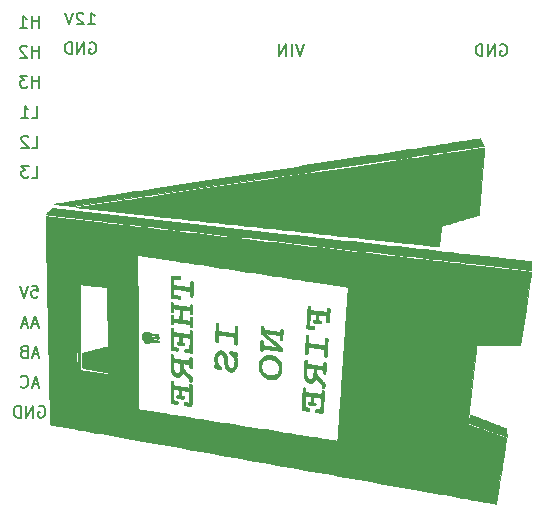
<source format=gbr>
G04 #@! TF.GenerationSoftware,KiCad,Pcbnew,(5.1.5-0)*
G04 #@! TF.CreationDate,2022-03-06T00:17:08-05:00*
G04 #@! TF.ProjectId,ESC_V4,4553435f-5634-42e6-9b69-6361645f7063,rev?*
G04 #@! TF.SameCoordinates,Original*
G04 #@! TF.FileFunction,Legend,Bot*
G04 #@! TF.FilePolarity,Positive*
%FSLAX46Y46*%
G04 Gerber Fmt 4.6, Leading zero omitted, Abs format (unit mm)*
G04 Created by KiCad (PCBNEW (5.1.5-0)) date 2022-03-06 00:17:08*
%MOMM*%
%LPD*%
G04 APERTURE LIST*
%ADD10C,0.150000*%
%ADD11C,0.010000*%
G04 APERTURE END LIST*
D10*
X232095238Y-51452380D02*
X231761904Y-52452380D01*
X231428571Y-51452380D01*
X231095238Y-52452380D02*
X231095238Y-51452380D01*
X230619047Y-52452380D02*
X230619047Y-51452380D01*
X230047619Y-52452380D01*
X230047619Y-51452380D01*
X248761904Y-51500000D02*
X248857142Y-51452380D01*
X249000000Y-51452380D01*
X249142857Y-51500000D01*
X249238095Y-51595238D01*
X249285714Y-51690476D01*
X249333333Y-51880952D01*
X249333333Y-52023809D01*
X249285714Y-52214285D01*
X249238095Y-52309523D01*
X249142857Y-52404761D01*
X249000000Y-52452380D01*
X248904761Y-52452380D01*
X248761904Y-52404761D01*
X248714285Y-52357142D01*
X248714285Y-52023809D01*
X248904761Y-52023809D01*
X248285714Y-52452380D02*
X248285714Y-51452380D01*
X247714285Y-52452380D01*
X247714285Y-51452380D01*
X247238095Y-52452380D02*
X247238095Y-51452380D01*
X247000000Y-51452380D01*
X246857142Y-51500000D01*
X246761904Y-51595238D01*
X246714285Y-51690476D01*
X246666666Y-51880952D01*
X246666666Y-52023809D01*
X246714285Y-52214285D01*
X246761904Y-52309523D01*
X246857142Y-52404761D01*
X247000000Y-52452380D01*
X247238095Y-52452380D01*
X209661904Y-82120000D02*
X209757142Y-82072380D01*
X209900000Y-82072380D01*
X210042857Y-82120000D01*
X210138095Y-82215238D01*
X210185714Y-82310476D01*
X210233333Y-82500952D01*
X210233333Y-82643809D01*
X210185714Y-82834285D01*
X210138095Y-82929523D01*
X210042857Y-83024761D01*
X209900000Y-83072380D01*
X209804761Y-83072380D01*
X209661904Y-83024761D01*
X209614285Y-82977142D01*
X209614285Y-82643809D01*
X209804761Y-82643809D01*
X209185714Y-83072380D02*
X209185714Y-82072380D01*
X208614285Y-83072380D01*
X208614285Y-82072380D01*
X208138095Y-83072380D02*
X208138095Y-82072380D01*
X207900000Y-82072380D01*
X207757142Y-82120000D01*
X207661904Y-82215238D01*
X207614285Y-82310476D01*
X207566666Y-82500952D01*
X207566666Y-82643809D01*
X207614285Y-82834285D01*
X207661904Y-82929523D01*
X207757142Y-83024761D01*
X207900000Y-83072380D01*
X208138095Y-83072380D01*
X209638095Y-80246666D02*
X209161904Y-80246666D01*
X209733333Y-80532380D02*
X209400000Y-79532380D01*
X209066666Y-80532380D01*
X208161904Y-80437142D02*
X208209523Y-80484761D01*
X208352380Y-80532380D01*
X208447619Y-80532380D01*
X208590476Y-80484761D01*
X208685714Y-80389523D01*
X208733333Y-80294285D01*
X208780952Y-80103809D01*
X208780952Y-79960952D01*
X208733333Y-79770476D01*
X208685714Y-79675238D01*
X208590476Y-79580000D01*
X208447619Y-79532380D01*
X208352380Y-79532380D01*
X208209523Y-79580000D01*
X208161904Y-79627619D01*
X209638095Y-77706666D02*
X209161904Y-77706666D01*
X209733333Y-77992380D02*
X209400000Y-76992380D01*
X209066666Y-77992380D01*
X208400000Y-77468571D02*
X208257142Y-77516190D01*
X208209523Y-77563809D01*
X208161904Y-77659047D01*
X208161904Y-77801904D01*
X208209523Y-77897142D01*
X208257142Y-77944761D01*
X208352380Y-77992380D01*
X208733333Y-77992380D01*
X208733333Y-76992380D01*
X208400000Y-76992380D01*
X208304761Y-77040000D01*
X208257142Y-77087619D01*
X208209523Y-77182857D01*
X208209523Y-77278095D01*
X208257142Y-77373333D01*
X208304761Y-77420952D01*
X208400000Y-77468571D01*
X208733333Y-77468571D01*
X209566666Y-75166666D02*
X209090476Y-75166666D01*
X209661904Y-75452380D02*
X209328571Y-74452380D01*
X208995238Y-75452380D01*
X208709523Y-75166666D02*
X208233333Y-75166666D01*
X208804761Y-75452380D02*
X208471428Y-74452380D01*
X208138095Y-75452380D01*
X209090476Y-71912380D02*
X209566666Y-71912380D01*
X209614285Y-72388571D01*
X209566666Y-72340952D01*
X209471428Y-72293333D01*
X209233333Y-72293333D01*
X209138095Y-72340952D01*
X209090476Y-72388571D01*
X209042857Y-72483809D01*
X209042857Y-72721904D01*
X209090476Y-72817142D01*
X209138095Y-72864761D01*
X209233333Y-72912380D01*
X209471428Y-72912380D01*
X209566666Y-72864761D01*
X209614285Y-72817142D01*
X208757142Y-71912380D02*
X208423809Y-72912380D01*
X208090476Y-71912380D01*
X213981904Y-51340000D02*
X214077142Y-51292380D01*
X214220000Y-51292380D01*
X214362857Y-51340000D01*
X214458095Y-51435238D01*
X214505714Y-51530476D01*
X214553333Y-51720952D01*
X214553333Y-51863809D01*
X214505714Y-52054285D01*
X214458095Y-52149523D01*
X214362857Y-52244761D01*
X214220000Y-52292380D01*
X214124761Y-52292380D01*
X213981904Y-52244761D01*
X213934285Y-52197142D01*
X213934285Y-51863809D01*
X214124761Y-51863809D01*
X213505714Y-52292380D02*
X213505714Y-51292380D01*
X212934285Y-52292380D01*
X212934285Y-51292380D01*
X212458095Y-52292380D02*
X212458095Y-51292380D01*
X212220000Y-51292380D01*
X212077142Y-51340000D01*
X211981904Y-51435238D01*
X211934285Y-51530476D01*
X211886666Y-51720952D01*
X211886666Y-51863809D01*
X211934285Y-52054285D01*
X211981904Y-52149523D01*
X212077142Y-52244761D01*
X212220000Y-52292380D01*
X212458095Y-52292380D01*
X213839047Y-49792380D02*
X214410476Y-49792380D01*
X214124761Y-49792380D02*
X214124761Y-48792380D01*
X214220000Y-48935238D01*
X214315238Y-49030476D01*
X214410476Y-49078095D01*
X213458095Y-48887619D02*
X213410476Y-48840000D01*
X213315238Y-48792380D01*
X213077142Y-48792380D01*
X212981904Y-48840000D01*
X212934285Y-48887619D01*
X212886666Y-48982857D01*
X212886666Y-49078095D01*
X212934285Y-49220952D01*
X213505714Y-49792380D01*
X212886666Y-49792380D01*
X212600952Y-48792380D02*
X212267619Y-49792380D01*
X211934285Y-48792380D01*
X209066666Y-62752380D02*
X209542857Y-62752380D01*
X209542857Y-61752380D01*
X208828571Y-61752380D02*
X208209523Y-61752380D01*
X208542857Y-62133333D01*
X208400000Y-62133333D01*
X208304761Y-62180952D01*
X208257142Y-62228571D01*
X208209523Y-62323809D01*
X208209523Y-62561904D01*
X208257142Y-62657142D01*
X208304761Y-62704761D01*
X208400000Y-62752380D01*
X208685714Y-62752380D01*
X208780952Y-62704761D01*
X208828571Y-62657142D01*
X209066666Y-60212380D02*
X209542857Y-60212380D01*
X209542857Y-59212380D01*
X208780952Y-59307619D02*
X208733333Y-59260000D01*
X208638095Y-59212380D01*
X208400000Y-59212380D01*
X208304761Y-59260000D01*
X208257142Y-59307619D01*
X208209523Y-59402857D01*
X208209523Y-59498095D01*
X208257142Y-59640952D01*
X208828571Y-60212380D01*
X208209523Y-60212380D01*
X209066666Y-57672380D02*
X209542857Y-57672380D01*
X209542857Y-56672380D01*
X208209523Y-57672380D02*
X208780952Y-57672380D01*
X208495238Y-57672380D02*
X208495238Y-56672380D01*
X208590476Y-56815238D01*
X208685714Y-56910476D01*
X208780952Y-56958095D01*
X209661904Y-55132380D02*
X209661904Y-54132380D01*
X209661904Y-54608571D02*
X209090476Y-54608571D01*
X209090476Y-55132380D02*
X209090476Y-54132380D01*
X208709523Y-54132380D02*
X208090476Y-54132380D01*
X208423809Y-54513333D01*
X208280952Y-54513333D01*
X208185714Y-54560952D01*
X208138095Y-54608571D01*
X208090476Y-54703809D01*
X208090476Y-54941904D01*
X208138095Y-55037142D01*
X208185714Y-55084761D01*
X208280952Y-55132380D01*
X208566666Y-55132380D01*
X208661904Y-55084761D01*
X208709523Y-55037142D01*
X209661904Y-52592380D02*
X209661904Y-51592380D01*
X209661904Y-52068571D02*
X209090476Y-52068571D01*
X209090476Y-52592380D02*
X209090476Y-51592380D01*
X208661904Y-51687619D02*
X208614285Y-51640000D01*
X208519047Y-51592380D01*
X208280952Y-51592380D01*
X208185714Y-51640000D01*
X208138095Y-51687619D01*
X208090476Y-51782857D01*
X208090476Y-51878095D01*
X208138095Y-52020952D01*
X208709523Y-52592380D01*
X208090476Y-52592380D01*
X209661904Y-50052380D02*
X209661904Y-49052380D01*
X209661904Y-49528571D02*
X209090476Y-49528571D01*
X209090476Y-50052380D02*
X209090476Y-49052380D01*
X208090476Y-50052380D02*
X208661904Y-50052380D01*
X208376190Y-50052380D02*
X208376190Y-49052380D01*
X208471428Y-49195238D01*
X208566666Y-49290476D01*
X208661904Y-49338095D01*
D11*
G36*
X212900381Y-71878729D02*
G01*
X212900730Y-71939476D01*
X212901319Y-72022672D01*
X212902139Y-72127333D01*
X212903180Y-72252477D01*
X212904433Y-72397120D01*
X212905889Y-72560280D01*
X212907539Y-72740973D01*
X212909373Y-72938215D01*
X212911383Y-73151024D01*
X212913558Y-73378417D01*
X212915891Y-73619410D01*
X212918371Y-73873020D01*
X212920989Y-74138263D01*
X212923737Y-74414158D01*
X212926604Y-74699719D01*
X212929583Y-74993965D01*
X212932662Y-75295913D01*
X212935834Y-75604577D01*
X212936223Y-75642233D01*
X212975550Y-79451516D01*
X214175700Y-79625963D01*
X214348100Y-79651027D01*
X214513941Y-79675146D01*
X214671420Y-79698058D01*
X214818737Y-79719500D01*
X214954090Y-79739210D01*
X215075676Y-79756925D01*
X215181694Y-79772383D01*
X215270342Y-79785320D01*
X215339819Y-79795476D01*
X215388323Y-79802586D01*
X215414051Y-79806390D01*
X215417125Y-79806856D01*
X215458400Y-79813303D01*
X215458400Y-79396950D01*
X215417125Y-79389596D01*
X215398524Y-79386759D01*
X215356673Y-79380686D01*
X215293479Y-79371646D01*
X215210849Y-79359909D01*
X215110691Y-79345743D01*
X214994910Y-79329418D01*
X214865415Y-79311202D01*
X214724113Y-79291364D01*
X214572910Y-79270174D01*
X214413713Y-79247900D01*
X214291629Y-79230842D01*
X214128802Y-79208067D01*
X213973321Y-79186246D01*
X213827008Y-79165639D01*
X213691682Y-79146505D01*
X213569165Y-79129105D01*
X213461277Y-79113698D01*
X213369838Y-79100544D01*
X213296669Y-79089903D01*
X213243590Y-79082034D01*
X213212422Y-79077198D01*
X213204491Y-79075696D01*
X213204169Y-79062849D01*
X213203698Y-79025613D01*
X213203086Y-78964997D01*
X213202340Y-78882013D01*
X213201467Y-78777671D01*
X213200475Y-78652981D01*
X213199370Y-78508953D01*
X213198160Y-78346598D01*
X213196852Y-78166926D01*
X213195453Y-77970946D01*
X213193970Y-77759671D01*
X213192410Y-77534109D01*
X213190781Y-77295271D01*
X213189090Y-77044168D01*
X213187344Y-76781810D01*
X213185550Y-76509206D01*
X213183715Y-76227368D01*
X213181847Y-75937306D01*
X213179952Y-75640029D01*
X213178847Y-75465150D01*
X213176939Y-75164161D01*
X213175054Y-74869801D01*
X213173197Y-74583081D01*
X213171376Y-74305012D01*
X213169598Y-74036603D01*
X213167870Y-73778864D01*
X213166199Y-73532806D01*
X213164594Y-73299440D01*
X213163060Y-73079776D01*
X213161605Y-72874823D01*
X213160237Y-72685592D01*
X213158962Y-72513094D01*
X213157788Y-72358339D01*
X213156721Y-72222338D01*
X213155770Y-72106099D01*
X213154941Y-72010635D01*
X213154242Y-71936954D01*
X213153680Y-71886068D01*
X213153261Y-71858987D01*
X213153087Y-71854586D01*
X213139756Y-71851354D01*
X213107960Y-71846782D01*
X213064359Y-71841559D01*
X213015609Y-71836371D01*
X212968370Y-71831905D01*
X212929299Y-71828847D01*
X212905056Y-71827886D01*
X212900440Y-71828516D01*
X212900281Y-71841415D01*
X212900381Y-71878729D01*
G37*
X212900381Y-71878729D02*
X212900730Y-71939476D01*
X212901319Y-72022672D01*
X212902139Y-72127333D01*
X212903180Y-72252477D01*
X212904433Y-72397120D01*
X212905889Y-72560280D01*
X212907539Y-72740973D01*
X212909373Y-72938215D01*
X212911383Y-73151024D01*
X212913558Y-73378417D01*
X212915891Y-73619410D01*
X212918371Y-73873020D01*
X212920989Y-74138263D01*
X212923737Y-74414158D01*
X212926604Y-74699719D01*
X212929583Y-74993965D01*
X212932662Y-75295913D01*
X212935834Y-75604577D01*
X212936223Y-75642233D01*
X212975550Y-79451516D01*
X214175700Y-79625963D01*
X214348100Y-79651027D01*
X214513941Y-79675146D01*
X214671420Y-79698058D01*
X214818737Y-79719500D01*
X214954090Y-79739210D01*
X215075676Y-79756925D01*
X215181694Y-79772383D01*
X215270342Y-79785320D01*
X215339819Y-79795476D01*
X215388323Y-79802586D01*
X215414051Y-79806390D01*
X215417125Y-79806856D01*
X215458400Y-79813303D01*
X215458400Y-79396950D01*
X215417125Y-79389596D01*
X215398524Y-79386759D01*
X215356673Y-79380686D01*
X215293479Y-79371646D01*
X215210849Y-79359909D01*
X215110691Y-79345743D01*
X214994910Y-79329418D01*
X214865415Y-79311202D01*
X214724113Y-79291364D01*
X214572910Y-79270174D01*
X214413713Y-79247900D01*
X214291629Y-79230842D01*
X214128802Y-79208067D01*
X213973321Y-79186246D01*
X213827008Y-79165639D01*
X213691682Y-79146505D01*
X213569165Y-79129105D01*
X213461277Y-79113698D01*
X213369838Y-79100544D01*
X213296669Y-79089903D01*
X213243590Y-79082034D01*
X213212422Y-79077198D01*
X213204491Y-79075696D01*
X213204169Y-79062849D01*
X213203698Y-79025613D01*
X213203086Y-78964997D01*
X213202340Y-78882013D01*
X213201467Y-78777671D01*
X213200475Y-78652981D01*
X213199370Y-78508953D01*
X213198160Y-78346598D01*
X213196852Y-78166926D01*
X213195453Y-77970946D01*
X213193970Y-77759671D01*
X213192410Y-77534109D01*
X213190781Y-77295271D01*
X213189090Y-77044168D01*
X213187344Y-76781810D01*
X213185550Y-76509206D01*
X213183715Y-76227368D01*
X213181847Y-75937306D01*
X213179952Y-75640029D01*
X213178847Y-75465150D01*
X213176939Y-75164161D01*
X213175054Y-74869801D01*
X213173197Y-74583081D01*
X213171376Y-74305012D01*
X213169598Y-74036603D01*
X213167870Y-73778864D01*
X213166199Y-73532806D01*
X213164594Y-73299440D01*
X213163060Y-73079776D01*
X213161605Y-72874823D01*
X213160237Y-72685592D01*
X213158962Y-72513094D01*
X213157788Y-72358339D01*
X213156721Y-72222338D01*
X213155770Y-72106099D01*
X213154941Y-72010635D01*
X213154242Y-71936954D01*
X213153680Y-71886068D01*
X213153261Y-71858987D01*
X213153087Y-71854586D01*
X213139756Y-71851354D01*
X213107960Y-71846782D01*
X213064359Y-71841559D01*
X213015609Y-71836371D01*
X212968370Y-71831905D01*
X212929299Y-71828847D01*
X212905056Y-71827886D01*
X212900440Y-71828516D01*
X212900281Y-71841415D01*
X212900381Y-71878729D01*
G36*
X213365598Y-78611879D02*
G01*
X213366520Y-78690216D01*
X213368061Y-78754621D01*
X213370156Y-78801400D01*
X213372737Y-78826855D01*
X213373025Y-78828108D01*
X213383549Y-78868750D01*
X214373349Y-79041285D01*
X214529698Y-79068548D01*
X214679637Y-79094710D01*
X214821160Y-79119421D01*
X214952262Y-79142329D01*
X215070935Y-79163083D01*
X215175175Y-79181333D01*
X215262975Y-79196727D01*
X215332329Y-79208914D01*
X215381231Y-79217544D01*
X215407676Y-79222264D01*
X215410775Y-79222836D01*
X215458400Y-79231850D01*
X215458400Y-78418475D01*
X215458369Y-78254503D01*
X215458242Y-78114110D01*
X215457971Y-77995477D01*
X215457505Y-77896783D01*
X215456795Y-77816209D01*
X215455791Y-77751933D01*
X215454442Y-77702135D01*
X215452700Y-77664995D01*
X215450515Y-77638694D01*
X215447836Y-77621410D01*
X215444614Y-77611324D01*
X215440799Y-77606615D01*
X215436342Y-77605463D01*
X215436175Y-77605465D01*
X215420622Y-77608270D01*
X215382180Y-77616293D01*
X215322727Y-77629117D01*
X215244141Y-77646324D01*
X215148299Y-77667499D01*
X215037080Y-77692223D01*
X214912361Y-77720081D01*
X214776021Y-77750655D01*
X214629938Y-77783527D01*
X214475988Y-77818283D01*
X214391600Y-77837380D01*
X213369250Y-78068929D01*
X213365876Y-78428198D01*
X213365361Y-78523308D01*
X213365598Y-78611879D01*
G37*
X213365598Y-78611879D02*
X213366520Y-78690216D01*
X213368061Y-78754621D01*
X213370156Y-78801400D01*
X213372737Y-78826855D01*
X213373025Y-78828108D01*
X213383549Y-78868750D01*
X214373349Y-79041285D01*
X214529698Y-79068548D01*
X214679637Y-79094710D01*
X214821160Y-79119421D01*
X214952262Y-79142329D01*
X215070935Y-79163083D01*
X215175175Y-79181333D01*
X215262975Y-79196727D01*
X215332329Y-79208914D01*
X215381231Y-79217544D01*
X215407676Y-79222264D01*
X215410775Y-79222836D01*
X215458400Y-79231850D01*
X215458400Y-78418475D01*
X215458369Y-78254503D01*
X215458242Y-78114110D01*
X215457971Y-77995477D01*
X215457505Y-77896783D01*
X215456795Y-77816209D01*
X215455791Y-77751933D01*
X215454442Y-77702135D01*
X215452700Y-77664995D01*
X215450515Y-77638694D01*
X215447836Y-77621410D01*
X215444614Y-77611324D01*
X215440799Y-77606615D01*
X215436342Y-77605463D01*
X215436175Y-77605465D01*
X215420622Y-77608270D01*
X215382180Y-77616293D01*
X215322727Y-77629117D01*
X215244141Y-77646324D01*
X215148299Y-77667499D01*
X215037080Y-77692223D01*
X214912361Y-77720081D01*
X214776021Y-77750655D01*
X214629938Y-77783527D01*
X214475988Y-77818283D01*
X214391600Y-77837380D01*
X213369250Y-78068929D01*
X213365876Y-78428198D01*
X213365361Y-78523308D01*
X213365598Y-78611879D01*
G36*
X213397825Y-77990287D02*
G01*
X213415380Y-77986044D01*
X213455747Y-77976455D01*
X213517009Y-77961972D01*
X213597248Y-77943045D01*
X213694548Y-77920126D01*
X213806990Y-77893667D01*
X213932657Y-77864118D01*
X214069633Y-77831931D01*
X214215999Y-77797557D01*
X214369838Y-77761448D01*
X214442400Y-77744423D01*
X215452050Y-77507555D01*
X215455524Y-77281718D01*
X215456613Y-77200961D01*
X215456828Y-77142245D01*
X215455880Y-77102219D01*
X215453478Y-77077531D01*
X215449333Y-77064828D01*
X215443155Y-77060760D01*
X215436474Y-77061490D01*
X215420979Y-77065471D01*
X215382752Y-77075347D01*
X215323648Y-77090637D01*
X215245523Y-77110860D01*
X215150232Y-77135536D01*
X215039630Y-77164184D01*
X214915573Y-77196323D01*
X214779915Y-77231474D01*
X214634512Y-77269155D01*
X214481218Y-77308887D01*
X214388488Y-77332924D01*
X213363026Y-77598750D01*
X213362963Y-77799016D01*
X213362900Y-77999283D01*
X213397825Y-77990287D01*
G37*
X213397825Y-77990287D02*
X213415380Y-77986044D01*
X213455747Y-77976455D01*
X213517009Y-77961972D01*
X213597248Y-77943045D01*
X213694548Y-77920126D01*
X213806990Y-77893667D01*
X213932657Y-77864118D01*
X214069633Y-77831931D01*
X214215999Y-77797557D01*
X214369838Y-77761448D01*
X214442400Y-77744423D01*
X215452050Y-77507555D01*
X215455524Y-77281718D01*
X215456613Y-77200961D01*
X215456828Y-77142245D01*
X215455880Y-77102219D01*
X215453478Y-77077531D01*
X215449333Y-77064828D01*
X215443155Y-77060760D01*
X215436474Y-77061490D01*
X215420979Y-77065471D01*
X215382752Y-77075347D01*
X215323648Y-77090637D01*
X215245523Y-77110860D01*
X215150232Y-77135536D01*
X215039630Y-77164184D01*
X214915573Y-77196323D01*
X214779915Y-77231474D01*
X214634512Y-77269155D01*
X214481218Y-77308887D01*
X214388488Y-77332924D01*
X213363026Y-77598750D01*
X213362963Y-77799016D01*
X213362900Y-77999283D01*
X213397825Y-77990287D01*
G36*
X218412429Y-76287328D02*
G01*
X218414978Y-76341138D01*
X218420013Y-76382193D01*
X218428304Y-76416808D01*
X218440390Y-76450716D01*
X218488001Y-76546788D01*
X218547047Y-76627241D01*
X218614309Y-76687910D01*
X218633237Y-76700225D01*
X218672029Y-76720239D01*
X218713089Y-76733641D01*
X218760458Y-76740577D01*
X218818174Y-76741193D01*
X218890275Y-76735634D01*
X218980803Y-76724047D01*
X219041122Y-76714969D01*
X219159566Y-76699202D01*
X219274057Y-76690112D01*
X219392661Y-76687418D01*
X219523443Y-76690838D01*
X219604950Y-76695316D01*
X219684427Y-76699032D01*
X219742220Y-76697964D01*
X219781761Y-76691104D01*
X219806484Y-76677447D01*
X219819822Y-76655985D01*
X219824771Y-76630867D01*
X219824282Y-76603692D01*
X219814884Y-76582813D01*
X219793655Y-76567158D01*
X219757674Y-76555657D01*
X219704020Y-76547237D01*
X219629773Y-76540826D01*
X219569600Y-76537257D01*
X219475253Y-76531349D01*
X219402425Y-76524428D01*
X219347235Y-76515738D01*
X219305805Y-76504526D01*
X219274254Y-76490040D01*
X219253953Y-76475939D01*
X219234777Y-76456942D01*
X219234800Y-76441676D01*
X219241898Y-76431677D01*
X219276271Y-76407455D01*
X219332426Y-76389225D01*
X219407375Y-76377350D01*
X219498129Y-76372198D01*
X219601701Y-76374132D01*
X219671693Y-76379109D01*
X219728308Y-76383649D01*
X219765612Y-76384618D01*
X219789507Y-76381506D01*
X219805899Y-76373805D01*
X219814568Y-76366788D01*
X219836617Y-76334091D01*
X219839515Y-76298983D01*
X219823959Y-76269447D01*
X219804975Y-76257282D01*
X219774637Y-76251528D01*
X219721730Y-76248563D01*
X219648943Y-76248476D01*
X219592250Y-76250008D01*
X219484116Y-76251614D01*
X219393755Y-76247199D01*
X219314057Y-76235836D01*
X219237910Y-76216598D01*
X219177396Y-76195898D01*
X219132784Y-76175524D01*
X219093737Y-76151469D01*
X219076816Y-76137096D01*
X219057204Y-76114674D01*
X219054200Y-76101712D01*
X219066758Y-76089405D01*
X219070802Y-76086426D01*
X219100385Y-76073998D01*
X219138459Y-76068469D01*
X219140652Y-76068451D01*
X219174972Y-76070850D01*
X219227988Y-76077322D01*
X219293512Y-76086854D01*
X219365353Y-76098431D01*
X219437323Y-76111042D01*
X219503231Y-76123672D01*
X219556890Y-76135310D01*
X219571942Y-76139042D01*
X219647868Y-76153754D01*
X219704184Y-76152966D01*
X219741568Y-76136459D01*
X219760699Y-76104016D01*
X219763700Y-76077371D01*
X219757977Y-76049148D01*
X219738759Y-76031009D01*
X219702976Y-76021932D01*
X219647553Y-76020893D01*
X219602851Y-76023762D01*
X219553484Y-76026882D01*
X219509032Y-76026709D01*
X219465049Y-76022261D01*
X219417093Y-76012560D01*
X219360717Y-75996623D01*
X219291478Y-75973472D01*
X219204930Y-75942127D01*
X219164498Y-75927085D01*
X219054836Y-75888066D01*
X218962884Y-75860183D01*
X218883968Y-75842563D01*
X218813414Y-75834337D01*
X218746550Y-75834633D01*
X218696323Y-75839881D01*
X218607643Y-75858787D01*
X218538401Y-75889055D01*
X218484113Y-75933516D01*
X218440292Y-75995003D01*
X218434860Y-76004900D01*
X218424688Y-76028114D01*
X218417861Y-76056120D01*
X218413796Y-76094173D01*
X218411910Y-76147526D01*
X218411598Y-76214450D01*
X218412429Y-76287328D01*
G37*
X218412429Y-76287328D02*
X218414978Y-76341138D01*
X218420013Y-76382193D01*
X218428304Y-76416808D01*
X218440390Y-76450716D01*
X218488001Y-76546788D01*
X218547047Y-76627241D01*
X218614309Y-76687910D01*
X218633237Y-76700225D01*
X218672029Y-76720239D01*
X218713089Y-76733641D01*
X218760458Y-76740577D01*
X218818174Y-76741193D01*
X218890275Y-76735634D01*
X218980803Y-76724047D01*
X219041122Y-76714969D01*
X219159566Y-76699202D01*
X219274057Y-76690112D01*
X219392661Y-76687418D01*
X219523443Y-76690838D01*
X219604950Y-76695316D01*
X219684427Y-76699032D01*
X219742220Y-76697964D01*
X219781761Y-76691104D01*
X219806484Y-76677447D01*
X219819822Y-76655985D01*
X219824771Y-76630867D01*
X219824282Y-76603692D01*
X219814884Y-76582813D01*
X219793655Y-76567158D01*
X219757674Y-76555657D01*
X219704020Y-76547237D01*
X219629773Y-76540826D01*
X219569600Y-76537257D01*
X219475253Y-76531349D01*
X219402425Y-76524428D01*
X219347235Y-76515738D01*
X219305805Y-76504526D01*
X219274254Y-76490040D01*
X219253953Y-76475939D01*
X219234777Y-76456942D01*
X219234800Y-76441676D01*
X219241898Y-76431677D01*
X219276271Y-76407455D01*
X219332426Y-76389225D01*
X219407375Y-76377350D01*
X219498129Y-76372198D01*
X219601701Y-76374132D01*
X219671693Y-76379109D01*
X219728308Y-76383649D01*
X219765612Y-76384618D01*
X219789507Y-76381506D01*
X219805899Y-76373805D01*
X219814568Y-76366788D01*
X219836617Y-76334091D01*
X219839515Y-76298983D01*
X219823959Y-76269447D01*
X219804975Y-76257282D01*
X219774637Y-76251528D01*
X219721730Y-76248563D01*
X219648943Y-76248476D01*
X219592250Y-76250008D01*
X219484116Y-76251614D01*
X219393755Y-76247199D01*
X219314057Y-76235836D01*
X219237910Y-76216598D01*
X219177396Y-76195898D01*
X219132784Y-76175524D01*
X219093737Y-76151469D01*
X219076816Y-76137096D01*
X219057204Y-76114674D01*
X219054200Y-76101712D01*
X219066758Y-76089405D01*
X219070802Y-76086426D01*
X219100385Y-76073998D01*
X219138459Y-76068469D01*
X219140652Y-76068451D01*
X219174972Y-76070850D01*
X219227988Y-76077322D01*
X219293512Y-76086854D01*
X219365353Y-76098431D01*
X219437323Y-76111042D01*
X219503231Y-76123672D01*
X219556890Y-76135310D01*
X219571942Y-76139042D01*
X219647868Y-76153754D01*
X219704184Y-76152966D01*
X219741568Y-76136459D01*
X219760699Y-76104016D01*
X219763700Y-76077371D01*
X219757977Y-76049148D01*
X219738759Y-76031009D01*
X219702976Y-76021932D01*
X219647553Y-76020893D01*
X219602851Y-76023762D01*
X219553484Y-76026882D01*
X219509032Y-76026709D01*
X219465049Y-76022261D01*
X219417093Y-76012560D01*
X219360717Y-75996623D01*
X219291478Y-75973472D01*
X219204930Y-75942127D01*
X219164498Y-75927085D01*
X219054836Y-75888066D01*
X218962884Y-75860183D01*
X218883968Y-75842563D01*
X218813414Y-75834337D01*
X218746550Y-75834633D01*
X218696323Y-75839881D01*
X218607643Y-75858787D01*
X218538401Y-75889055D01*
X218484113Y-75933516D01*
X218440292Y-75995003D01*
X218434860Y-76004900D01*
X218424688Y-76028114D01*
X218417861Y-76056120D01*
X218413796Y-76094173D01*
X218411910Y-76147526D01*
X218411598Y-76214450D01*
X218412429Y-76287328D01*
G36*
X220832965Y-80637208D02*
G01*
X220833307Y-80797618D01*
X220833720Y-80924021D01*
X220836850Y-81785492D01*
X220875252Y-81819800D01*
X220891316Y-81832451D01*
X220910561Y-81842866D01*
X220936971Y-81852083D01*
X220974529Y-81861143D01*
X221027220Y-81871085D01*
X221099025Y-81882947D01*
X221144958Y-81890176D01*
X221227060Y-81902808D01*
X221287951Y-81911543D01*
X221331483Y-81916609D01*
X221361508Y-81918234D01*
X221381877Y-81916646D01*
X221396443Y-81912073D01*
X221407586Y-81905717D01*
X221436718Y-81872754D01*
X221450350Y-81827199D01*
X221448690Y-81776423D01*
X221431942Y-81727798D01*
X221401553Y-81689722D01*
X221386848Y-81678334D01*
X221370542Y-81669117D01*
X221348704Y-81661083D01*
X221317403Y-81653247D01*
X221272708Y-81644620D01*
X221210688Y-81634217D01*
X221128950Y-81621290D01*
X221065450Y-81611367D01*
X221062123Y-81125603D01*
X221058797Y-80639840D01*
X221087523Y-80646394D01*
X221109364Y-80650473D01*
X221150038Y-80657292D01*
X221204456Y-80666064D01*
X221267534Y-80676008D01*
X221334185Y-80686337D01*
X221399320Y-80696268D01*
X221457855Y-80705016D01*
X221504701Y-80711797D01*
X221534773Y-80715826D01*
X221542827Y-80716600D01*
X221546603Y-80728698D01*
X221549825Y-80762594D01*
X221552315Y-80814686D01*
X221553898Y-80881376D01*
X221554400Y-80952319D01*
X221554400Y-81188038D01*
X221467553Y-81179480D01*
X221421262Y-81175509D01*
X221392794Y-81176103D01*
X221374734Y-81182971D01*
X221359666Y-81197821D01*
X221353253Y-81205824D01*
X221331296Y-81251473D01*
X221328863Y-81301427D01*
X221344100Y-81348518D01*
X221375152Y-81385580D01*
X221403808Y-81401208D01*
X221433680Y-81409117D01*
X221482920Y-81419411D01*
X221545716Y-81431138D01*
X221616257Y-81443342D01*
X221688731Y-81455070D01*
X221757326Y-81465367D01*
X221816232Y-81473279D01*
X221859637Y-81477853D01*
X221875142Y-81478600D01*
X221922186Y-81472235D01*
X221951181Y-81451041D01*
X221964978Y-81411866D01*
X221967150Y-81376924D01*
X221964949Y-81334573D01*
X221955873Y-81307243D01*
X221936206Y-81284750D01*
X221932270Y-81281298D01*
X221896680Y-81260183D01*
X221846649Y-81242326D01*
X221821145Y-81236295D01*
X221744900Y-81221295D01*
X221744900Y-80754700D01*
X221773475Y-80755400D01*
X221793774Y-80757519D01*
X221835259Y-80763087D01*
X221894035Y-80771536D01*
X221966208Y-80782300D01*
X222047884Y-80794810D01*
X222100500Y-80803025D01*
X222398950Y-80849950D01*
X222403007Y-81065850D01*
X222403850Y-81150211D01*
X222403688Y-81251099D01*
X222402603Y-81359662D01*
X222400681Y-81467051D01*
X222398391Y-81552640D01*
X222395464Y-81642022D01*
X222392904Y-81709110D01*
X222390294Y-81756999D01*
X222387214Y-81788783D01*
X222383244Y-81807557D01*
X222377966Y-81816413D01*
X222370960Y-81818448D01*
X222362584Y-81816943D01*
X222339101Y-81812416D01*
X222297061Y-81805380D01*
X222243054Y-81796910D01*
X222199953Y-81790451D01*
X222130166Y-81781332D01*
X222080490Y-81777773D01*
X222046290Y-81779603D01*
X222028761Y-81784117D01*
X221999043Y-81798720D01*
X221982364Y-81818753D01*
X221975120Y-81851257D01*
X221973694Y-81891699D01*
X221981721Y-81955025D01*
X222006546Y-81999743D01*
X222046477Y-82025889D01*
X222073308Y-82033133D01*
X222119721Y-82042732D01*
X222180102Y-82053793D01*
X222248844Y-82065420D01*
X222320333Y-82076719D01*
X222388961Y-82086796D01*
X222449115Y-82094755D01*
X222495186Y-82099703D01*
X222516951Y-82100900D01*
X222538483Y-82100990D01*
X222556473Y-82099866D01*
X222571260Y-82095428D01*
X222583181Y-82085581D01*
X222592573Y-82068227D01*
X222599774Y-82041270D01*
X222605121Y-82002612D01*
X222608951Y-81950158D01*
X222611602Y-81881809D01*
X222613412Y-81795470D01*
X222614717Y-81689044D01*
X222615855Y-81560433D01*
X222616509Y-81482195D01*
X222617668Y-81351239D01*
X222618938Y-81217119D01*
X222620271Y-81084340D01*
X222621618Y-80957409D01*
X222622932Y-80840832D01*
X222624164Y-80739115D01*
X222625266Y-80656765D01*
X222625601Y-80634050D01*
X222626370Y-80549798D01*
X222626118Y-80471915D01*
X222624934Y-80404764D01*
X222622909Y-80352705D01*
X222620134Y-80320100D01*
X222618963Y-80313944D01*
X222595735Y-80269133D01*
X222554847Y-80242512D01*
X222498171Y-80234000D01*
X222466643Y-80236444D01*
X222444085Y-80246258D01*
X222428705Y-80267160D01*
X222418707Y-80302871D01*
X222412299Y-80357112D01*
X222408349Y-80420283D01*
X222401628Y-80551962D01*
X222362189Y-80544983D01*
X222337761Y-80540961D01*
X222292415Y-80533790D01*
X222229044Y-80523913D01*
X222150545Y-80511769D01*
X222059812Y-80497800D01*
X221959742Y-80482446D01*
X221853230Y-80466150D01*
X221743171Y-80449351D01*
X221632460Y-80432490D01*
X221523993Y-80416010D01*
X221420665Y-80400350D01*
X221325372Y-80385952D01*
X221241009Y-80373256D01*
X221170471Y-80362704D01*
X221116654Y-80354737D01*
X221082453Y-80349796D01*
X221070846Y-80348300D01*
X221064744Y-80336738D01*
X221060457Y-80306586D01*
X221058989Y-80268925D01*
X221056192Y-80174141D01*
X221047349Y-80102015D01*
X221031336Y-80050285D01*
X221007027Y-80016690D01*
X220973298Y-79998968D01*
X220929024Y-79994859D01*
X220922840Y-79995180D01*
X220883185Y-80000291D01*
X220860224Y-80011743D01*
X220846722Y-80030800D01*
X220843425Y-80042425D01*
X220840623Y-80064358D01*
X220838294Y-80098155D01*
X220836414Y-80145372D01*
X220834960Y-80207564D01*
X220833912Y-80286288D01*
X220833244Y-80383099D01*
X220832936Y-80499554D01*
X220832965Y-80637208D01*
G37*
X220832965Y-80637208D02*
X220833307Y-80797618D01*
X220833720Y-80924021D01*
X220836850Y-81785492D01*
X220875252Y-81819800D01*
X220891316Y-81832451D01*
X220910561Y-81842866D01*
X220936971Y-81852083D01*
X220974529Y-81861143D01*
X221027220Y-81871085D01*
X221099025Y-81882947D01*
X221144958Y-81890176D01*
X221227060Y-81902808D01*
X221287951Y-81911543D01*
X221331483Y-81916609D01*
X221361508Y-81918234D01*
X221381877Y-81916646D01*
X221396443Y-81912073D01*
X221407586Y-81905717D01*
X221436718Y-81872754D01*
X221450350Y-81827199D01*
X221448690Y-81776423D01*
X221431942Y-81727798D01*
X221401553Y-81689722D01*
X221386848Y-81678334D01*
X221370542Y-81669117D01*
X221348704Y-81661083D01*
X221317403Y-81653247D01*
X221272708Y-81644620D01*
X221210688Y-81634217D01*
X221128950Y-81621290D01*
X221065450Y-81611367D01*
X221062123Y-81125603D01*
X221058797Y-80639840D01*
X221087523Y-80646394D01*
X221109364Y-80650473D01*
X221150038Y-80657292D01*
X221204456Y-80666064D01*
X221267534Y-80676008D01*
X221334185Y-80686337D01*
X221399320Y-80696268D01*
X221457855Y-80705016D01*
X221504701Y-80711797D01*
X221534773Y-80715826D01*
X221542827Y-80716600D01*
X221546603Y-80728698D01*
X221549825Y-80762594D01*
X221552315Y-80814686D01*
X221553898Y-80881376D01*
X221554400Y-80952319D01*
X221554400Y-81188038D01*
X221467553Y-81179480D01*
X221421262Y-81175509D01*
X221392794Y-81176103D01*
X221374734Y-81182971D01*
X221359666Y-81197821D01*
X221353253Y-81205824D01*
X221331296Y-81251473D01*
X221328863Y-81301427D01*
X221344100Y-81348518D01*
X221375152Y-81385580D01*
X221403808Y-81401208D01*
X221433680Y-81409117D01*
X221482920Y-81419411D01*
X221545716Y-81431138D01*
X221616257Y-81443342D01*
X221688731Y-81455070D01*
X221757326Y-81465367D01*
X221816232Y-81473279D01*
X221859637Y-81477853D01*
X221875142Y-81478600D01*
X221922186Y-81472235D01*
X221951181Y-81451041D01*
X221964978Y-81411866D01*
X221967150Y-81376924D01*
X221964949Y-81334573D01*
X221955873Y-81307243D01*
X221936206Y-81284750D01*
X221932270Y-81281298D01*
X221896680Y-81260183D01*
X221846649Y-81242326D01*
X221821145Y-81236295D01*
X221744900Y-81221295D01*
X221744900Y-80754700D01*
X221773475Y-80755400D01*
X221793774Y-80757519D01*
X221835259Y-80763087D01*
X221894035Y-80771536D01*
X221966208Y-80782300D01*
X222047884Y-80794810D01*
X222100500Y-80803025D01*
X222398950Y-80849950D01*
X222403007Y-81065850D01*
X222403850Y-81150211D01*
X222403688Y-81251099D01*
X222402603Y-81359662D01*
X222400681Y-81467051D01*
X222398391Y-81552640D01*
X222395464Y-81642022D01*
X222392904Y-81709110D01*
X222390294Y-81756999D01*
X222387214Y-81788783D01*
X222383244Y-81807557D01*
X222377966Y-81816413D01*
X222370960Y-81818448D01*
X222362584Y-81816943D01*
X222339101Y-81812416D01*
X222297061Y-81805380D01*
X222243054Y-81796910D01*
X222199953Y-81790451D01*
X222130166Y-81781332D01*
X222080490Y-81777773D01*
X222046290Y-81779603D01*
X222028761Y-81784117D01*
X221999043Y-81798720D01*
X221982364Y-81818753D01*
X221975120Y-81851257D01*
X221973694Y-81891699D01*
X221981721Y-81955025D01*
X222006546Y-81999743D01*
X222046477Y-82025889D01*
X222073308Y-82033133D01*
X222119721Y-82042732D01*
X222180102Y-82053793D01*
X222248844Y-82065420D01*
X222320333Y-82076719D01*
X222388961Y-82086796D01*
X222449115Y-82094755D01*
X222495186Y-82099703D01*
X222516951Y-82100900D01*
X222538483Y-82100990D01*
X222556473Y-82099866D01*
X222571260Y-82095428D01*
X222583181Y-82085581D01*
X222592573Y-82068227D01*
X222599774Y-82041270D01*
X222605121Y-82002612D01*
X222608951Y-81950158D01*
X222611602Y-81881809D01*
X222613412Y-81795470D01*
X222614717Y-81689044D01*
X222615855Y-81560433D01*
X222616509Y-81482195D01*
X222617668Y-81351239D01*
X222618938Y-81217119D01*
X222620271Y-81084340D01*
X222621618Y-80957409D01*
X222622932Y-80840832D01*
X222624164Y-80739115D01*
X222625266Y-80656765D01*
X222625601Y-80634050D01*
X222626370Y-80549798D01*
X222626118Y-80471915D01*
X222624934Y-80404764D01*
X222622909Y-80352705D01*
X222620134Y-80320100D01*
X222618963Y-80313944D01*
X222595735Y-80269133D01*
X222554847Y-80242512D01*
X222498171Y-80234000D01*
X222466643Y-80236444D01*
X222444085Y-80246258D01*
X222428705Y-80267160D01*
X222418707Y-80302871D01*
X222412299Y-80357112D01*
X222408349Y-80420283D01*
X222401628Y-80551962D01*
X222362189Y-80544983D01*
X222337761Y-80540961D01*
X222292415Y-80533790D01*
X222229044Y-80523913D01*
X222150545Y-80511769D01*
X222059812Y-80497800D01*
X221959742Y-80482446D01*
X221853230Y-80466150D01*
X221743171Y-80449351D01*
X221632460Y-80432490D01*
X221523993Y-80416010D01*
X221420665Y-80400350D01*
X221325372Y-80385952D01*
X221241009Y-80373256D01*
X221170471Y-80362704D01*
X221116654Y-80354737D01*
X221082453Y-80349796D01*
X221070846Y-80348300D01*
X221064744Y-80336738D01*
X221060457Y-80306586D01*
X221058989Y-80268925D01*
X221056192Y-80174141D01*
X221047349Y-80102015D01*
X221031336Y-80050285D01*
X221007027Y-80016690D01*
X220973298Y-79998968D01*
X220929024Y-79994859D01*
X220922840Y-79995180D01*
X220883185Y-80000291D01*
X220860224Y-80011743D01*
X220846722Y-80030800D01*
X220843425Y-80042425D01*
X220840623Y-80064358D01*
X220838294Y-80098155D01*
X220836414Y-80145372D01*
X220834960Y-80207564D01*
X220833912Y-80286288D01*
X220833244Y-80383099D01*
X220832936Y-80499554D01*
X220832965Y-80637208D01*
G36*
X220832354Y-78188903D02*
G01*
X220833089Y-78303833D01*
X220834034Y-78407913D01*
X220835731Y-78559589D01*
X220837625Y-78688406D01*
X220839994Y-78796904D01*
X220843111Y-78887625D01*
X220847254Y-78963109D01*
X220852697Y-79025896D01*
X220859717Y-79078528D01*
X220868588Y-79123545D01*
X220879586Y-79163488D01*
X220892988Y-79200898D01*
X220909068Y-79238315D01*
X220928102Y-79278280D01*
X220928545Y-79279185D01*
X220990091Y-79378642D01*
X221070113Y-79467322D01*
X221162860Y-79539245D01*
X221198939Y-79560248D01*
X221244820Y-79582898D01*
X221284423Y-79596855D01*
X221327980Y-79604719D01*
X221385720Y-79609090D01*
X221392357Y-79609421D01*
X221448899Y-79611328D01*
X221488950Y-79609560D01*
X221521318Y-79602717D01*
X221554810Y-79589401D01*
X221573005Y-79580723D01*
X221621125Y-79551670D01*
X221667674Y-79514811D01*
X221688934Y-79493450D01*
X221725909Y-79443419D01*
X221762072Y-79381783D01*
X221792645Y-79317832D01*
X221812849Y-79260855D01*
X221816297Y-79245865D01*
X221824192Y-79203881D01*
X221865471Y-79265177D01*
X221885874Y-79290560D01*
X221921872Y-79330184D01*
X221970477Y-79380974D01*
X222028702Y-79439856D01*
X222093557Y-79503756D01*
X222152850Y-79560847D01*
X222218629Y-79623641D01*
X222278474Y-79681055D01*
X222329875Y-79730658D01*
X222370324Y-79770021D01*
X222397312Y-79796714D01*
X222408280Y-79808236D01*
X222413027Y-79826814D01*
X222416453Y-79862913D01*
X222417805Y-79907951D01*
X222418972Y-79955848D01*
X222423907Y-79986837D01*
X222435162Y-80009380D01*
X222455123Y-80031776D01*
X222498581Y-80061796D01*
X222543662Y-80070009D01*
X222585064Y-80056288D01*
X222607578Y-80035437D01*
X222618875Y-80018444D01*
X222626417Y-79998101D01*
X222630936Y-79969184D01*
X222633167Y-79926470D01*
X222633840Y-79864735D01*
X222633852Y-79848112D01*
X222633259Y-79779945D01*
X222631036Y-79731546D01*
X222626446Y-79697300D01*
X222618752Y-79671591D01*
X222607802Y-79649800D01*
X222592865Y-79630749D01*
X222561950Y-79596340D01*
X222517306Y-79548904D01*
X222461182Y-79490772D01*
X222395826Y-79424277D01*
X222323489Y-79351749D01*
X222252502Y-79281500D01*
X222159587Y-79190116D01*
X222083006Y-79114126D01*
X222021148Y-79050949D01*
X221972399Y-78998004D01*
X221935147Y-78952713D01*
X221907780Y-78912493D01*
X221888685Y-78874767D01*
X221876249Y-78836952D01*
X221868860Y-78796470D01*
X221864904Y-78750739D01*
X221862769Y-78697181D01*
X221861567Y-78656025D01*
X221859683Y-78586346D01*
X221859219Y-78538126D01*
X221860590Y-78507444D01*
X221864209Y-78490376D01*
X221870489Y-78483003D01*
X221879844Y-78481402D01*
X221879983Y-78481402D01*
X221898609Y-78483170D01*
X221937505Y-78488015D01*
X221991819Y-78495252D01*
X222056701Y-78504195D01*
X222127302Y-78514159D01*
X222198769Y-78524458D01*
X222266253Y-78534406D01*
X222324904Y-78543318D01*
X222369870Y-78550509D01*
X222374872Y-78551351D01*
X222414295Y-78558055D01*
X222421437Y-78675302D01*
X222427400Y-78749140D01*
X222435985Y-78802044D01*
X222448912Y-78838466D01*
X222467904Y-78862855D01*
X222494682Y-78879663D01*
X222501651Y-78882728D01*
X222553252Y-78894978D01*
X222594101Y-78884775D01*
X222622935Y-78852577D01*
X222630008Y-78836046D01*
X222635250Y-78807975D01*
X222639492Y-78759397D01*
X222642747Y-78694281D01*
X222645031Y-78616595D01*
X222646358Y-78530309D01*
X222646743Y-78439390D01*
X222646200Y-78347809D01*
X222644745Y-78259534D01*
X222642393Y-78178534D01*
X222639157Y-78108778D01*
X222635053Y-78054235D01*
X222630096Y-78018873D01*
X222626932Y-78008891D01*
X222597869Y-77977417D01*
X222557405Y-77959911D01*
X222513266Y-77956864D01*
X222473179Y-77968761D01*
X222444867Y-77996090D01*
X222444172Y-77997357D01*
X222438300Y-78020654D01*
X222433723Y-78062267D01*
X222431088Y-78115121D01*
X222430700Y-78145024D01*
X222430700Y-78267518D01*
X222395775Y-78260645D01*
X222376569Y-78257533D01*
X222334777Y-78251223D01*
X222272957Y-78242088D01*
X222193670Y-78230500D01*
X222099477Y-78216831D01*
X221992937Y-78201454D01*
X221876612Y-78184743D01*
X221753061Y-78167068D01*
X221732200Y-78164091D01*
X221608035Y-78146338D01*
X221490944Y-78129520D01*
X221383446Y-78114003D01*
X221288059Y-78100156D01*
X221207302Y-78088344D01*
X221143693Y-78078935D01*
X221099750Y-78072297D01*
X221077993Y-78068796D01*
X221076647Y-78068532D01*
X221064408Y-78063929D01*
X221056183Y-78053341D01*
X221050827Y-78032017D01*
X221047199Y-77995204D01*
X221046400Y-77980228D01*
X221046400Y-78355035D01*
X221081325Y-78361296D01*
X221109774Y-78365984D01*
X221156252Y-78373181D01*
X221216266Y-78382233D01*
X221285323Y-78392486D01*
X221358932Y-78403288D01*
X221432598Y-78413984D01*
X221501831Y-78423920D01*
X221562136Y-78432443D01*
X221609023Y-78438900D01*
X221637997Y-78442636D01*
X221644933Y-78443300D01*
X221649771Y-78455275D01*
X221652964Y-78488428D01*
X221654633Y-78538595D01*
X221654899Y-78601616D01*
X221653882Y-78673328D01*
X221651704Y-78749570D01*
X221648484Y-78826180D01*
X221644344Y-78898997D01*
X221639404Y-78963858D01*
X221633786Y-79016601D01*
X221627609Y-79053066D01*
X221627191Y-79054772D01*
X221597818Y-79140994D01*
X221558412Y-79208895D01*
X221510675Y-79255873D01*
X221486505Y-79269687D01*
X221438957Y-79287334D01*
X221395041Y-79292655D01*
X221344970Y-79285913D01*
X221302526Y-79274604D01*
X221224232Y-79238566D01*
X221159764Y-79181557D01*
X221114455Y-79112857D01*
X221092847Y-79064799D01*
X221076110Y-79013615D01*
X221063707Y-78955385D01*
X221055100Y-78886192D01*
X221049752Y-78802115D01*
X221047125Y-78699235D01*
X221046620Y-78618242D01*
X221046400Y-78355035D01*
X221046400Y-77980228D01*
X221044155Y-77938149D01*
X221043891Y-77932302D01*
X221038960Y-77859119D01*
X221030545Y-77806955D01*
X221016741Y-77771480D01*
X220995644Y-77748364D01*
X220965351Y-77733274D01*
X220954900Y-77729879D01*
X220918972Y-77722259D01*
X220892492Y-77727274D01*
X220875727Y-77736772D01*
X220849467Y-77762481D01*
X220835790Y-77788948D01*
X220834322Y-77807737D01*
X220833201Y-77849244D01*
X220832437Y-77910793D01*
X220832036Y-77989704D01*
X220832006Y-78083300D01*
X220832354Y-78188903D01*
G37*
X220832354Y-78188903D02*
X220833089Y-78303833D01*
X220834034Y-78407913D01*
X220835731Y-78559589D01*
X220837625Y-78688406D01*
X220839994Y-78796904D01*
X220843111Y-78887625D01*
X220847254Y-78963109D01*
X220852697Y-79025896D01*
X220859717Y-79078528D01*
X220868588Y-79123545D01*
X220879586Y-79163488D01*
X220892988Y-79200898D01*
X220909068Y-79238315D01*
X220928102Y-79278280D01*
X220928545Y-79279185D01*
X220990091Y-79378642D01*
X221070113Y-79467322D01*
X221162860Y-79539245D01*
X221198939Y-79560248D01*
X221244820Y-79582898D01*
X221284423Y-79596855D01*
X221327980Y-79604719D01*
X221385720Y-79609090D01*
X221392357Y-79609421D01*
X221448899Y-79611328D01*
X221488950Y-79609560D01*
X221521318Y-79602717D01*
X221554810Y-79589401D01*
X221573005Y-79580723D01*
X221621125Y-79551670D01*
X221667674Y-79514811D01*
X221688934Y-79493450D01*
X221725909Y-79443419D01*
X221762072Y-79381783D01*
X221792645Y-79317832D01*
X221812849Y-79260855D01*
X221816297Y-79245865D01*
X221824192Y-79203881D01*
X221865471Y-79265177D01*
X221885874Y-79290560D01*
X221921872Y-79330184D01*
X221970477Y-79380974D01*
X222028702Y-79439856D01*
X222093557Y-79503756D01*
X222152850Y-79560847D01*
X222218629Y-79623641D01*
X222278474Y-79681055D01*
X222329875Y-79730658D01*
X222370324Y-79770021D01*
X222397312Y-79796714D01*
X222408280Y-79808236D01*
X222413027Y-79826814D01*
X222416453Y-79862913D01*
X222417805Y-79907951D01*
X222418972Y-79955848D01*
X222423907Y-79986837D01*
X222435162Y-80009380D01*
X222455123Y-80031776D01*
X222498581Y-80061796D01*
X222543662Y-80070009D01*
X222585064Y-80056288D01*
X222607578Y-80035437D01*
X222618875Y-80018444D01*
X222626417Y-79998101D01*
X222630936Y-79969184D01*
X222633167Y-79926470D01*
X222633840Y-79864735D01*
X222633852Y-79848112D01*
X222633259Y-79779945D01*
X222631036Y-79731546D01*
X222626446Y-79697300D01*
X222618752Y-79671591D01*
X222607802Y-79649800D01*
X222592865Y-79630749D01*
X222561950Y-79596340D01*
X222517306Y-79548904D01*
X222461182Y-79490772D01*
X222395826Y-79424277D01*
X222323489Y-79351749D01*
X222252502Y-79281500D01*
X222159587Y-79190116D01*
X222083006Y-79114126D01*
X222021148Y-79050949D01*
X221972399Y-78998004D01*
X221935147Y-78952713D01*
X221907780Y-78912493D01*
X221888685Y-78874767D01*
X221876249Y-78836952D01*
X221868860Y-78796470D01*
X221864904Y-78750739D01*
X221862769Y-78697181D01*
X221861567Y-78656025D01*
X221859683Y-78586346D01*
X221859219Y-78538126D01*
X221860590Y-78507444D01*
X221864209Y-78490376D01*
X221870489Y-78483003D01*
X221879844Y-78481402D01*
X221879983Y-78481402D01*
X221898609Y-78483170D01*
X221937505Y-78488015D01*
X221991819Y-78495252D01*
X222056701Y-78504195D01*
X222127302Y-78514159D01*
X222198769Y-78524458D01*
X222266253Y-78534406D01*
X222324904Y-78543318D01*
X222369870Y-78550509D01*
X222374872Y-78551351D01*
X222414295Y-78558055D01*
X222421437Y-78675302D01*
X222427400Y-78749140D01*
X222435985Y-78802044D01*
X222448912Y-78838466D01*
X222467904Y-78862855D01*
X222494682Y-78879663D01*
X222501651Y-78882728D01*
X222553252Y-78894978D01*
X222594101Y-78884775D01*
X222622935Y-78852577D01*
X222630008Y-78836046D01*
X222635250Y-78807975D01*
X222639492Y-78759397D01*
X222642747Y-78694281D01*
X222645031Y-78616595D01*
X222646358Y-78530309D01*
X222646743Y-78439390D01*
X222646200Y-78347809D01*
X222644745Y-78259534D01*
X222642393Y-78178534D01*
X222639157Y-78108778D01*
X222635053Y-78054235D01*
X222630096Y-78018873D01*
X222626932Y-78008891D01*
X222597869Y-77977417D01*
X222557405Y-77959911D01*
X222513266Y-77956864D01*
X222473179Y-77968761D01*
X222444867Y-77996090D01*
X222444172Y-77997357D01*
X222438300Y-78020654D01*
X222433723Y-78062267D01*
X222431088Y-78115121D01*
X222430700Y-78145024D01*
X222430700Y-78267518D01*
X222395775Y-78260645D01*
X222376569Y-78257533D01*
X222334777Y-78251223D01*
X222272957Y-78242088D01*
X222193670Y-78230500D01*
X222099477Y-78216831D01*
X221992937Y-78201454D01*
X221876612Y-78184743D01*
X221753061Y-78167068D01*
X221732200Y-78164091D01*
X221608035Y-78146338D01*
X221490944Y-78129520D01*
X221383446Y-78114003D01*
X221288059Y-78100156D01*
X221207302Y-78088344D01*
X221143693Y-78078935D01*
X221099750Y-78072297D01*
X221077993Y-78068796D01*
X221076647Y-78068532D01*
X221064408Y-78063929D01*
X221056183Y-78053341D01*
X221050827Y-78032017D01*
X221047199Y-77995204D01*
X221046400Y-77980228D01*
X221046400Y-78355035D01*
X221081325Y-78361296D01*
X221109774Y-78365984D01*
X221156252Y-78373181D01*
X221216266Y-78382233D01*
X221285323Y-78392486D01*
X221358932Y-78403288D01*
X221432598Y-78413984D01*
X221501831Y-78423920D01*
X221562136Y-78432443D01*
X221609023Y-78438900D01*
X221637997Y-78442636D01*
X221644933Y-78443300D01*
X221649771Y-78455275D01*
X221652964Y-78488428D01*
X221654633Y-78538595D01*
X221654899Y-78601616D01*
X221653882Y-78673328D01*
X221651704Y-78749570D01*
X221648484Y-78826180D01*
X221644344Y-78898997D01*
X221639404Y-78963858D01*
X221633786Y-79016601D01*
X221627609Y-79053066D01*
X221627191Y-79054772D01*
X221597818Y-79140994D01*
X221558412Y-79208895D01*
X221510675Y-79255873D01*
X221486505Y-79269687D01*
X221438957Y-79287334D01*
X221395041Y-79292655D01*
X221344970Y-79285913D01*
X221302526Y-79274604D01*
X221224232Y-79238566D01*
X221159764Y-79181557D01*
X221114455Y-79112857D01*
X221092847Y-79064799D01*
X221076110Y-79013615D01*
X221063707Y-78955385D01*
X221055100Y-78886192D01*
X221049752Y-78802115D01*
X221047125Y-78699235D01*
X221046620Y-78618242D01*
X221046400Y-78355035D01*
X221046400Y-77980228D01*
X221044155Y-77938149D01*
X221043891Y-77932302D01*
X221038960Y-77859119D01*
X221030545Y-77806955D01*
X221016741Y-77771480D01*
X220995644Y-77748364D01*
X220965351Y-77733274D01*
X220954900Y-77729879D01*
X220918972Y-77722259D01*
X220892492Y-77727274D01*
X220875727Y-77736772D01*
X220849467Y-77762481D01*
X220835790Y-77788948D01*
X220834322Y-77807737D01*
X220833201Y-77849244D01*
X220832437Y-77910793D01*
X220832036Y-77989704D01*
X220832006Y-78083300D01*
X220832354Y-78188903D01*
G36*
X220830506Y-76573746D02*
G01*
X220830610Y-76722955D01*
X220830938Y-76850375D01*
X220831617Y-76957810D01*
X220832774Y-77047067D01*
X220834534Y-77119950D01*
X220837026Y-77178264D01*
X220840375Y-77223816D01*
X220844708Y-77258410D01*
X220850153Y-77283851D01*
X220856834Y-77301946D01*
X220864880Y-77314498D01*
X220874417Y-77323314D01*
X220885572Y-77330199D01*
X220896091Y-77335709D01*
X220915704Y-77341414D01*
X220955423Y-77349770D01*
X221010191Y-77359963D01*
X221074951Y-77371176D01*
X221144646Y-77382593D01*
X221214221Y-77393396D01*
X221278618Y-77402770D01*
X221332780Y-77409898D01*
X221371652Y-77413964D01*
X221384706Y-77414600D01*
X221405674Y-77406198D01*
X221431965Y-77385738D01*
X221434327Y-77383427D01*
X221458749Y-77342798D01*
X221466210Y-77292831D01*
X221458054Y-77241349D01*
X221435628Y-77196176D01*
X221400278Y-77165135D01*
X221396445Y-77163273D01*
X221371152Y-77155588D01*
X221327017Y-77145916D01*
X221270388Y-77135528D01*
X221211342Y-77126230D01*
X221059100Y-77104159D01*
X221059100Y-76136670D01*
X221309925Y-76171888D01*
X221386515Y-76182644D01*
X221453985Y-76192125D01*
X221508500Y-76199790D01*
X221546227Y-76205100D01*
X221563330Y-76207517D01*
X221563925Y-76207603D01*
X221564924Y-76219807D01*
X221565795Y-76253455D01*
X221566483Y-76304589D01*
X221566935Y-76369254D01*
X221567099Y-76443493D01*
X221567100Y-76443963D01*
X221567100Y-76679827D01*
X221497480Y-76671129D01*
X221435682Y-76666817D01*
X221393236Y-76672881D01*
X221365821Y-76690486D01*
X221353377Y-76710043D01*
X221339176Y-76766079D01*
X221346361Y-76818627D01*
X221373210Y-76862035D01*
X221407010Y-76886063D01*
X221435358Y-76895027D01*
X221483477Y-76905600D01*
X221545855Y-76916967D01*
X221616977Y-76928314D01*
X221691331Y-76938827D01*
X221763403Y-76947692D01*
X221827681Y-76954095D01*
X221878651Y-76957222D01*
X221890131Y-76957400D01*
X221944379Y-76951205D01*
X221978699Y-76930997D01*
X221995772Y-76894336D01*
X221998900Y-76858489D01*
X221993243Y-76810825D01*
X221974018Y-76775544D01*
X221937835Y-76749613D01*
X221881310Y-76730000D01*
X221846500Y-76722050D01*
X221776650Y-76707762D01*
X221773189Y-76469182D01*
X221769728Y-76230603D01*
X221798589Y-76237414D01*
X221818887Y-76240968D01*
X221860531Y-76247320D01*
X221919690Y-76255920D01*
X221992532Y-76266218D01*
X222075226Y-76277662D01*
X222137364Y-76286119D01*
X222447278Y-76328012D01*
X222439965Y-76808946D01*
X222438220Y-76916831D01*
X222436408Y-77016472D01*
X222434594Y-77105075D01*
X222432844Y-77179850D01*
X222431225Y-77238005D01*
X222429802Y-77276748D01*
X222428642Y-77293287D01*
X222428501Y-77293676D01*
X222414973Y-77293566D01*
X222382199Y-77290098D01*
X222336013Y-77283938D01*
X222310050Y-77280110D01*
X222246844Y-77271896D01*
X222181872Y-77265702D01*
X222127119Y-77262626D01*
X222117095Y-77262474D01*
X222071499Y-77263679D01*
X222043724Y-77269109D01*
X222026278Y-77280894D01*
X222018670Y-77290425D01*
X222001066Y-77334526D01*
X221999017Y-77386967D01*
X222011030Y-77438786D01*
X222035612Y-77481027D01*
X222052954Y-77496289D01*
X222073959Y-77503776D01*
X222115195Y-77513597D01*
X222171691Y-77524941D01*
X222238474Y-77536994D01*
X222310571Y-77548943D01*
X222383011Y-77559976D01*
X222450820Y-77569280D01*
X222509026Y-77576042D01*
X222552658Y-77579450D01*
X222563260Y-77579700D01*
X222608039Y-77568702D01*
X222638995Y-77537101D01*
X222651219Y-77503500D01*
X222652469Y-77485599D01*
X222653881Y-77444497D01*
X222655417Y-77382389D01*
X222657042Y-77301473D01*
X222658718Y-77203945D01*
X222660409Y-77092003D01*
X222662078Y-76967843D01*
X222663689Y-76833663D01*
X222665204Y-76691659D01*
X222665790Y-76631562D01*
X222673763Y-75791374D01*
X222637956Y-75751646D01*
X222598203Y-75720326D01*
X222553307Y-75704359D01*
X222511074Y-75705630D01*
X222489762Y-75715821D01*
X222469320Y-75745300D01*
X222454669Y-75797999D01*
X222446134Y-75872330D01*
X222443953Y-75939234D01*
X222443400Y-76032318D01*
X222408475Y-76025238D01*
X222389185Y-76022160D01*
X222347317Y-76016058D01*
X222285463Y-76007292D01*
X222206220Y-75996223D01*
X222112180Y-75983212D01*
X222005938Y-75968618D01*
X221890089Y-75952802D01*
X221767227Y-75936125D01*
X221757600Y-75934822D01*
X221634042Y-75918072D01*
X221517079Y-75902151D01*
X221409340Y-75887421D01*
X221313453Y-75874247D01*
X221232047Y-75862988D01*
X221167750Y-75854009D01*
X221123192Y-75847671D01*
X221101000Y-75844337D01*
X221100375Y-75844229D01*
X221059100Y-75836973D01*
X221059100Y-75719631D01*
X221057576Y-75662333D01*
X221053511Y-75610150D01*
X221047659Y-75571547D01*
X221045023Y-75561909D01*
X221020147Y-75522263D01*
X220982136Y-75496080D01*
X220937982Y-75485003D01*
X220894680Y-75490678D01*
X220859224Y-75514747D01*
X220856821Y-75517662D01*
X220851631Y-75524702D01*
X220847172Y-75532891D01*
X220843388Y-75544091D01*
X220840226Y-75560169D01*
X220837628Y-75582987D01*
X220835539Y-75614410D01*
X220833904Y-75656302D01*
X220832668Y-75710528D01*
X220831774Y-75778951D01*
X220831167Y-75863436D01*
X220830792Y-75965847D01*
X220830592Y-76088048D01*
X220830514Y-76231904D01*
X220830500Y-76399278D01*
X220830500Y-76400943D01*
X220830506Y-76573746D01*
G37*
X220830506Y-76573746D02*
X220830610Y-76722955D01*
X220830938Y-76850375D01*
X220831617Y-76957810D01*
X220832774Y-77047067D01*
X220834534Y-77119950D01*
X220837026Y-77178264D01*
X220840375Y-77223816D01*
X220844708Y-77258410D01*
X220850153Y-77283851D01*
X220856834Y-77301946D01*
X220864880Y-77314498D01*
X220874417Y-77323314D01*
X220885572Y-77330199D01*
X220896091Y-77335709D01*
X220915704Y-77341414D01*
X220955423Y-77349770D01*
X221010191Y-77359963D01*
X221074951Y-77371176D01*
X221144646Y-77382593D01*
X221214221Y-77393396D01*
X221278618Y-77402770D01*
X221332780Y-77409898D01*
X221371652Y-77413964D01*
X221384706Y-77414600D01*
X221405674Y-77406198D01*
X221431965Y-77385738D01*
X221434327Y-77383427D01*
X221458749Y-77342798D01*
X221466210Y-77292831D01*
X221458054Y-77241349D01*
X221435628Y-77196176D01*
X221400278Y-77165135D01*
X221396445Y-77163273D01*
X221371152Y-77155588D01*
X221327017Y-77145916D01*
X221270388Y-77135528D01*
X221211342Y-77126230D01*
X221059100Y-77104159D01*
X221059100Y-76136670D01*
X221309925Y-76171888D01*
X221386515Y-76182644D01*
X221453985Y-76192125D01*
X221508500Y-76199790D01*
X221546227Y-76205100D01*
X221563330Y-76207517D01*
X221563925Y-76207603D01*
X221564924Y-76219807D01*
X221565795Y-76253455D01*
X221566483Y-76304589D01*
X221566935Y-76369254D01*
X221567099Y-76443493D01*
X221567100Y-76443963D01*
X221567100Y-76679827D01*
X221497480Y-76671129D01*
X221435682Y-76666817D01*
X221393236Y-76672881D01*
X221365821Y-76690486D01*
X221353377Y-76710043D01*
X221339176Y-76766079D01*
X221346361Y-76818627D01*
X221373210Y-76862035D01*
X221407010Y-76886063D01*
X221435358Y-76895027D01*
X221483477Y-76905600D01*
X221545855Y-76916967D01*
X221616977Y-76928314D01*
X221691331Y-76938827D01*
X221763403Y-76947692D01*
X221827681Y-76954095D01*
X221878651Y-76957222D01*
X221890131Y-76957400D01*
X221944379Y-76951205D01*
X221978699Y-76930997D01*
X221995772Y-76894336D01*
X221998900Y-76858489D01*
X221993243Y-76810825D01*
X221974018Y-76775544D01*
X221937835Y-76749613D01*
X221881310Y-76730000D01*
X221846500Y-76722050D01*
X221776650Y-76707762D01*
X221773189Y-76469182D01*
X221769728Y-76230603D01*
X221798589Y-76237414D01*
X221818887Y-76240968D01*
X221860531Y-76247320D01*
X221919690Y-76255920D01*
X221992532Y-76266218D01*
X222075226Y-76277662D01*
X222137364Y-76286119D01*
X222447278Y-76328012D01*
X222439965Y-76808946D01*
X222438220Y-76916831D01*
X222436408Y-77016472D01*
X222434594Y-77105075D01*
X222432844Y-77179850D01*
X222431225Y-77238005D01*
X222429802Y-77276748D01*
X222428642Y-77293287D01*
X222428501Y-77293676D01*
X222414973Y-77293566D01*
X222382199Y-77290098D01*
X222336013Y-77283938D01*
X222310050Y-77280110D01*
X222246844Y-77271896D01*
X222181872Y-77265702D01*
X222127119Y-77262626D01*
X222117095Y-77262474D01*
X222071499Y-77263679D01*
X222043724Y-77269109D01*
X222026278Y-77280894D01*
X222018670Y-77290425D01*
X222001066Y-77334526D01*
X221999017Y-77386967D01*
X222011030Y-77438786D01*
X222035612Y-77481027D01*
X222052954Y-77496289D01*
X222073959Y-77503776D01*
X222115195Y-77513597D01*
X222171691Y-77524941D01*
X222238474Y-77536994D01*
X222310571Y-77548943D01*
X222383011Y-77559976D01*
X222450820Y-77569280D01*
X222509026Y-77576042D01*
X222552658Y-77579450D01*
X222563260Y-77579700D01*
X222608039Y-77568702D01*
X222638995Y-77537101D01*
X222651219Y-77503500D01*
X222652469Y-77485599D01*
X222653881Y-77444497D01*
X222655417Y-77382389D01*
X222657042Y-77301473D01*
X222658718Y-77203945D01*
X222660409Y-77092003D01*
X222662078Y-76967843D01*
X222663689Y-76833663D01*
X222665204Y-76691659D01*
X222665790Y-76631562D01*
X222673763Y-75791374D01*
X222637956Y-75751646D01*
X222598203Y-75720326D01*
X222553307Y-75704359D01*
X222511074Y-75705630D01*
X222489762Y-75715821D01*
X222469320Y-75745300D01*
X222454669Y-75797999D01*
X222446134Y-75872330D01*
X222443953Y-75939234D01*
X222443400Y-76032318D01*
X222408475Y-76025238D01*
X222389185Y-76022160D01*
X222347317Y-76016058D01*
X222285463Y-76007292D01*
X222206220Y-75996223D01*
X222112180Y-75983212D01*
X222005938Y-75968618D01*
X221890089Y-75952802D01*
X221767227Y-75936125D01*
X221757600Y-75934822D01*
X221634042Y-75918072D01*
X221517079Y-75902151D01*
X221409340Y-75887421D01*
X221313453Y-75874247D01*
X221232047Y-75862988D01*
X221167750Y-75854009D01*
X221123192Y-75847671D01*
X221101000Y-75844337D01*
X221100375Y-75844229D01*
X221059100Y-75836973D01*
X221059100Y-75719631D01*
X221057576Y-75662333D01*
X221053511Y-75610150D01*
X221047659Y-75571547D01*
X221045023Y-75561909D01*
X221020147Y-75522263D01*
X220982136Y-75496080D01*
X220937982Y-75485003D01*
X220894680Y-75490678D01*
X220859224Y-75514747D01*
X220856821Y-75517662D01*
X220851631Y-75524702D01*
X220847172Y-75532891D01*
X220843388Y-75544091D01*
X220840226Y-75560169D01*
X220837628Y-75582987D01*
X220835539Y-75614410D01*
X220833904Y-75656302D01*
X220832668Y-75710528D01*
X220831774Y-75778951D01*
X220831167Y-75863436D01*
X220830792Y-75965847D01*
X220830592Y-76088048D01*
X220830514Y-76231904D01*
X220830500Y-76399278D01*
X220830500Y-76400943D01*
X220830506Y-76573746D01*
G36*
X220831861Y-74925782D02*
G01*
X220833461Y-74997821D01*
X220836151Y-75057004D01*
X220839980Y-75099082D01*
X220844027Y-75117897D01*
X220872751Y-75156725D01*
X220917412Y-75183057D01*
X220966394Y-75191905D01*
X221009781Y-75183212D01*
X221038908Y-75156540D01*
X221054927Y-75110164D01*
X221059100Y-75053234D01*
X221061945Y-75009994D01*
X221070598Y-74990814D01*
X221074975Y-74989652D01*
X221090242Y-74991447D01*
X221128316Y-74996330D01*
X221186830Y-75003987D01*
X221263419Y-75014104D01*
X221355719Y-75026369D01*
X221461364Y-75040466D01*
X221577989Y-75056081D01*
X221703229Y-75072902D01*
X221770300Y-75081930D01*
X222449750Y-75173455D01*
X222457287Y-75261098D01*
X222462959Y-75310625D01*
X222471372Y-75342605D01*
X222485335Y-75364890D01*
X222499270Y-75378371D01*
X222541665Y-75402543D01*
X222587204Y-75409315D01*
X222628254Y-75398848D01*
X222654875Y-75375093D01*
X222661383Y-75362583D01*
X222666480Y-75345237D01*
X222670343Y-75320027D01*
X222673154Y-75283923D01*
X222675091Y-75233899D01*
X222676334Y-75166924D01*
X222677063Y-75079970D01*
X222677393Y-74995176D01*
X222678350Y-74648166D01*
X222647743Y-74615527D01*
X222608597Y-74587379D01*
X222562576Y-74573721D01*
X222519496Y-74576958D01*
X222508792Y-74581486D01*
X222483621Y-74609002D01*
X222466446Y-74659820D01*
X222457500Y-74733062D01*
X222456170Y-74782525D01*
X222454919Y-74832659D01*
X222450723Y-74861641D01*
X222442774Y-74873630D01*
X222438280Y-74874600D01*
X222420989Y-74872980D01*
X222382359Y-74868443D01*
X222326225Y-74861467D01*
X222256419Y-74852535D01*
X222176774Y-74842125D01*
X222134328Y-74836500D01*
X222051505Y-74825548D01*
X221976891Y-74815827D01*
X221914248Y-74807815D01*
X221867337Y-74801990D01*
X221839917Y-74798831D01*
X221834647Y-74798400D01*
X221830560Y-74787839D01*
X221827236Y-74755678D01*
X221824652Y-74701195D01*
X221822786Y-74623668D01*
X221821617Y-74522377D01*
X221821121Y-74396600D01*
X221821100Y-74360250D01*
X221821365Y-74257658D01*
X221822120Y-74163637D01*
X221823300Y-74081075D01*
X221824844Y-74012860D01*
X221826689Y-73961883D01*
X221828771Y-73931031D01*
X221830625Y-73922777D01*
X221845357Y-73924556D01*
X221881741Y-73929200D01*
X221936245Y-73936251D01*
X222005339Y-73945250D01*
X222085491Y-73955740D01*
X222151300Y-73964384D01*
X222462450Y-74005313D01*
X222458026Y-74042501D01*
X222457011Y-74073633D01*
X222458541Y-74120174D01*
X222462282Y-74172299D01*
X222462497Y-74174618D01*
X222468721Y-74226902D01*
X222477255Y-74261660D01*
X222490792Y-74286764D01*
X222507219Y-74305373D01*
X222546429Y-74333513D01*
X222587565Y-74341200D01*
X222633781Y-74332244D01*
X222663377Y-74304487D01*
X222677184Y-74261416D01*
X222679862Y-74232305D01*
X222682375Y-74184053D01*
X222684662Y-74120983D01*
X222686661Y-74047416D01*
X222688311Y-73967675D01*
X222689548Y-73886080D01*
X222690312Y-73806954D01*
X222690539Y-73734620D01*
X222690169Y-73673398D01*
X222689138Y-73627611D01*
X222687385Y-73601580D01*
X222686702Y-73598250D01*
X222658823Y-73545273D01*
X222617090Y-73513552D01*
X222561709Y-73503194D01*
X222518250Y-73511845D01*
X222489077Y-73538409D01*
X222473017Y-73584638D01*
X222468800Y-73641865D01*
X222466942Y-73681668D01*
X222460317Y-73701389D01*
X222448988Y-73706200D01*
X222433021Y-73704627D01*
X222394747Y-73700153D01*
X222337046Y-73693146D01*
X222262799Y-73683973D01*
X222174887Y-73673001D01*
X222076193Y-73660597D01*
X221969596Y-73647128D01*
X221857978Y-73632963D01*
X221744219Y-73618467D01*
X221631202Y-73604009D01*
X221521806Y-73589955D01*
X221418914Y-73576673D01*
X221325406Y-73564530D01*
X221244164Y-73553893D01*
X221178067Y-73545130D01*
X221129999Y-73538608D01*
X221102839Y-73534694D01*
X221100375Y-73534291D01*
X221075544Y-73528467D01*
X221063417Y-73517158D01*
X221059452Y-73492874D01*
X221059100Y-73466219D01*
X221052398Y-73393826D01*
X221031685Y-73342029D01*
X220996048Y-73309664D01*
X220944575Y-73295564D01*
X220924832Y-73294719D01*
X220898664Y-73295556D01*
X220878265Y-73299956D01*
X220862865Y-73310754D01*
X220851694Y-73330787D01*
X220843982Y-73362888D01*
X220838959Y-73409895D01*
X220835855Y-73474642D01*
X220833899Y-73559964D01*
X220832799Y-73633603D01*
X220831985Y-73722168D01*
X220831954Y-73806287D01*
X220832653Y-73881257D01*
X220834024Y-73942372D01*
X220836013Y-73984928D01*
X220837101Y-73996829D01*
X220852395Y-74059547D01*
X220880847Y-74100976D01*
X220923311Y-74122043D01*
X220954954Y-74125300D01*
X220993737Y-74121436D01*
X221021311Y-74107460D01*
X221039796Y-74079794D01*
X221051308Y-74034859D01*
X221057965Y-73969078D01*
X221059100Y-73949342D01*
X221065450Y-73826850D01*
X221109900Y-73831306D01*
X221154689Y-73836231D01*
X221212476Y-73843215D01*
X221278669Y-73851633D01*
X221348678Y-73860857D01*
X221417913Y-73870262D01*
X221481784Y-73879220D01*
X221535699Y-73887105D01*
X221575068Y-73893290D01*
X221595302Y-73897149D01*
X221596987Y-73897792D01*
X221597859Y-73911280D01*
X221598321Y-73947196D01*
X221598385Y-74002570D01*
X221598064Y-74074435D01*
X221597368Y-74159820D01*
X221596310Y-74255758D01*
X221595281Y-74333172D01*
X221589157Y-74763294D01*
X221536853Y-74756513D01*
X221506557Y-74752546D01*
X221456664Y-74745968D01*
X221392755Y-74737517D01*
X221320410Y-74727931D01*
X221272964Y-74721634D01*
X221061378Y-74693535D01*
X221057064Y-74569062D01*
X221053949Y-74507015D01*
X221048940Y-74464268D01*
X221040868Y-74434728D01*
X221028567Y-74412305D01*
X221026489Y-74409452D01*
X220990838Y-74377490D01*
X220947856Y-74361212D01*
X220904642Y-74361142D01*
X220868293Y-74377803D01*
X220852390Y-74396635D01*
X220847043Y-74418529D01*
X220842393Y-74461565D01*
X220838488Y-74521494D01*
X220835377Y-74594065D01*
X220833109Y-74675029D01*
X220831735Y-74760136D01*
X220831302Y-74845137D01*
X220831861Y-74925782D01*
G37*
X220831861Y-74925782D02*
X220833461Y-74997821D01*
X220836151Y-75057004D01*
X220839980Y-75099082D01*
X220844027Y-75117897D01*
X220872751Y-75156725D01*
X220917412Y-75183057D01*
X220966394Y-75191905D01*
X221009781Y-75183212D01*
X221038908Y-75156540D01*
X221054927Y-75110164D01*
X221059100Y-75053234D01*
X221061945Y-75009994D01*
X221070598Y-74990814D01*
X221074975Y-74989652D01*
X221090242Y-74991447D01*
X221128316Y-74996330D01*
X221186830Y-75003987D01*
X221263419Y-75014104D01*
X221355719Y-75026369D01*
X221461364Y-75040466D01*
X221577989Y-75056081D01*
X221703229Y-75072902D01*
X221770300Y-75081930D01*
X222449750Y-75173455D01*
X222457287Y-75261098D01*
X222462959Y-75310625D01*
X222471372Y-75342605D01*
X222485335Y-75364890D01*
X222499270Y-75378371D01*
X222541665Y-75402543D01*
X222587204Y-75409315D01*
X222628254Y-75398848D01*
X222654875Y-75375093D01*
X222661383Y-75362583D01*
X222666480Y-75345237D01*
X222670343Y-75320027D01*
X222673154Y-75283923D01*
X222675091Y-75233899D01*
X222676334Y-75166924D01*
X222677063Y-75079970D01*
X222677393Y-74995176D01*
X222678350Y-74648166D01*
X222647743Y-74615527D01*
X222608597Y-74587379D01*
X222562576Y-74573721D01*
X222519496Y-74576958D01*
X222508792Y-74581486D01*
X222483621Y-74609002D01*
X222466446Y-74659820D01*
X222457500Y-74733062D01*
X222456170Y-74782525D01*
X222454919Y-74832659D01*
X222450723Y-74861641D01*
X222442774Y-74873630D01*
X222438280Y-74874600D01*
X222420989Y-74872980D01*
X222382359Y-74868443D01*
X222326225Y-74861467D01*
X222256419Y-74852535D01*
X222176774Y-74842125D01*
X222134328Y-74836500D01*
X222051505Y-74825548D01*
X221976891Y-74815827D01*
X221914248Y-74807815D01*
X221867337Y-74801990D01*
X221839917Y-74798831D01*
X221834647Y-74798400D01*
X221830560Y-74787839D01*
X221827236Y-74755678D01*
X221824652Y-74701195D01*
X221822786Y-74623668D01*
X221821617Y-74522377D01*
X221821121Y-74396600D01*
X221821100Y-74360250D01*
X221821365Y-74257658D01*
X221822120Y-74163637D01*
X221823300Y-74081075D01*
X221824844Y-74012860D01*
X221826689Y-73961883D01*
X221828771Y-73931031D01*
X221830625Y-73922777D01*
X221845357Y-73924556D01*
X221881741Y-73929200D01*
X221936245Y-73936251D01*
X222005339Y-73945250D01*
X222085491Y-73955740D01*
X222151300Y-73964384D01*
X222462450Y-74005313D01*
X222458026Y-74042501D01*
X222457011Y-74073633D01*
X222458541Y-74120174D01*
X222462282Y-74172299D01*
X222462497Y-74174618D01*
X222468721Y-74226902D01*
X222477255Y-74261660D01*
X222490792Y-74286764D01*
X222507219Y-74305373D01*
X222546429Y-74333513D01*
X222587565Y-74341200D01*
X222633781Y-74332244D01*
X222663377Y-74304487D01*
X222677184Y-74261416D01*
X222679862Y-74232305D01*
X222682375Y-74184053D01*
X222684662Y-74120983D01*
X222686661Y-74047416D01*
X222688311Y-73967675D01*
X222689548Y-73886080D01*
X222690312Y-73806954D01*
X222690539Y-73734620D01*
X222690169Y-73673398D01*
X222689138Y-73627611D01*
X222687385Y-73601580D01*
X222686702Y-73598250D01*
X222658823Y-73545273D01*
X222617090Y-73513552D01*
X222561709Y-73503194D01*
X222518250Y-73511845D01*
X222489077Y-73538409D01*
X222473017Y-73584638D01*
X222468800Y-73641865D01*
X222466942Y-73681668D01*
X222460317Y-73701389D01*
X222448988Y-73706200D01*
X222433021Y-73704627D01*
X222394747Y-73700153D01*
X222337046Y-73693146D01*
X222262799Y-73683973D01*
X222174887Y-73673001D01*
X222076193Y-73660597D01*
X221969596Y-73647128D01*
X221857978Y-73632963D01*
X221744219Y-73618467D01*
X221631202Y-73604009D01*
X221521806Y-73589955D01*
X221418914Y-73576673D01*
X221325406Y-73564530D01*
X221244164Y-73553893D01*
X221178067Y-73545130D01*
X221129999Y-73538608D01*
X221102839Y-73534694D01*
X221100375Y-73534291D01*
X221075544Y-73528467D01*
X221063417Y-73517158D01*
X221059452Y-73492874D01*
X221059100Y-73466219D01*
X221052398Y-73393826D01*
X221031685Y-73342029D01*
X220996048Y-73309664D01*
X220944575Y-73295564D01*
X220924832Y-73294719D01*
X220898664Y-73295556D01*
X220878265Y-73299956D01*
X220862865Y-73310754D01*
X220851694Y-73330787D01*
X220843982Y-73362888D01*
X220838959Y-73409895D01*
X220835855Y-73474642D01*
X220833899Y-73559964D01*
X220832799Y-73633603D01*
X220831985Y-73722168D01*
X220831954Y-73806287D01*
X220832653Y-73881257D01*
X220834024Y-73942372D01*
X220836013Y-73984928D01*
X220837101Y-73996829D01*
X220852395Y-74059547D01*
X220880847Y-74100976D01*
X220923311Y-74122043D01*
X220954954Y-74125300D01*
X220993737Y-74121436D01*
X221021311Y-74107460D01*
X221039796Y-74079794D01*
X221051308Y-74034859D01*
X221057965Y-73969078D01*
X221059100Y-73949342D01*
X221065450Y-73826850D01*
X221109900Y-73831306D01*
X221154689Y-73836231D01*
X221212476Y-73843215D01*
X221278669Y-73851633D01*
X221348678Y-73860857D01*
X221417913Y-73870262D01*
X221481784Y-73879220D01*
X221535699Y-73887105D01*
X221575068Y-73893290D01*
X221595302Y-73897149D01*
X221596987Y-73897792D01*
X221597859Y-73911280D01*
X221598321Y-73947196D01*
X221598385Y-74002570D01*
X221598064Y-74074435D01*
X221597368Y-74159820D01*
X221596310Y-74255758D01*
X221595281Y-74333172D01*
X221589157Y-74763294D01*
X221536853Y-74756513D01*
X221506557Y-74752546D01*
X221456664Y-74745968D01*
X221392755Y-74737517D01*
X221320410Y-74727931D01*
X221272964Y-74721634D01*
X221061378Y-74693535D01*
X221057064Y-74569062D01*
X221053949Y-74507015D01*
X221048940Y-74464268D01*
X221040868Y-74434728D01*
X221028567Y-74412305D01*
X221026489Y-74409452D01*
X220990838Y-74377490D01*
X220947856Y-74361212D01*
X220904642Y-74361142D01*
X220868293Y-74377803D01*
X220852390Y-74396635D01*
X220847043Y-74418529D01*
X220842393Y-74461565D01*
X220838488Y-74521494D01*
X220835377Y-74594065D01*
X220833109Y-74675029D01*
X220831735Y-74760136D01*
X220831302Y-74845137D01*
X220831861Y-74925782D01*
G36*
X220830513Y-72141141D02*
G01*
X220830643Y-72292523D01*
X220831021Y-72422049D01*
X220831783Y-72531490D01*
X220833060Y-72622617D01*
X220834987Y-72697204D01*
X220837696Y-72757020D01*
X220841321Y-72803838D01*
X220845995Y-72839429D01*
X220851852Y-72865566D01*
X220859024Y-72884020D01*
X220867646Y-72896562D01*
X220877850Y-72904965D01*
X220889770Y-72911000D01*
X220901962Y-72915827D01*
X220927526Y-72922896D01*
X220972682Y-72932535D01*
X221033308Y-72944089D01*
X221105284Y-72956900D01*
X221184486Y-72970310D01*
X221266793Y-72983663D01*
X221348083Y-72996299D01*
X221424233Y-73007563D01*
X221491121Y-73016797D01*
X221544626Y-73023343D01*
X221580625Y-73026545D01*
X221594163Y-73026221D01*
X221622822Y-73004901D01*
X221643390Y-72966019D01*
X221654147Y-72916603D01*
X221653371Y-72863680D01*
X221643588Y-72824308D01*
X221632908Y-72804963D01*
X221614913Y-72788393D01*
X221586644Y-72773610D01*
X221545142Y-72759626D01*
X221487448Y-72745452D01*
X221410604Y-72730099D01*
X221311651Y-72712577D01*
X221306750Y-72711742D01*
X221065450Y-72670683D01*
X221062012Y-72413741D01*
X221058574Y-72156800D01*
X221093762Y-72157797D01*
X221112825Y-72159543D01*
X221154615Y-72164190D01*
X221216660Y-72171439D01*
X221296488Y-72180992D01*
X221391630Y-72192549D01*
X221499612Y-72205811D01*
X221617965Y-72220480D01*
X221744217Y-72236255D01*
X221802050Y-72243522D01*
X222475150Y-72328250D01*
X222471448Y-72487000D01*
X222470451Y-72593709D01*
X222473573Y-72677679D01*
X222481665Y-72741359D01*
X222495580Y-72787198D01*
X222516171Y-72817647D01*
X222544292Y-72835154D01*
X222580793Y-72842169D01*
X222595222Y-72842600D01*
X222627655Y-72841200D01*
X222652086Y-72834855D01*
X222669833Y-72820348D01*
X222682210Y-72794462D01*
X222690533Y-72753981D01*
X222696118Y-72695685D01*
X222700280Y-72616359D01*
X222701673Y-72582297D01*
X222703947Y-72510731D01*
X222705989Y-72419806D01*
X222707711Y-72315566D01*
X222709027Y-72204051D01*
X222709851Y-72091305D01*
X222710100Y-71995044D01*
X222710100Y-71621446D01*
X222672976Y-71584323D01*
X222630867Y-71556029D01*
X222583926Y-71545790D01*
X222539767Y-71554100D01*
X222512043Y-71573896D01*
X222503009Y-71586347D01*
X222496352Y-71603460D01*
X222491606Y-71629235D01*
X222488304Y-71667670D01*
X222485977Y-71722764D01*
X222484158Y-71798516D01*
X222483838Y-71815196D01*
X222482009Y-71895411D01*
X222479745Y-71953489D01*
X222476703Y-71992690D01*
X222472539Y-72016278D01*
X222466909Y-72027513D01*
X222461220Y-72029800D01*
X222443314Y-72028275D01*
X222403348Y-72023934D01*
X222344154Y-72017129D01*
X222268560Y-72008209D01*
X222179398Y-71997524D01*
X222079497Y-71985427D01*
X221971688Y-71972267D01*
X221858799Y-71958394D01*
X221743663Y-71944160D01*
X221629108Y-71929915D01*
X221517965Y-71916010D01*
X221413064Y-71902795D01*
X221317235Y-71890621D01*
X221233308Y-71879838D01*
X221164113Y-71870797D01*
X221112480Y-71863849D01*
X221081240Y-71859344D01*
X221073006Y-71857826D01*
X221066851Y-71851801D01*
X221062600Y-71836869D01*
X221060126Y-71809884D01*
X221059303Y-71767701D01*
X221060007Y-71707174D01*
X221062111Y-71625158D01*
X221062790Y-71602567D01*
X221065423Y-71525753D01*
X221068273Y-71457972D01*
X221071130Y-71403186D01*
X221073785Y-71365355D01*
X221076028Y-71348443D01*
X221076276Y-71347989D01*
X221090396Y-71346837D01*
X221124973Y-71347787D01*
X221175171Y-71350607D01*
X221236154Y-71355068D01*
X221251916Y-71356361D01*
X221363659Y-71365318D01*
X221452704Y-71370969D01*
X221521618Y-71372654D01*
X221572964Y-71369710D01*
X221609306Y-71361476D01*
X221633211Y-71347291D01*
X221647243Y-71326494D01*
X221653966Y-71298423D01*
X221655945Y-71262417D01*
X221656000Y-71252154D01*
X221654320Y-71206695D01*
X221647261Y-71176973D01*
X221631790Y-71153435D01*
X221621075Y-71142113D01*
X221608454Y-71130334D01*
X221594879Y-71121190D01*
X221576678Y-71113973D01*
X221550181Y-71107979D01*
X221511715Y-71102499D01*
X221457609Y-71096829D01*
X221384192Y-71090260D01*
X221325800Y-71085295D01*
X221240696Y-71078094D01*
X221158330Y-71071100D01*
X221084239Y-71064784D01*
X221023961Y-71059619D01*
X220983033Y-71056077D01*
X220980865Y-71055887D01*
X220934550Y-71052656D01*
X220905349Y-71054238D01*
X220885163Y-71062391D01*
X220865891Y-71078869D01*
X220863390Y-71081355D01*
X220830500Y-71114245D01*
X220830500Y-71966130D01*
X220830513Y-72141141D01*
G37*
X220830513Y-72141141D02*
X220830643Y-72292523D01*
X220831021Y-72422049D01*
X220831783Y-72531490D01*
X220833060Y-72622617D01*
X220834987Y-72697204D01*
X220837696Y-72757020D01*
X220841321Y-72803838D01*
X220845995Y-72839429D01*
X220851852Y-72865566D01*
X220859024Y-72884020D01*
X220867646Y-72896562D01*
X220877850Y-72904965D01*
X220889770Y-72911000D01*
X220901962Y-72915827D01*
X220927526Y-72922896D01*
X220972682Y-72932535D01*
X221033308Y-72944089D01*
X221105284Y-72956900D01*
X221184486Y-72970310D01*
X221266793Y-72983663D01*
X221348083Y-72996299D01*
X221424233Y-73007563D01*
X221491121Y-73016797D01*
X221544626Y-73023343D01*
X221580625Y-73026545D01*
X221594163Y-73026221D01*
X221622822Y-73004901D01*
X221643390Y-72966019D01*
X221654147Y-72916603D01*
X221653371Y-72863680D01*
X221643588Y-72824308D01*
X221632908Y-72804963D01*
X221614913Y-72788393D01*
X221586644Y-72773610D01*
X221545142Y-72759626D01*
X221487448Y-72745452D01*
X221410604Y-72730099D01*
X221311651Y-72712577D01*
X221306750Y-72711742D01*
X221065450Y-72670683D01*
X221062012Y-72413741D01*
X221058574Y-72156800D01*
X221093762Y-72157797D01*
X221112825Y-72159543D01*
X221154615Y-72164190D01*
X221216660Y-72171439D01*
X221296488Y-72180992D01*
X221391630Y-72192549D01*
X221499612Y-72205811D01*
X221617965Y-72220480D01*
X221744217Y-72236255D01*
X221802050Y-72243522D01*
X222475150Y-72328250D01*
X222471448Y-72487000D01*
X222470451Y-72593709D01*
X222473573Y-72677679D01*
X222481665Y-72741359D01*
X222495580Y-72787198D01*
X222516171Y-72817647D01*
X222544292Y-72835154D01*
X222580793Y-72842169D01*
X222595222Y-72842600D01*
X222627655Y-72841200D01*
X222652086Y-72834855D01*
X222669833Y-72820348D01*
X222682210Y-72794462D01*
X222690533Y-72753981D01*
X222696118Y-72695685D01*
X222700280Y-72616359D01*
X222701673Y-72582297D01*
X222703947Y-72510731D01*
X222705989Y-72419806D01*
X222707711Y-72315566D01*
X222709027Y-72204051D01*
X222709851Y-72091305D01*
X222710100Y-71995044D01*
X222710100Y-71621446D01*
X222672976Y-71584323D01*
X222630867Y-71556029D01*
X222583926Y-71545790D01*
X222539767Y-71554100D01*
X222512043Y-71573896D01*
X222503009Y-71586347D01*
X222496352Y-71603460D01*
X222491606Y-71629235D01*
X222488304Y-71667670D01*
X222485977Y-71722764D01*
X222484158Y-71798516D01*
X222483838Y-71815196D01*
X222482009Y-71895411D01*
X222479745Y-71953489D01*
X222476703Y-71992690D01*
X222472539Y-72016278D01*
X222466909Y-72027513D01*
X222461220Y-72029800D01*
X222443314Y-72028275D01*
X222403348Y-72023934D01*
X222344154Y-72017129D01*
X222268560Y-72008209D01*
X222179398Y-71997524D01*
X222079497Y-71985427D01*
X221971688Y-71972267D01*
X221858799Y-71958394D01*
X221743663Y-71944160D01*
X221629108Y-71929915D01*
X221517965Y-71916010D01*
X221413064Y-71902795D01*
X221317235Y-71890621D01*
X221233308Y-71879838D01*
X221164113Y-71870797D01*
X221112480Y-71863849D01*
X221081240Y-71859344D01*
X221073006Y-71857826D01*
X221066851Y-71851801D01*
X221062600Y-71836869D01*
X221060126Y-71809884D01*
X221059303Y-71767701D01*
X221060007Y-71707174D01*
X221062111Y-71625158D01*
X221062790Y-71602567D01*
X221065423Y-71525753D01*
X221068273Y-71457972D01*
X221071130Y-71403186D01*
X221073785Y-71365355D01*
X221076028Y-71348443D01*
X221076276Y-71347989D01*
X221090396Y-71346837D01*
X221124973Y-71347787D01*
X221175171Y-71350607D01*
X221236154Y-71355068D01*
X221251916Y-71356361D01*
X221363659Y-71365318D01*
X221452704Y-71370969D01*
X221521618Y-71372654D01*
X221572964Y-71369710D01*
X221609306Y-71361476D01*
X221633211Y-71347291D01*
X221647243Y-71326494D01*
X221653966Y-71298423D01*
X221655945Y-71262417D01*
X221656000Y-71252154D01*
X221654320Y-71206695D01*
X221647261Y-71176973D01*
X221631790Y-71153435D01*
X221621075Y-71142113D01*
X221608454Y-71130334D01*
X221594879Y-71121190D01*
X221576678Y-71113973D01*
X221550181Y-71107979D01*
X221511715Y-71102499D01*
X221457609Y-71096829D01*
X221384192Y-71090260D01*
X221325800Y-71085295D01*
X221240696Y-71078094D01*
X221158330Y-71071100D01*
X221084239Y-71064784D01*
X221023961Y-71059619D01*
X220983033Y-71056077D01*
X220980865Y-71055887D01*
X220934550Y-71052656D01*
X220905349Y-71054238D01*
X220885163Y-71062391D01*
X220865891Y-71078869D01*
X220863390Y-71081355D01*
X220830500Y-71114245D01*
X220830500Y-71966130D01*
X220830513Y-72141141D01*
G36*
X224629578Y-76458985D02*
G01*
X224630418Y-76517905D01*
X224632018Y-76561036D01*
X224634381Y-76589978D01*
X224637510Y-76606331D01*
X224638340Y-76608481D01*
X224663294Y-76637927D01*
X224702919Y-76661263D01*
X224746511Y-76673503D01*
X224775493Y-76672372D01*
X224798139Y-76664526D01*
X224815773Y-76651723D01*
X224829080Y-76630955D01*
X224838744Y-76599212D01*
X224845450Y-76553486D01*
X224849885Y-76490768D01*
X224852732Y-76408049D01*
X224854316Y-76326166D01*
X224858582Y-76055700D01*
X224891217Y-76055700D01*
X224909852Y-76057378D01*
X224951152Y-76062198D01*
X225012622Y-76069836D01*
X225091764Y-76079967D01*
X225186081Y-76092268D01*
X225293077Y-76106416D01*
X225410254Y-76122085D01*
X225535117Y-76138953D01*
X225576643Y-76144600D01*
X225702524Y-76161719D01*
X225820764Y-76177755D01*
X225928982Y-76192387D01*
X226024794Y-76205294D01*
X226105818Y-76216158D01*
X226169672Y-76224657D01*
X226213972Y-76230473D01*
X226236337Y-76233284D01*
X226238551Y-76233500D01*
X226241076Y-76245622D01*
X226243306Y-76279679D01*
X226245144Y-76332206D01*
X226246488Y-76399738D01*
X226247239Y-76478812D01*
X226247358Y-76539353D01*
X226247050Y-76845206D01*
X226277031Y-76869553D01*
X226310821Y-76885877D01*
X226354253Y-76893519D01*
X226395203Y-76891214D01*
X226414530Y-76883922D01*
X226424332Y-76875386D01*
X226432729Y-76861802D01*
X226439925Y-76841039D01*
X226446121Y-76810967D01*
X226451520Y-76769457D01*
X226456323Y-76714377D01*
X226460732Y-76643598D01*
X226464950Y-76554989D01*
X226469179Y-76446421D01*
X226473620Y-76315763D01*
X226476234Y-76233500D01*
X226481399Y-76066785D01*
X226485697Y-75923560D01*
X226489111Y-75801928D01*
X226491626Y-75699995D01*
X226493226Y-75615864D01*
X226493895Y-75547638D01*
X226493615Y-75493422D01*
X226492372Y-75451321D01*
X226490149Y-75419437D01*
X226486930Y-75395876D01*
X226482698Y-75378740D01*
X226477439Y-75366135D01*
X226471135Y-75356163D01*
X226468749Y-75353034D01*
X226432969Y-75325091D01*
X226385558Y-75309548D01*
X226338749Y-75310114D01*
X226332631Y-75311787D01*
X226315439Y-75320417D01*
X226301841Y-75336070D01*
X226291292Y-75361648D01*
X226283245Y-75400053D01*
X226277154Y-75454185D01*
X226272473Y-75526945D01*
X226268657Y-75621236D01*
X226267481Y-75658007D01*
X226264771Y-75738013D01*
X226261853Y-75809102D01*
X226258925Y-75867475D01*
X226256184Y-75909331D01*
X226253829Y-75930871D01*
X226253159Y-75932885D01*
X226240126Y-75932115D01*
X226204743Y-75928301D01*
X226149831Y-75921813D01*
X226078210Y-75913020D01*
X225992701Y-75902291D01*
X225896122Y-75889995D01*
X225791296Y-75876503D01*
X225681041Y-75862182D01*
X225568179Y-75847403D01*
X225455529Y-75832535D01*
X225345911Y-75817946D01*
X225242147Y-75804007D01*
X225147055Y-75791087D01*
X225063457Y-75779554D01*
X224994172Y-75769779D01*
X224942020Y-75762130D01*
X224909823Y-75756977D01*
X224909794Y-75756972D01*
X224867939Y-75749531D01*
X224871694Y-75465514D01*
X224872802Y-75373122D01*
X224873198Y-75302621D01*
X224872635Y-75250508D01*
X224870868Y-75213276D01*
X224867651Y-75187421D01*
X224862737Y-75169440D01*
X224855881Y-75155827D01*
X224849277Y-75146324D01*
X224810755Y-75110846D01*
X224766101Y-75094359D01*
X224721572Y-75097245D01*
X224683421Y-75119883D01*
X224670739Y-75135472D01*
X224666140Y-75144833D01*
X224662129Y-75159224D01*
X224658611Y-75180651D01*
X224655495Y-75211120D01*
X224652688Y-75252635D01*
X224650096Y-75307202D01*
X224647627Y-75376827D01*
X224645188Y-75463516D01*
X224642686Y-75569274D01*
X224640028Y-75696106D01*
X224637121Y-75846018D01*
X224636641Y-75871542D01*
X224633739Y-76033409D01*
X224631578Y-76171487D01*
X224630162Y-76287376D01*
X224629494Y-76382675D01*
X224629578Y-76458985D01*
G37*
X224629578Y-76458985D02*
X224630418Y-76517905D01*
X224632018Y-76561036D01*
X224634381Y-76589978D01*
X224637510Y-76606331D01*
X224638340Y-76608481D01*
X224663294Y-76637927D01*
X224702919Y-76661263D01*
X224746511Y-76673503D01*
X224775493Y-76672372D01*
X224798139Y-76664526D01*
X224815773Y-76651723D01*
X224829080Y-76630955D01*
X224838744Y-76599212D01*
X224845450Y-76553486D01*
X224849885Y-76490768D01*
X224852732Y-76408049D01*
X224854316Y-76326166D01*
X224858582Y-76055700D01*
X224891217Y-76055700D01*
X224909852Y-76057378D01*
X224951152Y-76062198D01*
X225012622Y-76069836D01*
X225091764Y-76079967D01*
X225186081Y-76092268D01*
X225293077Y-76106416D01*
X225410254Y-76122085D01*
X225535117Y-76138953D01*
X225576643Y-76144600D01*
X225702524Y-76161719D01*
X225820764Y-76177755D01*
X225928982Y-76192387D01*
X226024794Y-76205294D01*
X226105818Y-76216158D01*
X226169672Y-76224657D01*
X226213972Y-76230473D01*
X226236337Y-76233284D01*
X226238551Y-76233500D01*
X226241076Y-76245622D01*
X226243306Y-76279679D01*
X226245144Y-76332206D01*
X226246488Y-76399738D01*
X226247239Y-76478812D01*
X226247358Y-76539353D01*
X226247050Y-76845206D01*
X226277031Y-76869553D01*
X226310821Y-76885877D01*
X226354253Y-76893519D01*
X226395203Y-76891214D01*
X226414530Y-76883922D01*
X226424332Y-76875386D01*
X226432729Y-76861802D01*
X226439925Y-76841039D01*
X226446121Y-76810967D01*
X226451520Y-76769457D01*
X226456323Y-76714377D01*
X226460732Y-76643598D01*
X226464950Y-76554989D01*
X226469179Y-76446421D01*
X226473620Y-76315763D01*
X226476234Y-76233500D01*
X226481399Y-76066785D01*
X226485697Y-75923560D01*
X226489111Y-75801928D01*
X226491626Y-75699995D01*
X226493226Y-75615864D01*
X226493895Y-75547638D01*
X226493615Y-75493422D01*
X226492372Y-75451321D01*
X226490149Y-75419437D01*
X226486930Y-75395876D01*
X226482698Y-75378740D01*
X226477439Y-75366135D01*
X226471135Y-75356163D01*
X226468749Y-75353034D01*
X226432969Y-75325091D01*
X226385558Y-75309548D01*
X226338749Y-75310114D01*
X226332631Y-75311787D01*
X226315439Y-75320417D01*
X226301841Y-75336070D01*
X226291292Y-75361648D01*
X226283245Y-75400053D01*
X226277154Y-75454185D01*
X226272473Y-75526945D01*
X226268657Y-75621236D01*
X226267481Y-75658007D01*
X226264771Y-75738013D01*
X226261853Y-75809102D01*
X226258925Y-75867475D01*
X226256184Y-75909331D01*
X226253829Y-75930871D01*
X226253159Y-75932885D01*
X226240126Y-75932115D01*
X226204743Y-75928301D01*
X226149831Y-75921813D01*
X226078210Y-75913020D01*
X225992701Y-75902291D01*
X225896122Y-75889995D01*
X225791296Y-75876503D01*
X225681041Y-75862182D01*
X225568179Y-75847403D01*
X225455529Y-75832535D01*
X225345911Y-75817946D01*
X225242147Y-75804007D01*
X225147055Y-75791087D01*
X225063457Y-75779554D01*
X224994172Y-75769779D01*
X224942020Y-75762130D01*
X224909823Y-75756977D01*
X224909794Y-75756972D01*
X224867939Y-75749531D01*
X224871694Y-75465514D01*
X224872802Y-75373122D01*
X224873198Y-75302621D01*
X224872635Y-75250508D01*
X224870868Y-75213276D01*
X224867651Y-75187421D01*
X224862737Y-75169440D01*
X224855881Y-75155827D01*
X224849277Y-75146324D01*
X224810755Y-75110846D01*
X224766101Y-75094359D01*
X224721572Y-75097245D01*
X224683421Y-75119883D01*
X224670739Y-75135472D01*
X224666140Y-75144833D01*
X224662129Y-75159224D01*
X224658611Y-75180651D01*
X224655495Y-75211120D01*
X224652688Y-75252635D01*
X224650096Y-75307202D01*
X224647627Y-75376827D01*
X224645188Y-75463516D01*
X224642686Y-75569274D01*
X224640028Y-75696106D01*
X224637121Y-75846018D01*
X224636641Y-75871542D01*
X224633739Y-76033409D01*
X224631578Y-76171487D01*
X224630162Y-76287376D01*
X224629494Y-76382675D01*
X224629578Y-76458985D01*
G36*
X224541401Y-78761383D02*
G01*
X224545855Y-78803311D01*
X224554615Y-78835377D01*
X224571124Y-78860042D01*
X224598828Y-78879768D01*
X224641168Y-78897016D01*
X224701588Y-78914248D01*
X224782426Y-78933670D01*
X224850584Y-78948840D01*
X224913159Y-78961649D01*
X224964444Y-78971009D01*
X224998736Y-78975832D01*
X225005625Y-78976246D01*
X225051617Y-78965459D01*
X225085445Y-78933518D01*
X225104599Y-78882986D01*
X225107491Y-78831450D01*
X225094240Y-78784266D01*
X225062775Y-78738282D01*
X225011024Y-78690348D01*
X224947871Y-78644596D01*
X224878726Y-78582996D01*
X224824617Y-78501518D01*
X224785941Y-78401039D01*
X224763095Y-78282437D01*
X224758174Y-78224996D01*
X224759024Y-78090703D01*
X224777702Y-77973548D01*
X224814099Y-77873951D01*
X224868108Y-77792332D01*
X224869733Y-77790469D01*
X224924088Y-77740300D01*
X224982250Y-77712223D01*
X225050872Y-77703087D01*
X225054345Y-77703071D01*
X225129933Y-77713653D01*
X225193891Y-77745781D01*
X225246846Y-77800025D01*
X225289426Y-77876957D01*
X225310958Y-77936518D01*
X225322236Y-77974461D01*
X225331314Y-78009223D01*
X225338797Y-78045047D01*
X225345290Y-78086177D01*
X225351397Y-78136857D01*
X225357725Y-78201330D01*
X225364878Y-78283841D01*
X225370868Y-78356662D01*
X225386347Y-78510582D01*
X225406380Y-78642181D01*
X225431871Y-78754275D01*
X225463728Y-78849678D01*
X225502854Y-78931205D01*
X225550155Y-79001673D01*
X225594472Y-79051957D01*
X225670978Y-79116590D01*
X225754163Y-79159822D01*
X225849201Y-79183903D01*
X225912272Y-79190004D01*
X225999336Y-79190453D01*
X226069575Y-79180061D01*
X226130226Y-79156121D01*
X226188527Y-79115928D01*
X226241826Y-79066776D01*
X226305957Y-78993820D01*
X226357146Y-78914582D01*
X226397147Y-78824818D01*
X226427715Y-78720282D01*
X226450604Y-78596727D01*
X226457532Y-78544900D01*
X226466375Y-78390885D01*
X226457385Y-78227004D01*
X226431046Y-78060986D01*
X226425748Y-78036900D01*
X226412443Y-77979979D01*
X226400382Y-77930899D01*
X226391119Y-77895841D01*
X226386967Y-77882530D01*
X226387123Y-77866100D01*
X226406990Y-77855596D01*
X226418034Y-77852852D01*
X226452068Y-77838089D01*
X226475438Y-77816721D01*
X226494033Y-77770582D01*
X226501157Y-77713610D01*
X226495671Y-77658175D01*
X226491377Y-77643639D01*
X226477247Y-77614000D01*
X226456037Y-77589554D01*
X226424390Y-77568722D01*
X226378947Y-77549922D01*
X226316352Y-77531575D01*
X226233249Y-77512099D01*
X226194379Y-77503820D01*
X226100344Y-77484332D01*
X226027800Y-77469980D01*
X225973406Y-77460554D01*
X225933820Y-77455841D01*
X225905703Y-77455631D01*
X225885714Y-77459713D01*
X225870512Y-77467876D01*
X225856756Y-77479908D01*
X225854315Y-77482329D01*
X225834092Y-77507492D01*
X225824290Y-77536726D01*
X225821606Y-77580256D01*
X225821600Y-77583594D01*
X225827477Y-77640859D01*
X225847290Y-77688026D01*
X225884307Y-77729606D01*
X225941798Y-77770106D01*
X225967650Y-77785021D01*
X226056226Y-77844828D01*
X226126801Y-77916931D01*
X226180466Y-78003391D01*
X226218310Y-78106265D01*
X226241425Y-78227615D01*
X226249012Y-78316300D01*
X226248392Y-78439692D01*
X226233873Y-78552495D01*
X226206535Y-78652516D01*
X226167458Y-78737565D01*
X226117721Y-78805452D01*
X226058405Y-78853983D01*
X225990589Y-78880970D01*
X225968934Y-78884516D01*
X225893398Y-78880920D01*
X225822916Y-78854223D01*
X225760387Y-78806631D01*
X225708709Y-78740353D01*
X225670778Y-78657594D01*
X225670704Y-78657372D01*
X225657633Y-78607801D01*
X225645195Y-78538858D01*
X225633108Y-78448661D01*
X225621092Y-78335332D01*
X225618602Y-78308963D01*
X225610020Y-78222282D01*
X225600664Y-78137662D01*
X225591230Y-78060759D01*
X225582416Y-77997223D01*
X225574920Y-77952709D01*
X225574185Y-77949120D01*
X225535897Y-77803630D01*
X225486864Y-77680950D01*
X225426746Y-77580721D01*
X225355203Y-77502581D01*
X225271894Y-77446170D01*
X225176481Y-77411127D01*
X225068622Y-77397091D01*
X225053250Y-77396787D01*
X224970857Y-77402051D01*
X224900698Y-77421239D01*
X224836002Y-77457337D01*
X224769997Y-77513333D01*
X224754800Y-77528445D01*
X224679796Y-77619842D01*
X224620517Y-77726631D01*
X224574998Y-77852356D01*
X224574756Y-77853195D01*
X224563011Y-77897793D01*
X224554866Y-77940075D01*
X224549714Y-77986337D01*
X224546943Y-78042877D01*
X224545944Y-78115990D01*
X224545905Y-78151200D01*
X224548260Y-78262893D01*
X224555947Y-78358754D01*
X224570288Y-78448032D01*
X224592605Y-78539977D01*
X224609943Y-78598875D01*
X224608350Y-78617630D01*
X224597198Y-78621100D01*
X224570017Y-78632735D01*
X224550873Y-78665083D01*
X224541292Y-78714303D01*
X224541401Y-78761383D01*
G37*
X224541401Y-78761383D02*
X224545855Y-78803311D01*
X224554615Y-78835377D01*
X224571124Y-78860042D01*
X224598828Y-78879768D01*
X224641168Y-78897016D01*
X224701588Y-78914248D01*
X224782426Y-78933670D01*
X224850584Y-78948840D01*
X224913159Y-78961649D01*
X224964444Y-78971009D01*
X224998736Y-78975832D01*
X225005625Y-78976246D01*
X225051617Y-78965459D01*
X225085445Y-78933518D01*
X225104599Y-78882986D01*
X225107491Y-78831450D01*
X225094240Y-78784266D01*
X225062775Y-78738282D01*
X225011024Y-78690348D01*
X224947871Y-78644596D01*
X224878726Y-78582996D01*
X224824617Y-78501518D01*
X224785941Y-78401039D01*
X224763095Y-78282437D01*
X224758174Y-78224996D01*
X224759024Y-78090703D01*
X224777702Y-77973548D01*
X224814099Y-77873951D01*
X224868108Y-77792332D01*
X224869733Y-77790469D01*
X224924088Y-77740300D01*
X224982250Y-77712223D01*
X225050872Y-77703087D01*
X225054345Y-77703071D01*
X225129933Y-77713653D01*
X225193891Y-77745781D01*
X225246846Y-77800025D01*
X225289426Y-77876957D01*
X225310958Y-77936518D01*
X225322236Y-77974461D01*
X225331314Y-78009223D01*
X225338797Y-78045047D01*
X225345290Y-78086177D01*
X225351397Y-78136857D01*
X225357725Y-78201330D01*
X225364878Y-78283841D01*
X225370868Y-78356662D01*
X225386347Y-78510582D01*
X225406380Y-78642181D01*
X225431871Y-78754275D01*
X225463728Y-78849678D01*
X225502854Y-78931205D01*
X225550155Y-79001673D01*
X225594472Y-79051957D01*
X225670978Y-79116590D01*
X225754163Y-79159822D01*
X225849201Y-79183903D01*
X225912272Y-79190004D01*
X225999336Y-79190453D01*
X226069575Y-79180061D01*
X226130226Y-79156121D01*
X226188527Y-79115928D01*
X226241826Y-79066776D01*
X226305957Y-78993820D01*
X226357146Y-78914582D01*
X226397147Y-78824818D01*
X226427715Y-78720282D01*
X226450604Y-78596727D01*
X226457532Y-78544900D01*
X226466375Y-78390885D01*
X226457385Y-78227004D01*
X226431046Y-78060986D01*
X226425748Y-78036900D01*
X226412443Y-77979979D01*
X226400382Y-77930899D01*
X226391119Y-77895841D01*
X226386967Y-77882530D01*
X226387123Y-77866100D01*
X226406990Y-77855596D01*
X226418034Y-77852852D01*
X226452068Y-77838089D01*
X226475438Y-77816721D01*
X226494033Y-77770582D01*
X226501157Y-77713610D01*
X226495671Y-77658175D01*
X226491377Y-77643639D01*
X226477247Y-77614000D01*
X226456037Y-77589554D01*
X226424390Y-77568722D01*
X226378947Y-77549922D01*
X226316352Y-77531575D01*
X226233249Y-77512099D01*
X226194379Y-77503820D01*
X226100344Y-77484332D01*
X226027800Y-77469980D01*
X225973406Y-77460554D01*
X225933820Y-77455841D01*
X225905703Y-77455631D01*
X225885714Y-77459713D01*
X225870512Y-77467876D01*
X225856756Y-77479908D01*
X225854315Y-77482329D01*
X225834092Y-77507492D01*
X225824290Y-77536726D01*
X225821606Y-77580256D01*
X225821600Y-77583594D01*
X225827477Y-77640859D01*
X225847290Y-77688026D01*
X225884307Y-77729606D01*
X225941798Y-77770106D01*
X225967650Y-77785021D01*
X226056226Y-77844828D01*
X226126801Y-77916931D01*
X226180466Y-78003391D01*
X226218310Y-78106265D01*
X226241425Y-78227615D01*
X226249012Y-78316300D01*
X226248392Y-78439692D01*
X226233873Y-78552495D01*
X226206535Y-78652516D01*
X226167458Y-78737565D01*
X226117721Y-78805452D01*
X226058405Y-78853983D01*
X225990589Y-78880970D01*
X225968934Y-78884516D01*
X225893398Y-78880920D01*
X225822916Y-78854223D01*
X225760387Y-78806631D01*
X225708709Y-78740353D01*
X225670778Y-78657594D01*
X225670704Y-78657372D01*
X225657633Y-78607801D01*
X225645195Y-78538858D01*
X225633108Y-78448661D01*
X225621092Y-78335332D01*
X225618602Y-78308963D01*
X225610020Y-78222282D01*
X225600664Y-78137662D01*
X225591230Y-78060759D01*
X225582416Y-77997223D01*
X225574920Y-77952709D01*
X225574185Y-77949120D01*
X225535897Y-77803630D01*
X225486864Y-77680950D01*
X225426746Y-77580721D01*
X225355203Y-77502581D01*
X225271894Y-77446170D01*
X225176481Y-77411127D01*
X225068622Y-77397091D01*
X225053250Y-77396787D01*
X224970857Y-77402051D01*
X224900698Y-77421239D01*
X224836002Y-77457337D01*
X224769997Y-77513333D01*
X224754800Y-77528445D01*
X224679796Y-77619842D01*
X224620517Y-77726631D01*
X224574998Y-77852356D01*
X224574756Y-77853195D01*
X224563011Y-77897793D01*
X224554866Y-77940075D01*
X224549714Y-77986337D01*
X224546943Y-78042877D01*
X224545944Y-78115990D01*
X224545905Y-78151200D01*
X224548260Y-78262893D01*
X224555947Y-78358754D01*
X224570288Y-78448032D01*
X224592605Y-78539977D01*
X224609943Y-78598875D01*
X224608350Y-78617630D01*
X224597198Y-78621100D01*
X224570017Y-78632735D01*
X224550873Y-78665083D01*
X224541292Y-78714303D01*
X224541401Y-78761383D01*
G36*
X228306704Y-78812770D02*
G01*
X228314033Y-78913906D01*
X228327075Y-79001336D01*
X228334537Y-79033164D01*
X228388900Y-79188569D01*
X228463816Y-79332243D01*
X228557352Y-79462174D01*
X228667572Y-79576344D01*
X228792541Y-79672738D01*
X228930324Y-79749342D01*
X229073291Y-79802518D01*
X229161332Y-79821699D01*
X229262846Y-79833885D01*
X229368877Y-79838726D01*
X229470466Y-79835867D01*
X229558655Y-79824957D01*
X229572233Y-79822151D01*
X229702369Y-79780559D01*
X229822015Y-79717077D01*
X229929311Y-79633706D01*
X230022396Y-79532446D01*
X230099410Y-79415297D01*
X230158493Y-79284259D01*
X230195681Y-79151860D01*
X230205182Y-79087038D01*
X230211421Y-79005748D01*
X230214379Y-78915380D01*
X230214035Y-78823322D01*
X230210368Y-78736963D01*
X230203357Y-78663690D01*
X230197150Y-78627277D01*
X230150767Y-78471032D01*
X230083070Y-78326134D01*
X229995869Y-78194469D01*
X229890978Y-78077928D01*
X229770208Y-77978397D01*
X229635371Y-77897767D01*
X229488281Y-77837925D01*
X229421536Y-77819010D01*
X229316956Y-77799550D01*
X229205012Y-77789884D01*
X229106476Y-77789934D01*
X229106476Y-78131261D01*
X229245060Y-78137835D01*
X229250613Y-78138501D01*
X229358901Y-78157326D01*
X229467433Y-78186254D01*
X229568724Y-78222800D01*
X229655285Y-78264477D01*
X229685351Y-78282850D01*
X229787305Y-78365161D01*
X229870376Y-78462968D01*
X229933590Y-78573759D01*
X229975976Y-78695019D01*
X229996563Y-78824237D01*
X229994377Y-78958899D01*
X229980674Y-79046328D01*
X229944383Y-79164426D01*
X229889751Y-79265561D01*
X229817823Y-79349185D01*
X229729643Y-79414749D01*
X229626253Y-79461705D01*
X229508697Y-79489504D01*
X229378020Y-79497598D01*
X229235264Y-79485439D01*
X229168050Y-79473357D01*
X229018289Y-79432144D01*
X228888017Y-79374656D01*
X228777182Y-79300850D01*
X228685738Y-79210683D01*
X228613635Y-79104111D01*
X228560825Y-78981093D01*
X228544801Y-78926141D01*
X228532434Y-78851431D01*
X228528066Y-78762349D01*
X228531303Y-78668147D01*
X228541750Y-78578078D01*
X228559012Y-78501394D01*
X228563504Y-78487750D01*
X228612448Y-78384860D01*
X228679933Y-78298385D01*
X228764519Y-78229055D01*
X228864765Y-78177603D01*
X228979231Y-78144761D01*
X229106476Y-78131261D01*
X229106476Y-77789934D01*
X229093054Y-77789941D01*
X228988428Y-77799651D01*
X228898484Y-77818944D01*
X228882300Y-77824154D01*
X228794189Y-77858039D01*
X228721282Y-77895228D01*
X228655117Y-77941084D01*
X228587232Y-78000970D01*
X228558168Y-78029585D01*
X228476750Y-78122138D01*
X228413629Y-78219478D01*
X228364808Y-78328672D01*
X228334524Y-78424986D01*
X228318999Y-78504036D01*
X228309187Y-78600144D01*
X228305089Y-78705619D01*
X228306704Y-78812770D01*
G37*
X228306704Y-78812770D02*
X228314033Y-78913906D01*
X228327075Y-79001336D01*
X228334537Y-79033164D01*
X228388900Y-79188569D01*
X228463816Y-79332243D01*
X228557352Y-79462174D01*
X228667572Y-79576344D01*
X228792541Y-79672738D01*
X228930324Y-79749342D01*
X229073291Y-79802518D01*
X229161332Y-79821699D01*
X229262846Y-79833885D01*
X229368877Y-79838726D01*
X229470466Y-79835867D01*
X229558655Y-79824957D01*
X229572233Y-79822151D01*
X229702369Y-79780559D01*
X229822015Y-79717077D01*
X229929311Y-79633706D01*
X230022396Y-79532446D01*
X230099410Y-79415297D01*
X230158493Y-79284259D01*
X230195681Y-79151860D01*
X230205182Y-79087038D01*
X230211421Y-79005748D01*
X230214379Y-78915380D01*
X230214035Y-78823322D01*
X230210368Y-78736963D01*
X230203357Y-78663690D01*
X230197150Y-78627277D01*
X230150767Y-78471032D01*
X230083070Y-78326134D01*
X229995869Y-78194469D01*
X229890978Y-78077928D01*
X229770208Y-77978397D01*
X229635371Y-77897767D01*
X229488281Y-77837925D01*
X229421536Y-77819010D01*
X229316956Y-77799550D01*
X229205012Y-77789884D01*
X229106476Y-77789934D01*
X229106476Y-78131261D01*
X229245060Y-78137835D01*
X229250613Y-78138501D01*
X229358901Y-78157326D01*
X229467433Y-78186254D01*
X229568724Y-78222800D01*
X229655285Y-78264477D01*
X229685351Y-78282850D01*
X229787305Y-78365161D01*
X229870376Y-78462968D01*
X229933590Y-78573759D01*
X229975976Y-78695019D01*
X229996563Y-78824237D01*
X229994377Y-78958899D01*
X229980674Y-79046328D01*
X229944383Y-79164426D01*
X229889751Y-79265561D01*
X229817823Y-79349185D01*
X229729643Y-79414749D01*
X229626253Y-79461705D01*
X229508697Y-79489504D01*
X229378020Y-79497598D01*
X229235264Y-79485439D01*
X229168050Y-79473357D01*
X229018289Y-79432144D01*
X228888017Y-79374656D01*
X228777182Y-79300850D01*
X228685738Y-79210683D01*
X228613635Y-79104111D01*
X228560825Y-78981093D01*
X228544801Y-78926141D01*
X228532434Y-78851431D01*
X228528066Y-78762349D01*
X228531303Y-78668147D01*
X228541750Y-78578078D01*
X228559012Y-78501394D01*
X228563504Y-78487750D01*
X228612448Y-78384860D01*
X228679933Y-78298385D01*
X228764519Y-78229055D01*
X228864765Y-78177603D01*
X228979231Y-78144761D01*
X229106476Y-78131261D01*
X229106476Y-77789934D01*
X229093054Y-77789941D01*
X228988428Y-77799651D01*
X228898484Y-77818944D01*
X228882300Y-77824154D01*
X228794189Y-77858039D01*
X228721282Y-77895228D01*
X228655117Y-77941084D01*
X228587232Y-78000970D01*
X228558168Y-78029585D01*
X228476750Y-78122138D01*
X228413629Y-78219478D01*
X228364808Y-78328672D01*
X228334524Y-78424986D01*
X228318999Y-78504036D01*
X228309187Y-78600144D01*
X228305089Y-78705619D01*
X228306704Y-78812770D01*
G36*
X228413719Y-77218181D02*
G01*
X228415713Y-77285547D01*
X228419518Y-77337537D01*
X228425267Y-77370129D01*
X228428678Y-77377600D01*
X228467805Y-77409791D01*
X228518722Y-77426095D01*
X228535390Y-77427105D01*
X228574207Y-77420923D01*
X228601760Y-77400490D01*
X228620780Y-77362231D01*
X228634002Y-77302576D01*
X228634838Y-77297125D01*
X228642817Y-77262034D01*
X228652987Y-77240333D01*
X228658317Y-77236902D01*
X228673149Y-77238623D01*
X228710936Y-77243548D01*
X228769473Y-77251376D01*
X228846559Y-77261807D01*
X228939990Y-77274541D01*
X229047562Y-77289277D01*
X229167073Y-77305716D01*
X229296320Y-77323556D01*
X229433100Y-77342498D01*
X229445050Y-77344156D01*
X229582477Y-77363073D01*
X229712661Y-77380704D01*
X229833386Y-77396766D01*
X229942436Y-77410980D01*
X230037596Y-77423064D01*
X230116651Y-77432737D01*
X230177384Y-77439718D01*
X230217580Y-77443726D01*
X230235024Y-77444481D01*
X230235377Y-77444390D01*
X230252973Y-77425245D01*
X230266933Y-77385591D01*
X230276076Y-77330200D01*
X230279229Y-77266831D01*
X230279300Y-77188912D01*
X230199359Y-77114431D01*
X230175914Y-77093229D01*
X230135097Y-77057051D01*
X230078763Y-77007516D01*
X230008767Y-76946243D01*
X229926966Y-76874851D01*
X229835216Y-76794958D01*
X229735373Y-76708185D01*
X229629292Y-76616150D01*
X229518830Y-76520473D01*
X229481871Y-76488496D01*
X229373193Y-76394402D01*
X229270455Y-76305272D01*
X229175227Y-76222479D01*
X229089079Y-76147398D01*
X229013581Y-76081402D01*
X228950302Y-76025863D01*
X228900813Y-75982156D01*
X228866684Y-75951653D01*
X228849483Y-75935729D01*
X228847692Y-75933674D01*
X228860559Y-75934637D01*
X228896157Y-75938694D01*
X228952046Y-75945534D01*
X229025789Y-75954845D01*
X229114944Y-75966316D01*
X229217074Y-75979636D01*
X229329737Y-75994492D01*
X229450496Y-76010574D01*
X229460405Y-76011900D01*
X229581837Y-76028147D01*
X229695469Y-76043321D01*
X229798845Y-76057099D01*
X229889509Y-76069153D01*
X229965006Y-76079158D01*
X230022879Y-76086787D01*
X230060673Y-76091715D01*
X230075932Y-76093616D01*
X230076100Y-76093627D01*
X230078117Y-76105616D01*
X230079324Y-76138464D01*
X230079657Y-76187640D01*
X230079053Y-76248614D01*
X230078591Y-76272765D01*
X230077481Y-76347344D01*
X230078116Y-76401016D01*
X230080847Y-76438233D01*
X230086022Y-76463448D01*
X230093994Y-76481116D01*
X230095130Y-76482902D01*
X230131993Y-76517602D01*
X230180746Y-76533395D01*
X230219184Y-76531206D01*
X230241044Y-76523248D01*
X230258395Y-76508142D01*
X230271967Y-76482985D01*
X230282491Y-76444879D01*
X230290699Y-76390922D01*
X230297320Y-76318214D01*
X230303086Y-76223854D01*
X230304715Y-76191770D01*
X230308982Y-76105929D01*
X230313347Y-76019821D01*
X230317463Y-75940152D01*
X230320984Y-75873627D01*
X230323194Y-75833450D01*
X230325128Y-75762410D01*
X230321351Y-75712095D01*
X230312657Y-75680742D01*
X230285203Y-75644211D01*
X230245375Y-75620507D01*
X230200698Y-75611455D01*
X230158694Y-75618882D01*
X230132819Y-75637075D01*
X230114695Y-75673084D01*
X230104510Y-75731342D01*
X230103924Y-75738675D01*
X230099961Y-75780919D01*
X230094068Y-75803680D01*
X230083535Y-75812861D01*
X230069143Y-75814400D01*
X230052174Y-75812778D01*
X230012959Y-75808171D01*
X229954423Y-75800959D01*
X229879496Y-75791527D01*
X229791105Y-75780256D01*
X229692178Y-75767531D01*
X229585643Y-75753734D01*
X229474428Y-75739248D01*
X229361461Y-75724456D01*
X229249669Y-75709741D01*
X229141980Y-75695486D01*
X229041323Y-75682073D01*
X228950626Y-75669887D01*
X228872816Y-75659310D01*
X228810820Y-75650724D01*
X228767568Y-75644513D01*
X228752125Y-75642134D01*
X228704500Y-75634367D01*
X228704480Y-75524358D01*
X228699937Y-75440690D01*
X228685878Y-75378988D01*
X228661604Y-75337399D01*
X228626418Y-75314068D01*
X228625125Y-75313609D01*
X228577959Y-75308769D01*
X228535282Y-75324603D01*
X228505121Y-75358021D01*
X228504007Y-75360261D01*
X228496932Y-75386307D01*
X228489648Y-75432363D01*
X228482577Y-75493048D01*
X228476143Y-75562979D01*
X228470770Y-75636775D01*
X228466881Y-75709054D01*
X228464898Y-75774434D01*
X228465247Y-75827534D01*
X228466038Y-75842801D01*
X228473118Y-75894509D01*
X228487661Y-75930436D01*
X228502097Y-75949164D01*
X228517255Y-75963504D01*
X228549831Y-75992814D01*
X228597997Y-76035493D01*
X228659921Y-76089938D01*
X228733774Y-76154547D01*
X228817725Y-76227718D01*
X228909944Y-76307851D01*
X229008602Y-76393342D01*
X229085500Y-76459822D01*
X229225654Y-76580863D01*
X229347761Y-76686335D01*
X229452980Y-76777293D01*
X229542468Y-76854792D01*
X229617382Y-76919887D01*
X229678880Y-76973633D01*
X229728120Y-77017085D01*
X229766261Y-77051298D01*
X229794458Y-77077327D01*
X229813871Y-77096227D01*
X229825657Y-77109052D01*
X229830974Y-77116858D01*
X229830979Y-77120700D01*
X229826831Y-77121632D01*
X229819687Y-77120710D01*
X229810704Y-77118988D01*
X229808449Y-77118581D01*
X229786709Y-77115284D01*
X229742692Y-77109017D01*
X229679297Y-77100178D01*
X229599423Y-77089167D01*
X229505969Y-77076382D01*
X229401833Y-77062222D01*
X229289914Y-77047086D01*
X229237900Y-77040079D01*
X229124132Y-77024716D01*
X229017442Y-77010208D01*
X228920626Y-76996941D01*
X228836480Y-76985303D01*
X228767799Y-76975683D01*
X228717381Y-76968467D01*
X228688021Y-76964043D01*
X228682275Y-76963036D01*
X228670438Y-76959439D01*
X228662424Y-76951775D01*
X228657487Y-76935739D01*
X228654883Y-76907028D01*
X228653869Y-76861338D01*
X228653700Y-76797777D01*
X228652370Y-76715535D01*
X228647531Y-76654766D01*
X228637907Y-76611643D01*
X228622225Y-76582336D01*
X228599209Y-76563017D01*
X228571570Y-76551138D01*
X228520335Y-76542694D01*
X228480686Y-76556051D01*
X228455151Y-76583560D01*
X228446879Y-76608329D01*
X228439211Y-76653918D01*
X228432281Y-76716306D01*
X228426224Y-76791470D01*
X228421174Y-76875390D01*
X228417264Y-76964043D01*
X228414629Y-77053407D01*
X228413403Y-77139460D01*
X228413719Y-77218181D01*
G37*
X228413719Y-77218181D02*
X228415713Y-77285547D01*
X228419518Y-77337537D01*
X228425267Y-77370129D01*
X228428678Y-77377600D01*
X228467805Y-77409791D01*
X228518722Y-77426095D01*
X228535390Y-77427105D01*
X228574207Y-77420923D01*
X228601760Y-77400490D01*
X228620780Y-77362231D01*
X228634002Y-77302576D01*
X228634838Y-77297125D01*
X228642817Y-77262034D01*
X228652987Y-77240333D01*
X228658317Y-77236902D01*
X228673149Y-77238623D01*
X228710936Y-77243548D01*
X228769473Y-77251376D01*
X228846559Y-77261807D01*
X228939990Y-77274541D01*
X229047562Y-77289277D01*
X229167073Y-77305716D01*
X229296320Y-77323556D01*
X229433100Y-77342498D01*
X229445050Y-77344156D01*
X229582477Y-77363073D01*
X229712661Y-77380704D01*
X229833386Y-77396766D01*
X229942436Y-77410980D01*
X230037596Y-77423064D01*
X230116651Y-77432737D01*
X230177384Y-77439718D01*
X230217580Y-77443726D01*
X230235024Y-77444481D01*
X230235377Y-77444390D01*
X230252973Y-77425245D01*
X230266933Y-77385591D01*
X230276076Y-77330200D01*
X230279229Y-77266831D01*
X230279300Y-77188912D01*
X230199359Y-77114431D01*
X230175914Y-77093229D01*
X230135097Y-77057051D01*
X230078763Y-77007516D01*
X230008767Y-76946243D01*
X229926966Y-76874851D01*
X229835216Y-76794958D01*
X229735373Y-76708185D01*
X229629292Y-76616150D01*
X229518830Y-76520473D01*
X229481871Y-76488496D01*
X229373193Y-76394402D01*
X229270455Y-76305272D01*
X229175227Y-76222479D01*
X229089079Y-76147398D01*
X229013581Y-76081402D01*
X228950302Y-76025863D01*
X228900813Y-75982156D01*
X228866684Y-75951653D01*
X228849483Y-75935729D01*
X228847692Y-75933674D01*
X228860559Y-75934637D01*
X228896157Y-75938694D01*
X228952046Y-75945534D01*
X229025789Y-75954845D01*
X229114944Y-75966316D01*
X229217074Y-75979636D01*
X229329737Y-75994492D01*
X229450496Y-76010574D01*
X229460405Y-76011900D01*
X229581837Y-76028147D01*
X229695469Y-76043321D01*
X229798845Y-76057099D01*
X229889509Y-76069153D01*
X229965006Y-76079158D01*
X230022879Y-76086787D01*
X230060673Y-76091715D01*
X230075932Y-76093616D01*
X230076100Y-76093627D01*
X230078117Y-76105616D01*
X230079324Y-76138464D01*
X230079657Y-76187640D01*
X230079053Y-76248614D01*
X230078591Y-76272765D01*
X230077481Y-76347344D01*
X230078116Y-76401016D01*
X230080847Y-76438233D01*
X230086022Y-76463448D01*
X230093994Y-76481116D01*
X230095130Y-76482902D01*
X230131993Y-76517602D01*
X230180746Y-76533395D01*
X230219184Y-76531206D01*
X230241044Y-76523248D01*
X230258395Y-76508142D01*
X230271967Y-76482985D01*
X230282491Y-76444879D01*
X230290699Y-76390922D01*
X230297320Y-76318214D01*
X230303086Y-76223854D01*
X230304715Y-76191770D01*
X230308982Y-76105929D01*
X230313347Y-76019821D01*
X230317463Y-75940152D01*
X230320984Y-75873627D01*
X230323194Y-75833450D01*
X230325128Y-75762410D01*
X230321351Y-75712095D01*
X230312657Y-75680742D01*
X230285203Y-75644211D01*
X230245375Y-75620507D01*
X230200698Y-75611455D01*
X230158694Y-75618882D01*
X230132819Y-75637075D01*
X230114695Y-75673084D01*
X230104510Y-75731342D01*
X230103924Y-75738675D01*
X230099961Y-75780919D01*
X230094068Y-75803680D01*
X230083535Y-75812861D01*
X230069143Y-75814400D01*
X230052174Y-75812778D01*
X230012959Y-75808171D01*
X229954423Y-75800959D01*
X229879496Y-75791527D01*
X229791105Y-75780256D01*
X229692178Y-75767531D01*
X229585643Y-75753734D01*
X229474428Y-75739248D01*
X229361461Y-75724456D01*
X229249669Y-75709741D01*
X229141980Y-75695486D01*
X229041323Y-75682073D01*
X228950626Y-75669887D01*
X228872816Y-75659310D01*
X228810820Y-75650724D01*
X228767568Y-75644513D01*
X228752125Y-75642134D01*
X228704500Y-75634367D01*
X228704480Y-75524358D01*
X228699937Y-75440690D01*
X228685878Y-75378988D01*
X228661604Y-75337399D01*
X228626418Y-75314068D01*
X228625125Y-75313609D01*
X228577959Y-75308769D01*
X228535282Y-75324603D01*
X228505121Y-75358021D01*
X228504007Y-75360261D01*
X228496932Y-75386307D01*
X228489648Y-75432363D01*
X228482577Y-75493048D01*
X228476143Y-75562979D01*
X228470770Y-75636775D01*
X228466881Y-75709054D01*
X228464898Y-75774434D01*
X228465247Y-75827534D01*
X228466038Y-75842801D01*
X228473118Y-75894509D01*
X228487661Y-75930436D01*
X228502097Y-75949164D01*
X228517255Y-75963504D01*
X228549831Y-75992814D01*
X228597997Y-76035493D01*
X228659921Y-76089938D01*
X228733774Y-76154547D01*
X228817725Y-76227718D01*
X228909944Y-76307851D01*
X229008602Y-76393342D01*
X229085500Y-76459822D01*
X229225654Y-76580863D01*
X229347761Y-76686335D01*
X229452980Y-76777293D01*
X229542468Y-76854792D01*
X229617382Y-76919887D01*
X229678880Y-76973633D01*
X229728120Y-77017085D01*
X229766261Y-77051298D01*
X229794458Y-77077327D01*
X229813871Y-77096227D01*
X229825657Y-77109052D01*
X229830974Y-77116858D01*
X229830979Y-77120700D01*
X229826831Y-77121632D01*
X229819687Y-77120710D01*
X229810704Y-77118988D01*
X229808449Y-77118581D01*
X229786709Y-77115284D01*
X229742692Y-77109017D01*
X229679297Y-77100178D01*
X229599423Y-77089167D01*
X229505969Y-77076382D01*
X229401833Y-77062222D01*
X229289914Y-77047086D01*
X229237900Y-77040079D01*
X229124132Y-77024716D01*
X229017442Y-77010208D01*
X228920626Y-76996941D01*
X228836480Y-76985303D01*
X228767799Y-76975683D01*
X228717381Y-76968467D01*
X228688021Y-76964043D01*
X228682275Y-76963036D01*
X228670438Y-76959439D01*
X228662424Y-76951775D01*
X228657487Y-76935739D01*
X228654883Y-76907028D01*
X228653869Y-76861338D01*
X228653700Y-76797777D01*
X228652370Y-76715535D01*
X228647531Y-76654766D01*
X228637907Y-76611643D01*
X228622225Y-76582336D01*
X228599209Y-76563017D01*
X228571570Y-76551138D01*
X228520335Y-76542694D01*
X228480686Y-76556051D01*
X228455151Y-76583560D01*
X228446879Y-76608329D01*
X228439211Y-76653918D01*
X228432281Y-76716306D01*
X228426224Y-76791470D01*
X228421174Y-76875390D01*
X228417264Y-76964043D01*
X228414629Y-77053407D01*
X228413403Y-77139460D01*
X228413719Y-77218181D01*
G36*
X231940364Y-82358282D02*
G01*
X231941669Y-82370281D01*
X231954200Y-82396117D01*
X231972014Y-82416313D01*
X231998937Y-82432483D01*
X232038792Y-82446243D01*
X232095405Y-82459207D01*
X232172600Y-82472992D01*
X232192681Y-82476288D01*
X232265115Y-82487345D01*
X232334438Y-82496654D01*
X232394074Y-82503419D01*
X232437449Y-82506843D01*
X232447104Y-82507104D01*
X232495796Y-82502470D01*
X232527511Y-82485750D01*
X232545294Y-82453234D01*
X232552192Y-82401210D01*
X232552600Y-82378603D01*
X232549892Y-82336133D01*
X232539853Y-82302563D01*
X232519611Y-82276270D01*
X232486294Y-82255631D01*
X232437027Y-82239023D01*
X232368938Y-82224823D01*
X232279156Y-82211409D01*
X232249893Y-82207592D01*
X232205262Y-82198519D01*
X232179112Y-82185839D01*
X232174939Y-82180184D01*
X232174288Y-82164508D01*
X232175041Y-82127103D01*
X232177012Y-82071351D01*
X232180018Y-82000631D01*
X232183873Y-81918324D01*
X232188393Y-81827809D01*
X232193393Y-81732468D01*
X232198689Y-81635680D01*
X232204095Y-81540826D01*
X232209428Y-81451286D01*
X232214501Y-81370440D01*
X232219131Y-81301669D01*
X232223134Y-81248352D01*
X232226323Y-81213870D01*
X232228405Y-81201660D01*
X232241961Y-81201785D01*
X232275868Y-81205308D01*
X232325410Y-81211533D01*
X232385871Y-81219764D01*
X232452536Y-81229303D01*
X232520687Y-81239454D01*
X232585610Y-81249519D01*
X232642587Y-81258802D01*
X232686902Y-81266606D01*
X232713841Y-81272233D01*
X232719680Y-81274256D01*
X232721557Y-81288720D01*
X232721746Y-81324412D01*
X232720355Y-81377226D01*
X232717491Y-81443054D01*
X232713330Y-81516700D01*
X232698650Y-81751650D01*
X232608461Y-81747248D01*
X232560763Y-81745590D01*
X232531103Y-81747645D01*
X232512185Y-81755292D01*
X232496713Y-81770414D01*
X232490986Y-81777536D01*
X232468173Y-81824484D01*
X232464951Y-81876220D01*
X232479941Y-81925199D01*
X232511762Y-81963880D01*
X232526895Y-81973737D01*
X232548979Y-81980741D01*
X232590986Y-81990094D01*
X232647638Y-82000945D01*
X232713661Y-82012444D01*
X232783777Y-82023741D01*
X232852712Y-82033986D01*
X232915189Y-82042328D01*
X232965933Y-82047918D01*
X232999594Y-82049905D01*
X233036685Y-82047741D01*
X233063452Y-82042562D01*
X233068223Y-82040380D01*
X233092310Y-82011373D01*
X233107750Y-81966975D01*
X233111400Y-81930993D01*
X233102140Y-81881801D01*
X233073257Y-81844627D01*
X233023091Y-81817957D01*
X232972572Y-81804351D01*
X232890894Y-81787878D01*
X232894064Y-81706264D01*
X232896760Y-81648236D01*
X232900508Y-81582782D01*
X232904943Y-81514762D01*
X232909700Y-81449038D01*
X232914413Y-81390471D01*
X232918718Y-81343922D01*
X232922247Y-81314251D01*
X232924156Y-81306010D01*
X232937665Y-81306306D01*
X232972160Y-81310095D01*
X233023560Y-81316759D01*
X233087785Y-81325679D01*
X233160755Y-81336237D01*
X233238392Y-81347813D01*
X233316614Y-81359790D01*
X233391342Y-81371547D01*
X233458496Y-81382468D01*
X233513996Y-81391932D01*
X233553763Y-81399322D01*
X233573716Y-81404018D01*
X233575163Y-81404729D01*
X233575511Y-81418018D01*
X233574335Y-81453307D01*
X233571839Y-81507268D01*
X233568229Y-81576573D01*
X233563712Y-81657895D01*
X233558492Y-81747906D01*
X233552777Y-81843278D01*
X233546771Y-81940684D01*
X233540681Y-82036796D01*
X233534712Y-82128286D01*
X233529071Y-82211826D01*
X233523962Y-82284089D01*
X233519592Y-82341748D01*
X233516167Y-82381473D01*
X233513893Y-82399939D01*
X233513551Y-82400831D01*
X233500971Y-82399562D01*
X233468324Y-82395006D01*
X233420625Y-82387890D01*
X233365400Y-82379336D01*
X233287832Y-82367477D01*
X233231021Y-82360094D01*
X233190703Y-82357302D01*
X233162611Y-82359219D01*
X233142480Y-82365959D01*
X233126045Y-82377638D01*
X233117172Y-82386072D01*
X233098707Y-82409067D01*
X233089255Y-82436431D01*
X233086115Y-82477346D01*
X233086000Y-82492054D01*
X233089774Y-82545612D01*
X233103753Y-82581185D01*
X233131917Y-82605412D01*
X233162223Y-82619185D01*
X233189614Y-82626648D01*
X233235319Y-82635966D01*
X233294331Y-82646411D01*
X233361645Y-82657257D01*
X233432257Y-82667777D01*
X233501160Y-82677244D01*
X233563350Y-82684930D01*
X233613821Y-82690109D01*
X233647568Y-82692053D01*
X233658209Y-82691224D01*
X233670153Y-82687065D01*
X233680571Y-82681504D01*
X233689708Y-82672736D01*
X233697808Y-82658957D01*
X233705114Y-82638365D01*
X233711871Y-82609155D01*
X233718323Y-82569523D01*
X233724713Y-82517666D01*
X233731285Y-82451781D01*
X233738284Y-82370062D01*
X233745954Y-82270707D01*
X233754538Y-82151912D01*
X233764280Y-82011873D01*
X233775425Y-81848786D01*
X233778732Y-81800185D01*
X233790844Y-81622045D01*
X233801296Y-81467486D01*
X233810141Y-81334749D01*
X233817435Y-81222074D01*
X233823233Y-81127700D01*
X233827588Y-81049868D01*
X233830556Y-80986817D01*
X233832191Y-80936788D01*
X233832549Y-80898019D01*
X233831683Y-80868751D01*
X233829648Y-80847225D01*
X233826499Y-80831679D01*
X233822291Y-80820353D01*
X233817078Y-80811488D01*
X233810916Y-80803324D01*
X233809745Y-80801837D01*
X233771869Y-80771695D01*
X233723911Y-80757567D01*
X233682026Y-80761327D01*
X233655141Y-80781771D01*
X233634422Y-80824586D01*
X233619580Y-80890622D01*
X233611016Y-80970507D01*
X233605537Y-81026884D01*
X233598616Y-81066097D01*
X233590953Y-81084502D01*
X233588923Y-81085430D01*
X233574022Y-81083718D01*
X233536377Y-81078605D01*
X233478369Y-81070433D01*
X233402376Y-81059545D01*
X233310777Y-81046287D01*
X233205951Y-81031000D01*
X233090279Y-81014029D01*
X232966138Y-80995717D01*
X232911375Y-80987609D01*
X232247800Y-80889258D01*
X232247800Y-80738851D01*
X232247513Y-80674501D01*
X232246046Y-80630321D01*
X232242481Y-80601084D01*
X232235906Y-80581563D01*
X232225404Y-80566528D01*
X232215904Y-80556549D01*
X232187655Y-80534889D01*
X232155081Y-80527824D01*
X232131448Y-80528551D01*
X232113423Y-80529579D01*
X232097790Y-80530939D01*
X232084275Y-80534344D01*
X232072605Y-80541506D01*
X232062507Y-80554136D01*
X232053709Y-80573947D01*
X232045936Y-80602651D01*
X232038916Y-80641960D01*
X232032376Y-80693586D01*
X232026041Y-80759242D01*
X232019640Y-80840639D01*
X232012899Y-80939489D01*
X232005544Y-81057504D01*
X231997304Y-81196398D01*
X231987903Y-81357881D01*
X231981461Y-81468581D01*
X231971301Y-81645946D01*
X231962478Y-81806645D01*
X231955040Y-81949562D01*
X231949037Y-82073578D01*
X231944519Y-82177576D01*
X231941535Y-82260438D01*
X231940133Y-82321046D01*
X231940364Y-82358282D01*
G37*
X231940364Y-82358282D02*
X231941669Y-82370281D01*
X231954200Y-82396117D01*
X231972014Y-82416313D01*
X231998937Y-82432483D01*
X232038792Y-82446243D01*
X232095405Y-82459207D01*
X232172600Y-82472992D01*
X232192681Y-82476288D01*
X232265115Y-82487345D01*
X232334438Y-82496654D01*
X232394074Y-82503419D01*
X232437449Y-82506843D01*
X232447104Y-82507104D01*
X232495796Y-82502470D01*
X232527511Y-82485750D01*
X232545294Y-82453234D01*
X232552192Y-82401210D01*
X232552600Y-82378603D01*
X232549892Y-82336133D01*
X232539853Y-82302563D01*
X232519611Y-82276270D01*
X232486294Y-82255631D01*
X232437027Y-82239023D01*
X232368938Y-82224823D01*
X232279156Y-82211409D01*
X232249893Y-82207592D01*
X232205262Y-82198519D01*
X232179112Y-82185839D01*
X232174939Y-82180184D01*
X232174288Y-82164508D01*
X232175041Y-82127103D01*
X232177012Y-82071351D01*
X232180018Y-82000631D01*
X232183873Y-81918324D01*
X232188393Y-81827809D01*
X232193393Y-81732468D01*
X232198689Y-81635680D01*
X232204095Y-81540826D01*
X232209428Y-81451286D01*
X232214501Y-81370440D01*
X232219131Y-81301669D01*
X232223134Y-81248352D01*
X232226323Y-81213870D01*
X232228405Y-81201660D01*
X232241961Y-81201785D01*
X232275868Y-81205308D01*
X232325410Y-81211533D01*
X232385871Y-81219764D01*
X232452536Y-81229303D01*
X232520687Y-81239454D01*
X232585610Y-81249519D01*
X232642587Y-81258802D01*
X232686902Y-81266606D01*
X232713841Y-81272233D01*
X232719680Y-81274256D01*
X232721557Y-81288720D01*
X232721746Y-81324412D01*
X232720355Y-81377226D01*
X232717491Y-81443054D01*
X232713330Y-81516700D01*
X232698650Y-81751650D01*
X232608461Y-81747248D01*
X232560763Y-81745590D01*
X232531103Y-81747645D01*
X232512185Y-81755292D01*
X232496713Y-81770414D01*
X232490986Y-81777536D01*
X232468173Y-81824484D01*
X232464951Y-81876220D01*
X232479941Y-81925199D01*
X232511762Y-81963880D01*
X232526895Y-81973737D01*
X232548979Y-81980741D01*
X232590986Y-81990094D01*
X232647638Y-82000945D01*
X232713661Y-82012444D01*
X232783777Y-82023741D01*
X232852712Y-82033986D01*
X232915189Y-82042328D01*
X232965933Y-82047918D01*
X232999594Y-82049905D01*
X233036685Y-82047741D01*
X233063452Y-82042562D01*
X233068223Y-82040380D01*
X233092310Y-82011373D01*
X233107750Y-81966975D01*
X233111400Y-81930993D01*
X233102140Y-81881801D01*
X233073257Y-81844627D01*
X233023091Y-81817957D01*
X232972572Y-81804351D01*
X232890894Y-81787878D01*
X232894064Y-81706264D01*
X232896760Y-81648236D01*
X232900508Y-81582782D01*
X232904943Y-81514762D01*
X232909700Y-81449038D01*
X232914413Y-81390471D01*
X232918718Y-81343922D01*
X232922247Y-81314251D01*
X232924156Y-81306010D01*
X232937665Y-81306306D01*
X232972160Y-81310095D01*
X233023560Y-81316759D01*
X233087785Y-81325679D01*
X233160755Y-81336237D01*
X233238392Y-81347813D01*
X233316614Y-81359790D01*
X233391342Y-81371547D01*
X233458496Y-81382468D01*
X233513996Y-81391932D01*
X233553763Y-81399322D01*
X233573716Y-81404018D01*
X233575163Y-81404729D01*
X233575511Y-81418018D01*
X233574335Y-81453307D01*
X233571839Y-81507268D01*
X233568229Y-81576573D01*
X233563712Y-81657895D01*
X233558492Y-81747906D01*
X233552777Y-81843278D01*
X233546771Y-81940684D01*
X233540681Y-82036796D01*
X233534712Y-82128286D01*
X233529071Y-82211826D01*
X233523962Y-82284089D01*
X233519592Y-82341748D01*
X233516167Y-82381473D01*
X233513893Y-82399939D01*
X233513551Y-82400831D01*
X233500971Y-82399562D01*
X233468324Y-82395006D01*
X233420625Y-82387890D01*
X233365400Y-82379336D01*
X233287832Y-82367477D01*
X233231021Y-82360094D01*
X233190703Y-82357302D01*
X233162611Y-82359219D01*
X233142480Y-82365959D01*
X233126045Y-82377638D01*
X233117172Y-82386072D01*
X233098707Y-82409067D01*
X233089255Y-82436431D01*
X233086115Y-82477346D01*
X233086000Y-82492054D01*
X233089774Y-82545612D01*
X233103753Y-82581185D01*
X233131917Y-82605412D01*
X233162223Y-82619185D01*
X233189614Y-82626648D01*
X233235319Y-82635966D01*
X233294331Y-82646411D01*
X233361645Y-82657257D01*
X233432257Y-82667777D01*
X233501160Y-82677244D01*
X233563350Y-82684930D01*
X233613821Y-82690109D01*
X233647568Y-82692053D01*
X233658209Y-82691224D01*
X233670153Y-82687065D01*
X233680571Y-82681504D01*
X233689708Y-82672736D01*
X233697808Y-82658957D01*
X233705114Y-82638365D01*
X233711871Y-82609155D01*
X233718323Y-82569523D01*
X233724713Y-82517666D01*
X233731285Y-82451781D01*
X233738284Y-82370062D01*
X233745954Y-82270707D01*
X233754538Y-82151912D01*
X233764280Y-82011873D01*
X233775425Y-81848786D01*
X233778732Y-81800185D01*
X233790844Y-81622045D01*
X233801296Y-81467486D01*
X233810141Y-81334749D01*
X233817435Y-81222074D01*
X233823233Y-81127700D01*
X233827588Y-81049868D01*
X233830556Y-80986817D01*
X233832191Y-80936788D01*
X233832549Y-80898019D01*
X233831683Y-80868751D01*
X233829648Y-80847225D01*
X233826499Y-80831679D01*
X233822291Y-80820353D01*
X233817078Y-80811488D01*
X233810916Y-80803324D01*
X233809745Y-80801837D01*
X233771869Y-80771695D01*
X233723911Y-80757567D01*
X233682026Y-80761327D01*
X233655141Y-80781771D01*
X233634422Y-80824586D01*
X233619580Y-80890622D01*
X233611016Y-80970507D01*
X233605537Y-81026884D01*
X233598616Y-81066097D01*
X233590953Y-81084502D01*
X233588923Y-81085430D01*
X233574022Y-81083718D01*
X233536377Y-81078605D01*
X233478369Y-81070433D01*
X233402376Y-81059545D01*
X233310777Y-81046287D01*
X233205951Y-81031000D01*
X233090279Y-81014029D01*
X232966138Y-80995717D01*
X232911375Y-80987609D01*
X232247800Y-80889258D01*
X232247800Y-80738851D01*
X232247513Y-80674501D01*
X232246046Y-80630321D01*
X232242481Y-80601084D01*
X232235906Y-80581563D01*
X232225404Y-80566528D01*
X232215904Y-80556549D01*
X232187655Y-80534889D01*
X232155081Y-80527824D01*
X232131448Y-80528551D01*
X232113423Y-80529579D01*
X232097790Y-80530939D01*
X232084275Y-80534344D01*
X232072605Y-80541506D01*
X232062507Y-80554136D01*
X232053709Y-80573947D01*
X232045936Y-80602651D01*
X232038916Y-80641960D01*
X232032376Y-80693586D01*
X232026041Y-80759242D01*
X232019640Y-80840639D01*
X232012899Y-80939489D01*
X232005544Y-81057504D01*
X231997304Y-81196398D01*
X231987903Y-81357881D01*
X231981461Y-81468581D01*
X231971301Y-81645946D01*
X231962478Y-81806645D01*
X231955040Y-81949562D01*
X231949037Y-82073578D01*
X231944519Y-82177576D01*
X231941535Y-82260438D01*
X231940133Y-82321046D01*
X231940364Y-82358282D01*
G36*
X232113613Y-79438738D02*
G01*
X232117638Y-79522864D01*
X232124871Y-79595381D01*
X232135435Y-79658565D01*
X232149451Y-79714695D01*
X232167041Y-79766049D01*
X232188328Y-79814905D01*
X232194227Y-79826966D01*
X232247595Y-79911826D01*
X232317367Y-79989885D01*
X232396597Y-80054115D01*
X232448717Y-80084550D01*
X232492787Y-80105002D01*
X232529157Y-80117382D01*
X232567321Y-80123669D01*
X232616770Y-80125840D01*
X232647582Y-80126001D01*
X232716789Y-80123818D01*
X232769890Y-80115293D01*
X232815965Y-80097358D01*
X232864096Y-80066946D01*
X232897564Y-80041572D01*
X232943857Y-79995799D01*
X232990870Y-79933167D01*
X233033404Y-79861521D01*
X233066261Y-79788701D01*
X233067609Y-79785023D01*
X233094613Y-79710445D01*
X233128538Y-79768334D01*
X233146462Y-79792872D01*
X233179571Y-79832329D01*
X233225104Y-79883647D01*
X233280301Y-79943771D01*
X233342400Y-80009642D01*
X233405109Y-80074591D01*
X233647756Y-80322960D01*
X233649453Y-80425632D01*
X233650958Y-80477525D01*
X233654661Y-80510897D01*
X233662487Y-80532624D01*
X233676361Y-80549582D01*
X233686783Y-80558952D01*
X233732069Y-80584484D01*
X233779114Y-80588330D01*
X233821551Y-80570469D01*
X233833782Y-80559465D01*
X233846211Y-80543263D01*
X233855319Y-80522075D01*
X233862188Y-80490880D01*
X233867903Y-80444657D01*
X233873548Y-80378386D01*
X233873916Y-80373564D01*
X233878348Y-80306395D01*
X233878962Y-80252053D01*
X233873810Y-80206304D01*
X233860947Y-80164915D01*
X233838425Y-80123651D01*
X233804298Y-80078279D01*
X233756619Y-80024564D01*
X233693440Y-79958274D01*
X233673513Y-79937712D01*
X233572722Y-79833786D01*
X233488107Y-79746310D01*
X233418109Y-79673548D01*
X233361170Y-79613766D01*
X233315733Y-79565227D01*
X233280239Y-79526198D01*
X233253131Y-79494942D01*
X233232852Y-79469724D01*
X233217842Y-79448809D01*
X233206545Y-79430462D01*
X233197401Y-79412948D01*
X233191916Y-79401277D01*
X233179017Y-79371801D01*
X233170206Y-79345843D01*
X233164889Y-79317893D01*
X233162474Y-79282443D01*
X233162369Y-79233984D01*
X233163982Y-79167006D01*
X233164573Y-79147081D01*
X233166907Y-79081704D01*
X233169598Y-79025877D01*
X233172365Y-78984275D01*
X233174931Y-78961572D01*
X233175814Y-78958851D01*
X233189510Y-78958889D01*
X233224643Y-78962202D01*
X233277526Y-78968351D01*
X233344471Y-78976897D01*
X233421788Y-78987398D01*
X233457633Y-78992452D01*
X233733700Y-79031805D01*
X233733700Y-79170329D01*
X233733959Y-79231404D01*
X233735537Y-79272747D01*
X233739631Y-79300026D01*
X233747438Y-79318907D01*
X233760157Y-79335059D01*
X233770823Y-79345976D01*
X233813346Y-79375912D01*
X233856056Y-79380504D01*
X233899540Y-79359806D01*
X233901982Y-79357922D01*
X233913988Y-79347621D01*
X233923711Y-79335703D01*
X233931619Y-79319255D01*
X233938180Y-79295362D01*
X233943860Y-79261110D01*
X233949127Y-79213585D01*
X233954449Y-79149873D01*
X233960293Y-79067059D01*
X233967127Y-78962230D01*
X233968233Y-78944950D01*
X233973980Y-78855973D01*
X233979495Y-78772296D01*
X233984479Y-78698297D01*
X233988635Y-78638357D01*
X233991668Y-78596857D01*
X233992791Y-78583000D01*
X233994139Y-78541119D01*
X233991368Y-78505600D01*
X233989605Y-78497557D01*
X233966886Y-78453144D01*
X233932331Y-78422710D01*
X233891668Y-78407352D01*
X233850623Y-78408167D01*
X233814923Y-78426250D01*
X233791497Y-78459627D01*
X233782721Y-78491261D01*
X233774145Y-78539350D01*
X233767277Y-78594979D01*
X233765794Y-78611575D01*
X233761002Y-78664941D01*
X233756096Y-78697835D01*
X233749473Y-78715139D01*
X233739532Y-78721738D01*
X233729384Y-78722602D01*
X233712928Y-78720873D01*
X233674232Y-78715985D01*
X233616205Y-78708342D01*
X233541758Y-78698348D01*
X233453797Y-78686407D01*
X233355234Y-78672923D01*
X233248978Y-78658301D01*
X233137936Y-78642944D01*
X233025020Y-78627255D01*
X232913137Y-78611640D01*
X232805197Y-78596502D01*
X232704109Y-78582245D01*
X232612783Y-78569273D01*
X232534127Y-78557990D01*
X232471051Y-78548800D01*
X232426464Y-78542107D01*
X232406550Y-78538907D01*
X232368450Y-78532293D01*
X232372368Y-78395205D01*
X232373670Y-78333214D01*
X232372846Y-78290872D01*
X232369125Y-78262463D01*
X232361735Y-78242272D01*
X232355008Y-78232212D01*
X232355008Y-78839858D01*
X232368038Y-78840413D01*
X232401915Y-78844045D01*
X232452347Y-78850169D01*
X232515047Y-78858199D01*
X232585724Y-78867551D01*
X232660090Y-78877640D01*
X232733855Y-78887881D01*
X232802731Y-78897688D01*
X232862428Y-78906477D01*
X232908657Y-78913662D01*
X232937128Y-78918659D01*
X232943125Y-78920075D01*
X232949951Y-78923943D01*
X232954679Y-78932703D01*
X232957340Y-78949588D01*
X232957965Y-78977826D01*
X232956586Y-79020647D01*
X232953235Y-79081281D01*
X232947942Y-79162959D01*
X232945797Y-79194764D01*
X232940179Y-79269664D01*
X232933782Y-79342221D01*
X232927274Y-79405574D01*
X232921324Y-79452859D01*
X232919480Y-79464448D01*
X232892732Y-79573376D01*
X232854580Y-79661561D01*
X232805695Y-79728353D01*
X232746751Y-79773101D01*
X232678419Y-79795154D01*
X232601371Y-79793861D01*
X232583013Y-79790311D01*
X232502910Y-79760417D01*
X232437652Y-79709934D01*
X232387265Y-79638899D01*
X232351773Y-79547350D01*
X232331201Y-79435324D01*
X232328249Y-79402150D01*
X232327141Y-79366246D01*
X232327422Y-79313888D01*
X232328876Y-79249570D01*
X232331291Y-79177788D01*
X232334452Y-79103036D01*
X232338146Y-79029810D01*
X232342158Y-78962605D01*
X232346275Y-78905916D01*
X232350282Y-78864238D01*
X232353966Y-78842066D01*
X232355008Y-78839858D01*
X232355008Y-78232212D01*
X232349906Y-78224582D01*
X232349222Y-78223708D01*
X232325706Y-78200733D01*
X232296575Y-78190883D01*
X232266221Y-78189300D01*
X232244051Y-78189498D01*
X232225558Y-78191541D01*
X232210255Y-78197603D01*
X232197654Y-78209855D01*
X232187269Y-78230469D01*
X232178612Y-78261620D01*
X232171197Y-78305478D01*
X232164536Y-78364218D01*
X232158142Y-78440011D01*
X232151530Y-78535030D01*
X232144210Y-78651447D01*
X232137351Y-78764215D01*
X232127161Y-78940565D01*
X232119571Y-79093914D01*
X232114701Y-79226540D01*
X232112675Y-79340722D01*
X232113613Y-79438738D01*
G37*
X232113613Y-79438738D02*
X232117638Y-79522864D01*
X232124871Y-79595381D01*
X232135435Y-79658565D01*
X232149451Y-79714695D01*
X232167041Y-79766049D01*
X232188328Y-79814905D01*
X232194227Y-79826966D01*
X232247595Y-79911826D01*
X232317367Y-79989885D01*
X232396597Y-80054115D01*
X232448717Y-80084550D01*
X232492787Y-80105002D01*
X232529157Y-80117382D01*
X232567321Y-80123669D01*
X232616770Y-80125840D01*
X232647582Y-80126001D01*
X232716789Y-80123818D01*
X232769890Y-80115293D01*
X232815965Y-80097358D01*
X232864096Y-80066946D01*
X232897564Y-80041572D01*
X232943857Y-79995799D01*
X232990870Y-79933167D01*
X233033404Y-79861521D01*
X233066261Y-79788701D01*
X233067609Y-79785023D01*
X233094613Y-79710445D01*
X233128538Y-79768334D01*
X233146462Y-79792872D01*
X233179571Y-79832329D01*
X233225104Y-79883647D01*
X233280301Y-79943771D01*
X233342400Y-80009642D01*
X233405109Y-80074591D01*
X233647756Y-80322960D01*
X233649453Y-80425632D01*
X233650958Y-80477525D01*
X233654661Y-80510897D01*
X233662487Y-80532624D01*
X233676361Y-80549582D01*
X233686783Y-80558952D01*
X233732069Y-80584484D01*
X233779114Y-80588330D01*
X233821551Y-80570469D01*
X233833782Y-80559465D01*
X233846211Y-80543263D01*
X233855319Y-80522075D01*
X233862188Y-80490880D01*
X233867903Y-80444657D01*
X233873548Y-80378386D01*
X233873916Y-80373564D01*
X233878348Y-80306395D01*
X233878962Y-80252053D01*
X233873810Y-80206304D01*
X233860947Y-80164915D01*
X233838425Y-80123651D01*
X233804298Y-80078279D01*
X233756619Y-80024564D01*
X233693440Y-79958274D01*
X233673513Y-79937712D01*
X233572722Y-79833786D01*
X233488107Y-79746310D01*
X233418109Y-79673548D01*
X233361170Y-79613766D01*
X233315733Y-79565227D01*
X233280239Y-79526198D01*
X233253131Y-79494942D01*
X233232852Y-79469724D01*
X233217842Y-79448809D01*
X233206545Y-79430462D01*
X233197401Y-79412948D01*
X233191916Y-79401277D01*
X233179017Y-79371801D01*
X233170206Y-79345843D01*
X233164889Y-79317893D01*
X233162474Y-79282443D01*
X233162369Y-79233984D01*
X233163982Y-79167006D01*
X233164573Y-79147081D01*
X233166907Y-79081704D01*
X233169598Y-79025877D01*
X233172365Y-78984275D01*
X233174931Y-78961572D01*
X233175814Y-78958851D01*
X233189510Y-78958889D01*
X233224643Y-78962202D01*
X233277526Y-78968351D01*
X233344471Y-78976897D01*
X233421788Y-78987398D01*
X233457633Y-78992452D01*
X233733700Y-79031805D01*
X233733700Y-79170329D01*
X233733959Y-79231404D01*
X233735537Y-79272747D01*
X233739631Y-79300026D01*
X233747438Y-79318907D01*
X233760157Y-79335059D01*
X233770823Y-79345976D01*
X233813346Y-79375912D01*
X233856056Y-79380504D01*
X233899540Y-79359806D01*
X233901982Y-79357922D01*
X233913988Y-79347621D01*
X233923711Y-79335703D01*
X233931619Y-79319255D01*
X233938180Y-79295362D01*
X233943860Y-79261110D01*
X233949127Y-79213585D01*
X233954449Y-79149873D01*
X233960293Y-79067059D01*
X233967127Y-78962230D01*
X233968233Y-78944950D01*
X233973980Y-78855973D01*
X233979495Y-78772296D01*
X233984479Y-78698297D01*
X233988635Y-78638357D01*
X233991668Y-78596857D01*
X233992791Y-78583000D01*
X233994139Y-78541119D01*
X233991368Y-78505600D01*
X233989605Y-78497557D01*
X233966886Y-78453144D01*
X233932331Y-78422710D01*
X233891668Y-78407352D01*
X233850623Y-78408167D01*
X233814923Y-78426250D01*
X233791497Y-78459627D01*
X233782721Y-78491261D01*
X233774145Y-78539350D01*
X233767277Y-78594979D01*
X233765794Y-78611575D01*
X233761002Y-78664941D01*
X233756096Y-78697835D01*
X233749473Y-78715139D01*
X233739532Y-78721738D01*
X233729384Y-78722602D01*
X233712928Y-78720873D01*
X233674232Y-78715985D01*
X233616205Y-78708342D01*
X233541758Y-78698348D01*
X233453797Y-78686407D01*
X233355234Y-78672923D01*
X233248978Y-78658301D01*
X233137936Y-78642944D01*
X233025020Y-78627255D01*
X232913137Y-78611640D01*
X232805197Y-78596502D01*
X232704109Y-78582245D01*
X232612783Y-78569273D01*
X232534127Y-78557990D01*
X232471051Y-78548800D01*
X232426464Y-78542107D01*
X232406550Y-78538907D01*
X232368450Y-78532293D01*
X232372368Y-78395205D01*
X232373670Y-78333214D01*
X232372846Y-78290872D01*
X232369125Y-78262463D01*
X232361735Y-78242272D01*
X232355008Y-78232212D01*
X232355008Y-78839858D01*
X232368038Y-78840413D01*
X232401915Y-78844045D01*
X232452347Y-78850169D01*
X232515047Y-78858199D01*
X232585724Y-78867551D01*
X232660090Y-78877640D01*
X232733855Y-78887881D01*
X232802731Y-78897688D01*
X232862428Y-78906477D01*
X232908657Y-78913662D01*
X232937128Y-78918659D01*
X232943125Y-78920075D01*
X232949951Y-78923943D01*
X232954679Y-78932703D01*
X232957340Y-78949588D01*
X232957965Y-78977826D01*
X232956586Y-79020647D01*
X232953235Y-79081281D01*
X232947942Y-79162959D01*
X232945797Y-79194764D01*
X232940179Y-79269664D01*
X232933782Y-79342221D01*
X232927274Y-79405574D01*
X232921324Y-79452859D01*
X232919480Y-79464448D01*
X232892732Y-79573376D01*
X232854580Y-79661561D01*
X232805695Y-79728353D01*
X232746751Y-79773101D01*
X232678419Y-79795154D01*
X232601371Y-79793861D01*
X232583013Y-79790311D01*
X232502910Y-79760417D01*
X232437652Y-79709934D01*
X232387265Y-79638899D01*
X232351773Y-79547350D01*
X232331201Y-79435324D01*
X232328249Y-79402150D01*
X232327141Y-79366246D01*
X232327422Y-79313888D01*
X232328876Y-79249570D01*
X232331291Y-79177788D01*
X232334452Y-79103036D01*
X232338146Y-79029810D01*
X232342158Y-78962605D01*
X232346275Y-78905916D01*
X232350282Y-78864238D01*
X232353966Y-78842066D01*
X232355008Y-78839858D01*
X232355008Y-78232212D01*
X232349906Y-78224582D01*
X232349222Y-78223708D01*
X232325706Y-78200733D01*
X232296575Y-78190883D01*
X232266221Y-78189300D01*
X232244051Y-78189498D01*
X232225558Y-78191541D01*
X232210255Y-78197603D01*
X232197654Y-78209855D01*
X232187269Y-78230469D01*
X232178612Y-78261620D01*
X232171197Y-78305478D01*
X232164536Y-78364218D01*
X232158142Y-78440011D01*
X232151530Y-78535030D01*
X232144210Y-78651447D01*
X232137351Y-78764215D01*
X232127161Y-78940565D01*
X232119571Y-79093914D01*
X232114701Y-79226540D01*
X232112675Y-79340722D01*
X232113613Y-79438738D01*
G36*
X232219756Y-77641893D02*
G01*
X232247390Y-77685699D01*
X232288798Y-77712736D01*
X232326945Y-77719400D01*
X232356093Y-77717850D01*
X232379446Y-77711437D01*
X232397872Y-77697513D01*
X232412240Y-77673430D01*
X232423419Y-77636540D01*
X232432277Y-77584195D01*
X232439684Y-77513749D01*
X232446509Y-77422552D01*
X232451765Y-77338976D01*
X232456564Y-77262403D01*
X232461136Y-77194959D01*
X232465188Y-77140574D01*
X232468424Y-77103177D01*
X232470549Y-77086697D01*
X232470729Y-77086295D01*
X232483559Y-77087167D01*
X232518761Y-77091128D01*
X232573542Y-77097804D01*
X232645111Y-77106823D01*
X232730677Y-77117810D01*
X232827447Y-77130394D01*
X232932630Y-77144200D01*
X233043434Y-77158857D01*
X233157068Y-77173991D01*
X233270739Y-77189229D01*
X233381656Y-77204198D01*
X233487028Y-77218525D01*
X233584063Y-77231837D01*
X233669968Y-77243761D01*
X233741953Y-77253924D01*
X233797225Y-77261953D01*
X233832993Y-77267475D01*
X233846466Y-77270117D01*
X233846468Y-77270119D01*
X233847154Y-77283332D01*
X233846453Y-77318306D01*
X233844508Y-77371450D01*
X233841461Y-77439171D01*
X233837453Y-77517876D01*
X233834756Y-77566919D01*
X233829549Y-77660549D01*
X233825922Y-77732231D01*
X233823967Y-77785375D01*
X233823773Y-77823388D01*
X233825433Y-77849680D01*
X233829037Y-77867660D01*
X233834677Y-77880736D01*
X233842445Y-77892317D01*
X233843498Y-77893733D01*
X233879678Y-77926096D01*
X233922735Y-77941490D01*
X233965786Y-77939710D01*
X234001951Y-77920554D01*
X234018404Y-77898886D01*
X234024082Y-77886751D01*
X234029127Y-77872613D01*
X234033740Y-77854350D01*
X234038122Y-77829840D01*
X234042473Y-77796959D01*
X234046996Y-77753585D01*
X234051891Y-77697595D01*
X234057360Y-77626867D01*
X234063604Y-77539276D01*
X234070824Y-77432702D01*
X234079222Y-77305020D01*
X234088989Y-77154250D01*
X234096873Y-77032504D01*
X234104434Y-76916582D01*
X234111481Y-76809358D01*
X234117823Y-76713707D01*
X234123267Y-76632501D01*
X234127624Y-76568617D01*
X234130701Y-76524929D01*
X234132104Y-76506550D01*
X234132994Y-76459673D01*
X234128883Y-76415988D01*
X234125896Y-76402344D01*
X234101347Y-76356903D01*
X234059884Y-76329905D01*
X234012242Y-76322400D01*
X233965855Y-76332050D01*
X233934419Y-76361780D01*
X233919633Y-76398600D01*
X233916292Y-76420532D01*
X233911655Y-76463490D01*
X233906118Y-76523153D01*
X233900075Y-76595203D01*
X233893922Y-76675321D01*
X233892420Y-76696013D01*
X233886605Y-76775155D01*
X233881205Y-76845137D01*
X233876529Y-76902209D01*
X233872890Y-76942623D01*
X233870597Y-76962628D01*
X233870203Y-76964104D01*
X233857062Y-76963179D01*
X233821565Y-76959071D01*
X233766506Y-76952165D01*
X233694678Y-76942845D01*
X233608873Y-76931495D01*
X233511884Y-76918502D01*
X233406505Y-76904248D01*
X233295527Y-76889120D01*
X233181745Y-76873501D01*
X233067950Y-76857776D01*
X232956935Y-76842330D01*
X232851495Y-76827548D01*
X232754421Y-76813814D01*
X232668506Y-76801513D01*
X232596543Y-76791029D01*
X232541326Y-76782748D01*
X232505646Y-76777053D01*
X232492298Y-76774330D01*
X232492290Y-76774323D01*
X232491002Y-76760199D01*
X232491250Y-76724616D01*
X232492907Y-76671459D01*
X232495843Y-76604613D01*
X232499931Y-76527964D01*
X232501039Y-76509050D01*
X232505342Y-76427409D01*
X232508297Y-76351574D01*
X232509802Y-76286258D01*
X232509754Y-76236178D01*
X232508051Y-76206046D01*
X232507667Y-76203644D01*
X232489023Y-76157718D01*
X232456636Y-76125575D01*
X232416298Y-76108257D01*
X232373798Y-76106808D01*
X232334927Y-76122270D01*
X232305473Y-76155685D01*
X232300510Y-76166339D01*
X232297632Y-76184022D01*
X232293534Y-76224217D01*
X232288400Y-76284073D01*
X232282410Y-76360741D01*
X232275748Y-76451371D01*
X232268596Y-76553114D01*
X232261136Y-76663118D01*
X232253551Y-76778535D01*
X232246023Y-76896515D01*
X232238734Y-77014207D01*
X232231867Y-77128762D01*
X232225603Y-77237331D01*
X232220126Y-77337063D01*
X232215618Y-77425108D01*
X232212261Y-77498617D01*
X232210236Y-77554739D01*
X232209700Y-77585657D01*
X232219756Y-77641893D01*
G37*
X232219756Y-77641893D02*
X232247390Y-77685699D01*
X232288798Y-77712736D01*
X232326945Y-77719400D01*
X232356093Y-77717850D01*
X232379446Y-77711437D01*
X232397872Y-77697513D01*
X232412240Y-77673430D01*
X232423419Y-77636540D01*
X232432277Y-77584195D01*
X232439684Y-77513749D01*
X232446509Y-77422552D01*
X232451765Y-77338976D01*
X232456564Y-77262403D01*
X232461136Y-77194959D01*
X232465188Y-77140574D01*
X232468424Y-77103177D01*
X232470549Y-77086697D01*
X232470729Y-77086295D01*
X232483559Y-77087167D01*
X232518761Y-77091128D01*
X232573542Y-77097804D01*
X232645111Y-77106823D01*
X232730677Y-77117810D01*
X232827447Y-77130394D01*
X232932630Y-77144200D01*
X233043434Y-77158857D01*
X233157068Y-77173991D01*
X233270739Y-77189229D01*
X233381656Y-77204198D01*
X233487028Y-77218525D01*
X233584063Y-77231837D01*
X233669968Y-77243761D01*
X233741953Y-77253924D01*
X233797225Y-77261953D01*
X233832993Y-77267475D01*
X233846466Y-77270117D01*
X233846468Y-77270119D01*
X233847154Y-77283332D01*
X233846453Y-77318306D01*
X233844508Y-77371450D01*
X233841461Y-77439171D01*
X233837453Y-77517876D01*
X233834756Y-77566919D01*
X233829549Y-77660549D01*
X233825922Y-77732231D01*
X233823967Y-77785375D01*
X233823773Y-77823388D01*
X233825433Y-77849680D01*
X233829037Y-77867660D01*
X233834677Y-77880736D01*
X233842445Y-77892317D01*
X233843498Y-77893733D01*
X233879678Y-77926096D01*
X233922735Y-77941490D01*
X233965786Y-77939710D01*
X234001951Y-77920554D01*
X234018404Y-77898886D01*
X234024082Y-77886751D01*
X234029127Y-77872613D01*
X234033740Y-77854350D01*
X234038122Y-77829840D01*
X234042473Y-77796959D01*
X234046996Y-77753585D01*
X234051891Y-77697595D01*
X234057360Y-77626867D01*
X234063604Y-77539276D01*
X234070824Y-77432702D01*
X234079222Y-77305020D01*
X234088989Y-77154250D01*
X234096873Y-77032504D01*
X234104434Y-76916582D01*
X234111481Y-76809358D01*
X234117823Y-76713707D01*
X234123267Y-76632501D01*
X234127624Y-76568617D01*
X234130701Y-76524929D01*
X234132104Y-76506550D01*
X234132994Y-76459673D01*
X234128883Y-76415988D01*
X234125896Y-76402344D01*
X234101347Y-76356903D01*
X234059884Y-76329905D01*
X234012242Y-76322400D01*
X233965855Y-76332050D01*
X233934419Y-76361780D01*
X233919633Y-76398600D01*
X233916292Y-76420532D01*
X233911655Y-76463490D01*
X233906118Y-76523153D01*
X233900075Y-76595203D01*
X233893922Y-76675321D01*
X233892420Y-76696013D01*
X233886605Y-76775155D01*
X233881205Y-76845137D01*
X233876529Y-76902209D01*
X233872890Y-76942623D01*
X233870597Y-76962628D01*
X233870203Y-76964104D01*
X233857062Y-76963179D01*
X233821565Y-76959071D01*
X233766506Y-76952165D01*
X233694678Y-76942845D01*
X233608873Y-76931495D01*
X233511884Y-76918502D01*
X233406505Y-76904248D01*
X233295527Y-76889120D01*
X233181745Y-76873501D01*
X233067950Y-76857776D01*
X232956935Y-76842330D01*
X232851495Y-76827548D01*
X232754421Y-76813814D01*
X232668506Y-76801513D01*
X232596543Y-76791029D01*
X232541326Y-76782748D01*
X232505646Y-76777053D01*
X232492298Y-76774330D01*
X232492290Y-76774323D01*
X232491002Y-76760199D01*
X232491250Y-76724616D01*
X232492907Y-76671459D01*
X232495843Y-76604613D01*
X232499931Y-76527964D01*
X232501039Y-76509050D01*
X232505342Y-76427409D01*
X232508297Y-76351574D01*
X232509802Y-76286258D01*
X232509754Y-76236178D01*
X232508051Y-76206046D01*
X232507667Y-76203644D01*
X232489023Y-76157718D01*
X232456636Y-76125575D01*
X232416298Y-76108257D01*
X232373798Y-76106808D01*
X232334927Y-76122270D01*
X232305473Y-76155685D01*
X232300510Y-76166339D01*
X232297632Y-76184022D01*
X232293534Y-76224217D01*
X232288400Y-76284073D01*
X232282410Y-76360741D01*
X232275748Y-76451371D01*
X232268596Y-76553114D01*
X232261136Y-76663118D01*
X232253551Y-76778535D01*
X232246023Y-76896515D01*
X232238734Y-77014207D01*
X232231867Y-77128762D01*
X232225603Y-77237331D01*
X232220126Y-77337063D01*
X232215618Y-77425108D01*
X232212261Y-77498617D01*
X232210236Y-77554739D01*
X232209700Y-77585657D01*
X232219756Y-77641893D01*
G36*
X232339982Y-75448481D02*
G01*
X232341064Y-75461814D01*
X232349736Y-75484924D01*
X232364944Y-75503556D01*
X232389880Y-75518847D01*
X232427735Y-75531935D01*
X232481699Y-75543957D01*
X232554964Y-75556050D01*
X232638043Y-75567669D01*
X232726225Y-75579437D01*
X232792759Y-75588000D01*
X232841191Y-75593354D01*
X232875072Y-75595496D01*
X232897949Y-75594421D01*
X232913371Y-75590126D01*
X232924887Y-75582605D01*
X232936046Y-75571856D01*
X232940527Y-75567327D01*
X232958992Y-75544332D01*
X232968444Y-75516968D01*
X232971584Y-75476053D01*
X232971700Y-75461345D01*
X232969475Y-75418050D01*
X232960667Y-75384863D01*
X232942076Y-75359752D01*
X232910503Y-75340683D01*
X232862748Y-75325623D01*
X232795610Y-75312538D01*
X232719870Y-75301305D01*
X232664886Y-75293183D01*
X232619817Y-75285504D01*
X232590266Y-75279283D01*
X232581722Y-75276255D01*
X232581160Y-75262829D01*
X232581961Y-75227363D01*
X232583946Y-75173172D01*
X232586938Y-75103569D01*
X232590758Y-75021869D01*
X232595230Y-74931385D01*
X232600175Y-74835432D01*
X232605415Y-74737324D01*
X232610772Y-74640373D01*
X232616069Y-74547895D01*
X232621127Y-74463203D01*
X232625770Y-74389611D01*
X232629818Y-74330434D01*
X232633095Y-74288984D01*
X232635421Y-74268577D01*
X232635883Y-74267079D01*
X232648827Y-74267270D01*
X232682229Y-74270191D01*
X232731360Y-74275282D01*
X232791493Y-74281982D01*
X232857898Y-74289728D01*
X232925849Y-74297961D01*
X232990616Y-74306119D01*
X233047472Y-74313641D01*
X233091688Y-74319967D01*
X233116349Y-74324090D01*
X233153049Y-74331297D01*
X233144627Y-74504523D01*
X233140871Y-74575628D01*
X233136713Y-74644392D01*
X233132635Y-74703374D01*
X233129120Y-74745132D01*
X233128833Y-74747940D01*
X233121460Y-74818131D01*
X233034690Y-74813228D01*
X232987279Y-74811456D01*
X232957148Y-74814012D01*
X232936297Y-74822750D01*
X232916727Y-74839523D01*
X232915360Y-74840885D01*
X232888751Y-74883989D01*
X232882171Y-74934644D01*
X232895795Y-74984557D01*
X232911817Y-75008518D01*
X232923926Y-75020932D01*
X232938730Y-75030762D01*
X232960175Y-75039014D01*
X232992210Y-75046695D01*
X233038782Y-75054812D01*
X233103840Y-75064371D01*
X233162642Y-75072480D01*
X233268750Y-75086489D01*
X233352605Y-75096036D01*
X233417027Y-75100715D01*
X233464836Y-75100123D01*
X233498853Y-75093853D01*
X233521899Y-75081502D01*
X233536793Y-75062663D01*
X233546357Y-75036932D01*
X233550971Y-75016717D01*
X233552391Y-74961401D01*
X233531906Y-74917453D01*
X233489084Y-74884444D01*
X233423491Y-74861947D01*
X233387625Y-74855316D01*
X233327300Y-74846315D01*
X233327488Y-74787432D01*
X233328374Y-74753267D01*
X233330646Y-74703933D01*
X233333960Y-74644485D01*
X233337974Y-74579979D01*
X233342345Y-74515472D01*
X233346729Y-74456017D01*
X233350785Y-74406672D01*
X233354170Y-74372490D01*
X233356540Y-74358529D01*
X233356571Y-74358495D01*
X233369984Y-74358658D01*
X233404536Y-74361811D01*
X233456207Y-74367439D01*
X233520981Y-74375023D01*
X233594837Y-74384048D01*
X233673759Y-74393995D01*
X233753727Y-74404349D01*
X233830724Y-74414593D01*
X233900731Y-74424209D01*
X233959729Y-74432680D01*
X234003701Y-74439490D01*
X234028628Y-74444123D01*
X234032700Y-74445467D01*
X234034228Y-74459885D01*
X234034038Y-74495548D01*
X234032267Y-74548371D01*
X234029053Y-74614266D01*
X234024532Y-74689147D01*
X234024499Y-74689644D01*
X234019142Y-74772741D01*
X234015685Y-74834395D01*
X234014271Y-74878502D01*
X234015043Y-74908957D01*
X234018144Y-74929658D01*
X234023716Y-74944498D01*
X234031904Y-74957376D01*
X234034450Y-74960844D01*
X234071509Y-74993532D01*
X234117086Y-75009445D01*
X234162735Y-75006565D01*
X234184250Y-74996614D01*
X234211763Y-74971884D01*
X234227840Y-74946960D01*
X234230291Y-74930434D01*
X234234191Y-74891895D01*
X234239294Y-74834672D01*
X234245355Y-74762098D01*
X234252128Y-74677501D01*
X234259366Y-74584212D01*
X234266825Y-74485562D01*
X234274257Y-74384881D01*
X234281418Y-74285499D01*
X234288061Y-74190746D01*
X234293940Y-74103953D01*
X234298810Y-74028450D01*
X234302425Y-73967567D01*
X234304539Y-73924635D01*
X234304909Y-73903050D01*
X234298759Y-73883567D01*
X234285775Y-73856453D01*
X234256315Y-73825589D01*
X234212628Y-73805317D01*
X234165023Y-73799664D01*
X234147285Y-73802375D01*
X234119671Y-73815974D01*
X234099112Y-73843092D01*
X234084344Y-73886976D01*
X234074104Y-73950872D01*
X234069456Y-74002188D01*
X234064471Y-74060404D01*
X234059146Y-74097468D01*
X234052467Y-74117617D01*
X234043418Y-74125089D01*
X234039934Y-74125495D01*
X234023765Y-74123999D01*
X233984778Y-74119628D01*
X233925358Y-74112670D01*
X233847892Y-74103412D01*
X233754763Y-74092143D01*
X233648357Y-74079150D01*
X233531058Y-74064722D01*
X233405252Y-74049145D01*
X233336958Y-74040649D01*
X232654467Y-73955609D01*
X232655642Y-73813465D01*
X232654867Y-73748184D01*
X232651678Y-73694179D01*
X232646494Y-73656871D01*
X232642601Y-73644758D01*
X232621738Y-73624248D01*
X232587627Y-73606390D01*
X232577755Y-73603026D01*
X232522971Y-73595834D01*
X232480599Y-73610802D01*
X232450642Y-73647929D01*
X232445904Y-73658603D01*
X232442341Y-73678318D01*
X232437711Y-73720840D01*
X232432160Y-73783604D01*
X232425840Y-73864046D01*
X232418898Y-73959603D01*
X232411485Y-74067710D01*
X232403748Y-74185803D01*
X232395838Y-74311318D01*
X232387902Y-74441691D01*
X232380091Y-74574357D01*
X232372554Y-74706752D01*
X232365438Y-74836313D01*
X232358895Y-74960475D01*
X232353071Y-75076674D01*
X232348118Y-75182346D01*
X232344183Y-75274927D01*
X232341416Y-75351853D01*
X232339966Y-75410559D01*
X232339982Y-75448481D01*
G37*
X232339982Y-75448481D02*
X232341064Y-75461814D01*
X232349736Y-75484924D01*
X232364944Y-75503556D01*
X232389880Y-75518847D01*
X232427735Y-75531935D01*
X232481699Y-75543957D01*
X232554964Y-75556050D01*
X232638043Y-75567669D01*
X232726225Y-75579437D01*
X232792759Y-75588000D01*
X232841191Y-75593354D01*
X232875072Y-75595496D01*
X232897949Y-75594421D01*
X232913371Y-75590126D01*
X232924887Y-75582605D01*
X232936046Y-75571856D01*
X232940527Y-75567327D01*
X232958992Y-75544332D01*
X232968444Y-75516968D01*
X232971584Y-75476053D01*
X232971700Y-75461345D01*
X232969475Y-75418050D01*
X232960667Y-75384863D01*
X232942076Y-75359752D01*
X232910503Y-75340683D01*
X232862748Y-75325623D01*
X232795610Y-75312538D01*
X232719870Y-75301305D01*
X232664886Y-75293183D01*
X232619817Y-75285504D01*
X232590266Y-75279283D01*
X232581722Y-75276255D01*
X232581160Y-75262829D01*
X232581961Y-75227363D01*
X232583946Y-75173172D01*
X232586938Y-75103569D01*
X232590758Y-75021869D01*
X232595230Y-74931385D01*
X232600175Y-74835432D01*
X232605415Y-74737324D01*
X232610772Y-74640373D01*
X232616069Y-74547895D01*
X232621127Y-74463203D01*
X232625770Y-74389611D01*
X232629818Y-74330434D01*
X232633095Y-74288984D01*
X232635421Y-74268577D01*
X232635883Y-74267079D01*
X232648827Y-74267270D01*
X232682229Y-74270191D01*
X232731360Y-74275282D01*
X232791493Y-74281982D01*
X232857898Y-74289728D01*
X232925849Y-74297961D01*
X232990616Y-74306119D01*
X233047472Y-74313641D01*
X233091688Y-74319967D01*
X233116349Y-74324090D01*
X233153049Y-74331297D01*
X233144627Y-74504523D01*
X233140871Y-74575628D01*
X233136713Y-74644392D01*
X233132635Y-74703374D01*
X233129120Y-74745132D01*
X233128833Y-74747940D01*
X233121460Y-74818131D01*
X233034690Y-74813228D01*
X232987279Y-74811456D01*
X232957148Y-74814012D01*
X232936297Y-74822750D01*
X232916727Y-74839523D01*
X232915360Y-74840885D01*
X232888751Y-74883989D01*
X232882171Y-74934644D01*
X232895795Y-74984557D01*
X232911817Y-75008518D01*
X232923926Y-75020932D01*
X232938730Y-75030762D01*
X232960175Y-75039014D01*
X232992210Y-75046695D01*
X233038782Y-75054812D01*
X233103840Y-75064371D01*
X233162642Y-75072480D01*
X233268750Y-75086489D01*
X233352605Y-75096036D01*
X233417027Y-75100715D01*
X233464836Y-75100123D01*
X233498853Y-75093853D01*
X233521899Y-75081502D01*
X233536793Y-75062663D01*
X233546357Y-75036932D01*
X233550971Y-75016717D01*
X233552391Y-74961401D01*
X233531906Y-74917453D01*
X233489084Y-74884444D01*
X233423491Y-74861947D01*
X233387625Y-74855316D01*
X233327300Y-74846315D01*
X233327488Y-74787432D01*
X233328374Y-74753267D01*
X233330646Y-74703933D01*
X233333960Y-74644485D01*
X233337974Y-74579979D01*
X233342345Y-74515472D01*
X233346729Y-74456017D01*
X233350785Y-74406672D01*
X233354170Y-74372490D01*
X233356540Y-74358529D01*
X233356571Y-74358495D01*
X233369984Y-74358658D01*
X233404536Y-74361811D01*
X233456207Y-74367439D01*
X233520981Y-74375023D01*
X233594837Y-74384048D01*
X233673759Y-74393995D01*
X233753727Y-74404349D01*
X233830724Y-74414593D01*
X233900731Y-74424209D01*
X233959729Y-74432680D01*
X234003701Y-74439490D01*
X234028628Y-74444123D01*
X234032700Y-74445467D01*
X234034228Y-74459885D01*
X234034038Y-74495548D01*
X234032267Y-74548371D01*
X234029053Y-74614266D01*
X234024532Y-74689147D01*
X234024499Y-74689644D01*
X234019142Y-74772741D01*
X234015685Y-74834395D01*
X234014271Y-74878502D01*
X234015043Y-74908957D01*
X234018144Y-74929658D01*
X234023716Y-74944498D01*
X234031904Y-74957376D01*
X234034450Y-74960844D01*
X234071509Y-74993532D01*
X234117086Y-75009445D01*
X234162735Y-75006565D01*
X234184250Y-74996614D01*
X234211763Y-74971884D01*
X234227840Y-74946960D01*
X234230291Y-74930434D01*
X234234191Y-74891895D01*
X234239294Y-74834672D01*
X234245355Y-74762098D01*
X234252128Y-74677501D01*
X234259366Y-74584212D01*
X234266825Y-74485562D01*
X234274257Y-74384881D01*
X234281418Y-74285499D01*
X234288061Y-74190746D01*
X234293940Y-74103953D01*
X234298810Y-74028450D01*
X234302425Y-73967567D01*
X234304539Y-73924635D01*
X234304909Y-73903050D01*
X234298759Y-73883567D01*
X234285775Y-73856453D01*
X234256315Y-73825589D01*
X234212628Y-73805317D01*
X234165023Y-73799664D01*
X234147285Y-73802375D01*
X234119671Y-73815974D01*
X234099112Y-73843092D01*
X234084344Y-73886976D01*
X234074104Y-73950872D01*
X234069456Y-74002188D01*
X234064471Y-74060404D01*
X234059146Y-74097468D01*
X234052467Y-74117617D01*
X234043418Y-74125089D01*
X234039934Y-74125495D01*
X234023765Y-74123999D01*
X233984778Y-74119628D01*
X233925358Y-74112670D01*
X233847892Y-74103412D01*
X233754763Y-74092143D01*
X233648357Y-74079150D01*
X233531058Y-74064722D01*
X233405252Y-74049145D01*
X233336958Y-74040649D01*
X232654467Y-73955609D01*
X232655642Y-73813465D01*
X232654867Y-73748184D01*
X232651678Y-73694179D01*
X232646494Y-73656871D01*
X232642601Y-73644758D01*
X232621738Y-73624248D01*
X232587627Y-73606390D01*
X232577755Y-73603026D01*
X232522971Y-73595834D01*
X232480599Y-73610802D01*
X232450642Y-73647929D01*
X232445904Y-73658603D01*
X232442341Y-73678318D01*
X232437711Y-73720840D01*
X232432160Y-73783604D01*
X232425840Y-73864046D01*
X232418898Y-73959603D01*
X232411485Y-74067710D01*
X232403748Y-74185803D01*
X232395838Y-74311318D01*
X232387902Y-74441691D01*
X232380091Y-74574357D01*
X232372554Y-74706752D01*
X232365438Y-74836313D01*
X232358895Y-74960475D01*
X232353071Y-75076674D01*
X232348118Y-75182346D01*
X232344183Y-75274927D01*
X232341416Y-75351853D01*
X232339966Y-75410559D01*
X232339982Y-75448481D01*
G36*
X211013400Y-64994680D02*
G01*
X211033886Y-64997862D01*
X211077208Y-65003831D01*
X211140986Y-65012281D01*
X211222844Y-65022907D01*
X211320405Y-65035405D01*
X211431293Y-65049470D01*
X211553129Y-65064798D01*
X211683537Y-65081082D01*
X211800800Y-65095629D01*
X212543750Y-65187513D01*
X229898300Y-62633111D01*
X230558766Y-62535896D01*
X231213251Y-62439560D01*
X231861301Y-62344169D01*
X232502460Y-62249790D01*
X233136277Y-62156489D01*
X233762295Y-62064335D01*
X234380062Y-61973393D01*
X234989122Y-61883731D01*
X235589023Y-61795415D01*
X236179310Y-61708512D01*
X236759529Y-61623090D01*
X237329225Y-61539214D01*
X237887946Y-61456953D01*
X238435236Y-61376372D01*
X238970642Y-61297539D01*
X239493709Y-61220520D01*
X240003984Y-61145383D01*
X240501013Y-61072193D01*
X240984341Y-61001019D01*
X241453514Y-60931927D01*
X241908079Y-60864984D01*
X242347581Y-60800257D01*
X242771567Y-60737812D01*
X243179581Y-60677717D01*
X243571171Y-60620037D01*
X243945881Y-60564842D01*
X244303259Y-60512196D01*
X244642849Y-60462167D01*
X244964198Y-60414822D01*
X245266852Y-60370228D01*
X245550357Y-60328451D01*
X245814259Y-60289559D01*
X246058103Y-60253618D01*
X246281435Y-60220695D01*
X246483802Y-60190858D01*
X246664750Y-60164172D01*
X246823824Y-60140705D01*
X246960570Y-60120524D01*
X247074534Y-60103695D01*
X247165263Y-60090286D01*
X247232301Y-60080363D01*
X247275196Y-60073993D01*
X247293493Y-60071243D01*
X247294125Y-60071141D01*
X247322028Y-60063844D01*
X247334953Y-60056158D01*
X247335066Y-60055461D01*
X247329387Y-60042453D01*
X247313549Y-60009916D01*
X247289072Y-59960877D01*
X247257477Y-59898361D01*
X247220286Y-59825394D01*
X247179491Y-59745920D01*
X247134727Y-59660250D01*
X247094377Y-59585460D01*
X247059868Y-59524035D01*
X247032624Y-59478459D01*
X247014070Y-59451218D01*
X247006502Y-59444295D01*
X246993363Y-59446204D01*
X246955661Y-59451891D01*
X246893938Y-59461272D01*
X246808735Y-59474265D01*
X246700595Y-59490786D01*
X246570059Y-59510751D01*
X246417668Y-59534077D01*
X246243965Y-59560682D01*
X246049492Y-59590482D01*
X245834790Y-59623393D01*
X245600400Y-59659333D01*
X245346866Y-59698217D01*
X245074727Y-59739963D01*
X244784528Y-59784488D01*
X244476808Y-59831708D01*
X244152110Y-59881540D01*
X243810975Y-59933901D01*
X243453946Y-59988707D01*
X243081564Y-60045875D01*
X242694372Y-60105322D01*
X242292909Y-60166965D01*
X241877720Y-60230720D01*
X241449344Y-60296504D01*
X241008325Y-60364234D01*
X240555203Y-60433826D01*
X240090521Y-60505198D01*
X239614820Y-60578266D01*
X239128643Y-60652946D01*
X238632530Y-60729156D01*
X238127025Y-60806812D01*
X237612667Y-60885830D01*
X237090000Y-60966129D01*
X236559565Y-61047624D01*
X236021904Y-61130231D01*
X235477558Y-61213869D01*
X234927070Y-61298453D01*
X234370981Y-61383901D01*
X233809832Y-61470128D01*
X233244167Y-61557052D01*
X232674526Y-61644590D01*
X232101451Y-61732657D01*
X231525484Y-61821172D01*
X230947167Y-61910050D01*
X230367042Y-61999209D01*
X229785650Y-62088565D01*
X229203533Y-62178034D01*
X228621233Y-62267534D01*
X228039292Y-62356981D01*
X227458251Y-62446293D01*
X226878652Y-62535385D01*
X226301038Y-62624174D01*
X225725949Y-62712578D01*
X225153928Y-62800513D01*
X224585516Y-62887895D01*
X224021255Y-62974642D01*
X223461688Y-63060670D01*
X222907354Y-63145895D01*
X222358798Y-63230235D01*
X221816559Y-63313607D01*
X221281181Y-63395926D01*
X220753204Y-63477111D01*
X220233171Y-63557076D01*
X219721624Y-63635740D01*
X219219103Y-63713019D01*
X218726152Y-63788830D01*
X218243311Y-63863089D01*
X217771122Y-63935713D01*
X217310128Y-64006619D01*
X216860870Y-64075723D01*
X216423889Y-64142943D01*
X215999728Y-64208195D01*
X215588929Y-64271395D01*
X215192032Y-64332461D01*
X214809581Y-64391310D01*
X214442116Y-64447857D01*
X214090180Y-64502020D01*
X213754313Y-64553715D01*
X213435059Y-64602860D01*
X213132959Y-64649370D01*
X212848554Y-64693163D01*
X212582387Y-64734155D01*
X212334998Y-64772263D01*
X212106931Y-64807405D01*
X211898726Y-64839495D01*
X211710925Y-64868452D01*
X211544071Y-64894192D01*
X211398705Y-64916631D01*
X211275369Y-64935687D01*
X211174604Y-64951276D01*
X211096952Y-64963315D01*
X211042956Y-64971721D01*
X211013156Y-64976410D01*
X211007050Y-64977418D01*
X210968950Y-64985615D01*
X211013400Y-64994680D01*
G37*
X211013400Y-64994680D02*
X211033886Y-64997862D01*
X211077208Y-65003831D01*
X211140986Y-65012281D01*
X211222844Y-65022907D01*
X211320405Y-65035405D01*
X211431293Y-65049470D01*
X211553129Y-65064798D01*
X211683537Y-65081082D01*
X211800800Y-65095629D01*
X212543750Y-65187513D01*
X229898300Y-62633111D01*
X230558766Y-62535896D01*
X231213251Y-62439560D01*
X231861301Y-62344169D01*
X232502460Y-62249790D01*
X233136277Y-62156489D01*
X233762295Y-62064335D01*
X234380062Y-61973393D01*
X234989122Y-61883731D01*
X235589023Y-61795415D01*
X236179310Y-61708512D01*
X236759529Y-61623090D01*
X237329225Y-61539214D01*
X237887946Y-61456953D01*
X238435236Y-61376372D01*
X238970642Y-61297539D01*
X239493709Y-61220520D01*
X240003984Y-61145383D01*
X240501013Y-61072193D01*
X240984341Y-61001019D01*
X241453514Y-60931927D01*
X241908079Y-60864984D01*
X242347581Y-60800257D01*
X242771567Y-60737812D01*
X243179581Y-60677717D01*
X243571171Y-60620037D01*
X243945881Y-60564842D01*
X244303259Y-60512196D01*
X244642849Y-60462167D01*
X244964198Y-60414822D01*
X245266852Y-60370228D01*
X245550357Y-60328451D01*
X245814259Y-60289559D01*
X246058103Y-60253618D01*
X246281435Y-60220695D01*
X246483802Y-60190858D01*
X246664750Y-60164172D01*
X246823824Y-60140705D01*
X246960570Y-60120524D01*
X247074534Y-60103695D01*
X247165263Y-60090286D01*
X247232301Y-60080363D01*
X247275196Y-60073993D01*
X247293493Y-60071243D01*
X247294125Y-60071141D01*
X247322028Y-60063844D01*
X247334953Y-60056158D01*
X247335066Y-60055461D01*
X247329387Y-60042453D01*
X247313549Y-60009916D01*
X247289072Y-59960877D01*
X247257477Y-59898361D01*
X247220286Y-59825394D01*
X247179491Y-59745920D01*
X247134727Y-59660250D01*
X247094377Y-59585460D01*
X247059868Y-59524035D01*
X247032624Y-59478459D01*
X247014070Y-59451218D01*
X247006502Y-59444295D01*
X246993363Y-59446204D01*
X246955661Y-59451891D01*
X246893938Y-59461272D01*
X246808735Y-59474265D01*
X246700595Y-59490786D01*
X246570059Y-59510751D01*
X246417668Y-59534077D01*
X246243965Y-59560682D01*
X246049492Y-59590482D01*
X245834790Y-59623393D01*
X245600400Y-59659333D01*
X245346866Y-59698217D01*
X245074727Y-59739963D01*
X244784528Y-59784488D01*
X244476808Y-59831708D01*
X244152110Y-59881540D01*
X243810975Y-59933901D01*
X243453946Y-59988707D01*
X243081564Y-60045875D01*
X242694372Y-60105322D01*
X242292909Y-60166965D01*
X241877720Y-60230720D01*
X241449344Y-60296504D01*
X241008325Y-60364234D01*
X240555203Y-60433826D01*
X240090521Y-60505198D01*
X239614820Y-60578266D01*
X239128643Y-60652946D01*
X238632530Y-60729156D01*
X238127025Y-60806812D01*
X237612667Y-60885830D01*
X237090000Y-60966129D01*
X236559565Y-61047624D01*
X236021904Y-61130231D01*
X235477558Y-61213869D01*
X234927070Y-61298453D01*
X234370981Y-61383901D01*
X233809832Y-61470128D01*
X233244167Y-61557052D01*
X232674526Y-61644590D01*
X232101451Y-61732657D01*
X231525484Y-61821172D01*
X230947167Y-61910050D01*
X230367042Y-61999209D01*
X229785650Y-62088565D01*
X229203533Y-62178034D01*
X228621233Y-62267534D01*
X228039292Y-62356981D01*
X227458251Y-62446293D01*
X226878652Y-62535385D01*
X226301038Y-62624174D01*
X225725949Y-62712578D01*
X225153928Y-62800513D01*
X224585516Y-62887895D01*
X224021255Y-62974642D01*
X223461688Y-63060670D01*
X222907354Y-63145895D01*
X222358798Y-63230235D01*
X221816559Y-63313607D01*
X221281181Y-63395926D01*
X220753204Y-63477111D01*
X220233171Y-63557076D01*
X219721624Y-63635740D01*
X219219103Y-63713019D01*
X218726152Y-63788830D01*
X218243311Y-63863089D01*
X217771122Y-63935713D01*
X217310128Y-64006619D01*
X216860870Y-64075723D01*
X216423889Y-64142943D01*
X215999728Y-64208195D01*
X215588929Y-64271395D01*
X215192032Y-64332461D01*
X214809581Y-64391310D01*
X214442116Y-64447857D01*
X214090180Y-64502020D01*
X213754313Y-64553715D01*
X213435059Y-64602860D01*
X213132959Y-64649370D01*
X212848554Y-64693163D01*
X212582387Y-64734155D01*
X212334998Y-64772263D01*
X212106931Y-64807405D01*
X211898726Y-64839495D01*
X211710925Y-64868452D01*
X211544071Y-64894192D01*
X211398705Y-64916631D01*
X211275369Y-64935687D01*
X211174604Y-64951276D01*
X211096952Y-64963315D01*
X211042956Y-64971721D01*
X211013156Y-64976410D01*
X211007050Y-64977418D01*
X210968950Y-64985615D01*
X211013400Y-64994680D01*
G36*
X212873971Y-65272825D02*
G01*
X212911347Y-65277014D01*
X212972793Y-65283795D01*
X213057719Y-65293103D01*
X213165532Y-65304875D01*
X213295642Y-65319047D01*
X213447456Y-65335555D01*
X213620382Y-65354336D01*
X213813831Y-65375326D01*
X214027209Y-65398460D01*
X214259926Y-65423676D01*
X214511389Y-65450909D01*
X214781007Y-65480096D01*
X215068190Y-65511172D01*
X215372344Y-65544075D01*
X215692879Y-65578739D01*
X216029203Y-65615103D01*
X216380725Y-65653101D01*
X216746852Y-65692669D01*
X217126994Y-65733746D01*
X217520558Y-65776265D01*
X217926954Y-65820164D01*
X218345590Y-65865379D01*
X218775874Y-65911846D01*
X219217214Y-65959501D01*
X219669020Y-66008280D01*
X220130699Y-66058120D01*
X220601660Y-66108957D01*
X221081311Y-66160728D01*
X221569061Y-66213367D01*
X222064319Y-66266812D01*
X222566492Y-66320999D01*
X223074990Y-66375864D01*
X223589220Y-66431343D01*
X224108591Y-66487373D01*
X224632512Y-66543889D01*
X225160391Y-66600828D01*
X225691637Y-66658126D01*
X226225657Y-66715720D01*
X226761861Y-66773545D01*
X227299656Y-66831538D01*
X227838452Y-66889634D01*
X228377656Y-66947771D01*
X228916678Y-67005885D01*
X229454925Y-67063911D01*
X229991806Y-67121786D01*
X230526730Y-67179446D01*
X231059104Y-67236827D01*
X231588339Y-67293866D01*
X232113840Y-67350498D01*
X232635019Y-67406661D01*
X233151282Y-67462290D01*
X233662038Y-67517321D01*
X234166696Y-67571690D01*
X234664663Y-67625335D01*
X235155350Y-67678190D01*
X235638163Y-67730193D01*
X236112512Y-67781280D01*
X236577805Y-67831386D01*
X237033450Y-67880448D01*
X237478856Y-67928402D01*
X237913431Y-67975184D01*
X238336584Y-68020732D01*
X238747723Y-68064979D01*
X239146256Y-68107864D01*
X239531593Y-68149323D01*
X239903141Y-68189290D01*
X240260309Y-68227704D01*
X240602505Y-68264499D01*
X240929138Y-68299612D01*
X241239617Y-68332980D01*
X241533349Y-68364539D01*
X241809743Y-68394224D01*
X242068208Y-68421972D01*
X242308152Y-68447719D01*
X242528984Y-68471402D01*
X242730111Y-68492957D01*
X242910943Y-68512319D01*
X243070888Y-68529426D01*
X243209354Y-68544212D01*
X243325750Y-68556616D01*
X243419484Y-68566572D01*
X243489965Y-68574017D01*
X243536601Y-68578888D01*
X243558800Y-68581119D01*
X243560706Y-68581262D01*
X243562536Y-68568556D01*
X243566662Y-68532625D01*
X243572872Y-68475523D01*
X243580952Y-68399301D01*
X243590688Y-68306011D01*
X243601867Y-68197705D01*
X243614276Y-68076435D01*
X243627702Y-67944252D01*
X243641931Y-67803210D01*
X243650960Y-67713239D01*
X243665600Y-67567704D01*
X243679607Y-67429716D01*
X243692762Y-67301334D01*
X243704850Y-67184618D01*
X243715652Y-67081627D01*
X243724952Y-66994419D01*
X243732534Y-66925054D01*
X243738179Y-66875591D01*
X243741672Y-66848089D01*
X243742653Y-66842976D01*
X243755234Y-66838933D01*
X243790772Y-66828238D01*
X243847831Y-66811311D01*
X243924973Y-66788572D01*
X244020760Y-66760442D01*
X244133756Y-66727340D01*
X244262522Y-66689688D01*
X244405622Y-66647905D01*
X244561617Y-66602411D01*
X244729070Y-66553627D01*
X244906544Y-66501974D01*
X245092601Y-66447870D01*
X245285804Y-66391737D01*
X245335150Y-66377408D01*
X245529885Y-66320855D01*
X245717819Y-66266257D01*
X245897515Y-66214031D01*
X246067538Y-66164597D01*
X246226451Y-66118371D01*
X246372819Y-66075772D01*
X246505207Y-66037219D01*
X246622177Y-66003129D01*
X246722295Y-65973921D01*
X246804124Y-65950012D01*
X246866229Y-65931822D01*
X246907174Y-65919768D01*
X246925522Y-65914268D01*
X246926411Y-65913966D01*
X246927783Y-65901258D01*
X246931114Y-65864376D01*
X246936311Y-65804462D01*
X246943279Y-65722659D01*
X246951923Y-65620108D01*
X246962150Y-65497953D01*
X246973864Y-65357335D01*
X246986972Y-65199397D01*
X247001378Y-65025282D01*
X247016988Y-64836132D01*
X247033708Y-64633088D01*
X247051443Y-64417295D01*
X247070099Y-64189894D01*
X247089581Y-63952027D01*
X247109795Y-63704837D01*
X247130646Y-63449467D01*
X247152040Y-63187058D01*
X247157575Y-63119104D01*
X247179145Y-62854296D01*
X247200210Y-62595806D01*
X247220673Y-62344805D01*
X247240439Y-62102463D01*
X247259413Y-61869954D01*
X247277498Y-61648448D01*
X247294598Y-61439116D01*
X247310618Y-61243131D01*
X247325462Y-61061662D01*
X247339034Y-60895883D01*
X247351239Y-60746963D01*
X247361979Y-60616075D01*
X247371160Y-60504390D01*
X247378686Y-60413080D01*
X247384461Y-60343315D01*
X247388389Y-60296267D01*
X247390374Y-60273107D01*
X247390540Y-60271340D01*
X247396103Y-60215930D01*
X247356226Y-60222033D01*
X247342206Y-60224093D01*
X247303509Y-60229761D01*
X247240590Y-60238970D01*
X247153906Y-60251654D01*
X247043912Y-60267746D01*
X246911064Y-60287178D01*
X246755818Y-60309886D01*
X246578629Y-60335801D01*
X246379954Y-60364858D01*
X246160247Y-60396989D01*
X245919966Y-60432129D01*
X245659564Y-60470210D01*
X245379499Y-60511165D01*
X245080226Y-60554929D01*
X244762201Y-60601434D01*
X244425879Y-60650614D01*
X244071717Y-60702402D01*
X243700169Y-60756732D01*
X243311692Y-60813536D01*
X242906742Y-60872749D01*
X242485774Y-60934304D01*
X242049244Y-60998133D01*
X241597608Y-61064171D01*
X241131322Y-61132351D01*
X240650841Y-61202606D01*
X240156620Y-61274869D01*
X239649117Y-61349073D01*
X239128786Y-61425153D01*
X238596084Y-61503042D01*
X238051466Y-61582672D01*
X237495387Y-61663978D01*
X236928304Y-61746892D01*
X236350673Y-61831348D01*
X235762948Y-61917280D01*
X235165586Y-62004620D01*
X234559044Y-62093302D01*
X233943775Y-62183259D01*
X233320236Y-62274425D01*
X232688884Y-62366734D01*
X232050173Y-62460117D01*
X231404559Y-62554510D01*
X230752499Y-62649845D01*
X230094447Y-62746055D01*
X230086332Y-62747242D01*
X229428428Y-62843434D01*
X228776571Y-62938751D01*
X228131213Y-63033125D01*
X227492811Y-63126490D01*
X226861817Y-63218780D01*
X226238686Y-63309928D01*
X225623872Y-63399867D01*
X225017830Y-63488531D01*
X224421012Y-63575853D01*
X223833875Y-63661767D01*
X223256871Y-63746206D01*
X222690456Y-63829104D01*
X222135082Y-63910394D01*
X221591205Y-63990009D01*
X221059279Y-64067883D01*
X220539757Y-64143949D01*
X220033094Y-64218142D01*
X219539745Y-64290394D01*
X219060162Y-64360638D01*
X218594801Y-64428809D01*
X218144116Y-64494839D01*
X217708561Y-64558662D01*
X217288590Y-64620212D01*
X216884657Y-64679422D01*
X216497216Y-64736225D01*
X216126722Y-64790555D01*
X215773629Y-64842345D01*
X215438391Y-64891529D01*
X215121462Y-64938041D01*
X214823296Y-64981813D01*
X214544348Y-65022779D01*
X214285071Y-65060872D01*
X214045921Y-65096027D01*
X213827350Y-65128176D01*
X213629814Y-65157253D01*
X213453766Y-65183191D01*
X213299661Y-65205924D01*
X213167953Y-65225385D01*
X213059096Y-65241508D01*
X212973544Y-65254226D01*
X212911751Y-65263473D01*
X212874172Y-65269181D01*
X212861261Y-65271285D01*
X212861258Y-65271291D01*
X212873971Y-65272825D01*
G37*
X212873971Y-65272825D02*
X212911347Y-65277014D01*
X212972793Y-65283795D01*
X213057719Y-65293103D01*
X213165532Y-65304875D01*
X213295642Y-65319047D01*
X213447456Y-65335555D01*
X213620382Y-65354336D01*
X213813831Y-65375326D01*
X214027209Y-65398460D01*
X214259926Y-65423676D01*
X214511389Y-65450909D01*
X214781007Y-65480096D01*
X215068190Y-65511172D01*
X215372344Y-65544075D01*
X215692879Y-65578739D01*
X216029203Y-65615103D01*
X216380725Y-65653101D01*
X216746852Y-65692669D01*
X217126994Y-65733746D01*
X217520558Y-65776265D01*
X217926954Y-65820164D01*
X218345590Y-65865379D01*
X218775874Y-65911846D01*
X219217214Y-65959501D01*
X219669020Y-66008280D01*
X220130699Y-66058120D01*
X220601660Y-66108957D01*
X221081311Y-66160728D01*
X221569061Y-66213367D01*
X222064319Y-66266812D01*
X222566492Y-66320999D01*
X223074990Y-66375864D01*
X223589220Y-66431343D01*
X224108591Y-66487373D01*
X224632512Y-66543889D01*
X225160391Y-66600828D01*
X225691637Y-66658126D01*
X226225657Y-66715720D01*
X226761861Y-66773545D01*
X227299656Y-66831538D01*
X227838452Y-66889634D01*
X228377656Y-66947771D01*
X228916678Y-67005885D01*
X229454925Y-67063911D01*
X229991806Y-67121786D01*
X230526730Y-67179446D01*
X231059104Y-67236827D01*
X231588339Y-67293866D01*
X232113840Y-67350498D01*
X232635019Y-67406661D01*
X233151282Y-67462290D01*
X233662038Y-67517321D01*
X234166696Y-67571690D01*
X234664663Y-67625335D01*
X235155350Y-67678190D01*
X235638163Y-67730193D01*
X236112512Y-67781280D01*
X236577805Y-67831386D01*
X237033450Y-67880448D01*
X237478856Y-67928402D01*
X237913431Y-67975184D01*
X238336584Y-68020732D01*
X238747723Y-68064979D01*
X239146256Y-68107864D01*
X239531593Y-68149323D01*
X239903141Y-68189290D01*
X240260309Y-68227704D01*
X240602505Y-68264499D01*
X240929138Y-68299612D01*
X241239617Y-68332980D01*
X241533349Y-68364539D01*
X241809743Y-68394224D01*
X242068208Y-68421972D01*
X242308152Y-68447719D01*
X242528984Y-68471402D01*
X242730111Y-68492957D01*
X242910943Y-68512319D01*
X243070888Y-68529426D01*
X243209354Y-68544212D01*
X243325750Y-68556616D01*
X243419484Y-68566572D01*
X243489965Y-68574017D01*
X243536601Y-68578888D01*
X243558800Y-68581119D01*
X243560706Y-68581262D01*
X243562536Y-68568556D01*
X243566662Y-68532625D01*
X243572872Y-68475523D01*
X243580952Y-68399301D01*
X243590688Y-68306011D01*
X243601867Y-68197705D01*
X243614276Y-68076435D01*
X243627702Y-67944252D01*
X243641931Y-67803210D01*
X243650960Y-67713239D01*
X243665600Y-67567704D01*
X243679607Y-67429716D01*
X243692762Y-67301334D01*
X243704850Y-67184618D01*
X243715652Y-67081627D01*
X243724952Y-66994419D01*
X243732534Y-66925054D01*
X243738179Y-66875591D01*
X243741672Y-66848089D01*
X243742653Y-66842976D01*
X243755234Y-66838933D01*
X243790772Y-66828238D01*
X243847831Y-66811311D01*
X243924973Y-66788572D01*
X244020760Y-66760442D01*
X244133756Y-66727340D01*
X244262522Y-66689688D01*
X244405622Y-66647905D01*
X244561617Y-66602411D01*
X244729070Y-66553627D01*
X244906544Y-66501974D01*
X245092601Y-66447870D01*
X245285804Y-66391737D01*
X245335150Y-66377408D01*
X245529885Y-66320855D01*
X245717819Y-66266257D01*
X245897515Y-66214031D01*
X246067538Y-66164597D01*
X246226451Y-66118371D01*
X246372819Y-66075772D01*
X246505207Y-66037219D01*
X246622177Y-66003129D01*
X246722295Y-65973921D01*
X246804124Y-65950012D01*
X246866229Y-65931822D01*
X246907174Y-65919768D01*
X246925522Y-65914268D01*
X246926411Y-65913966D01*
X246927783Y-65901258D01*
X246931114Y-65864376D01*
X246936311Y-65804462D01*
X246943279Y-65722659D01*
X246951923Y-65620108D01*
X246962150Y-65497953D01*
X246973864Y-65357335D01*
X246986972Y-65199397D01*
X247001378Y-65025282D01*
X247016988Y-64836132D01*
X247033708Y-64633088D01*
X247051443Y-64417295D01*
X247070099Y-64189894D01*
X247089581Y-63952027D01*
X247109795Y-63704837D01*
X247130646Y-63449467D01*
X247152040Y-63187058D01*
X247157575Y-63119104D01*
X247179145Y-62854296D01*
X247200210Y-62595806D01*
X247220673Y-62344805D01*
X247240439Y-62102463D01*
X247259413Y-61869954D01*
X247277498Y-61648448D01*
X247294598Y-61439116D01*
X247310618Y-61243131D01*
X247325462Y-61061662D01*
X247339034Y-60895883D01*
X247351239Y-60746963D01*
X247361979Y-60616075D01*
X247371160Y-60504390D01*
X247378686Y-60413080D01*
X247384461Y-60343315D01*
X247388389Y-60296267D01*
X247390374Y-60273107D01*
X247390540Y-60271340D01*
X247396103Y-60215930D01*
X247356226Y-60222033D01*
X247342206Y-60224093D01*
X247303509Y-60229761D01*
X247240590Y-60238970D01*
X247153906Y-60251654D01*
X247043912Y-60267746D01*
X246911064Y-60287178D01*
X246755818Y-60309886D01*
X246578629Y-60335801D01*
X246379954Y-60364858D01*
X246160247Y-60396989D01*
X245919966Y-60432129D01*
X245659564Y-60470210D01*
X245379499Y-60511165D01*
X245080226Y-60554929D01*
X244762201Y-60601434D01*
X244425879Y-60650614D01*
X244071717Y-60702402D01*
X243700169Y-60756732D01*
X243311692Y-60813536D01*
X242906742Y-60872749D01*
X242485774Y-60934304D01*
X242049244Y-60998133D01*
X241597608Y-61064171D01*
X241131322Y-61132351D01*
X240650841Y-61202606D01*
X240156620Y-61274869D01*
X239649117Y-61349073D01*
X239128786Y-61425153D01*
X238596084Y-61503042D01*
X238051466Y-61582672D01*
X237495387Y-61663978D01*
X236928304Y-61746892D01*
X236350673Y-61831348D01*
X235762948Y-61917280D01*
X235165586Y-62004620D01*
X234559044Y-62093302D01*
X233943775Y-62183259D01*
X233320236Y-62274425D01*
X232688884Y-62366734D01*
X232050173Y-62460117D01*
X231404559Y-62554510D01*
X230752499Y-62649845D01*
X230094447Y-62746055D01*
X230086332Y-62747242D01*
X229428428Y-62843434D01*
X228776571Y-62938751D01*
X228131213Y-63033125D01*
X227492811Y-63126490D01*
X226861817Y-63218780D01*
X226238686Y-63309928D01*
X225623872Y-63399867D01*
X225017830Y-63488531D01*
X224421012Y-63575853D01*
X223833875Y-63661767D01*
X223256871Y-63746206D01*
X222690456Y-63829104D01*
X222135082Y-63910394D01*
X221591205Y-63990009D01*
X221059279Y-64067883D01*
X220539757Y-64143949D01*
X220033094Y-64218142D01*
X219539745Y-64290394D01*
X219060162Y-64360638D01*
X218594801Y-64428809D01*
X218144116Y-64494839D01*
X217708561Y-64558662D01*
X217288590Y-64620212D01*
X216884657Y-64679422D01*
X216497216Y-64736225D01*
X216126722Y-64790555D01*
X215773629Y-64842345D01*
X215438391Y-64891529D01*
X215121462Y-64938041D01*
X214823296Y-64981813D01*
X214544348Y-65022779D01*
X214285071Y-65060872D01*
X214045921Y-65096027D01*
X213827350Y-65128176D01*
X213629814Y-65157253D01*
X213453766Y-65183191D01*
X213299661Y-65205924D01*
X213167953Y-65225385D01*
X213059096Y-65241508D01*
X212973544Y-65254226D01*
X212911751Y-65263473D01*
X212874172Y-65269181D01*
X212861261Y-65271285D01*
X212861258Y-65271291D01*
X212873971Y-65272825D01*
G36*
X246101344Y-83537780D02*
G01*
X246114474Y-83543359D01*
X246149765Y-83556851D01*
X246205525Y-83577647D01*
X246280061Y-83605138D01*
X246371680Y-83638714D01*
X246478689Y-83677767D01*
X246599396Y-83721686D01*
X246732109Y-83769863D01*
X246875134Y-83821690D01*
X247026779Y-83876555D01*
X247185351Y-83933851D01*
X247349158Y-83992968D01*
X247516507Y-84053297D01*
X247685705Y-84114229D01*
X247855060Y-84175154D01*
X248022878Y-84235464D01*
X248187468Y-84294549D01*
X248347137Y-84351800D01*
X248500191Y-84406608D01*
X248644939Y-84458364D01*
X248779687Y-84506458D01*
X248902744Y-84550281D01*
X249012416Y-84589224D01*
X249107010Y-84622679D01*
X249184834Y-84650035D01*
X249244196Y-84670683D01*
X249283403Y-84684015D01*
X249300761Y-84689421D01*
X249301462Y-84689498D01*
X249302547Y-84676319D01*
X249300687Y-84641233D01*
X249296189Y-84587524D01*
X249289356Y-84518477D01*
X249280493Y-84437375D01*
X249269905Y-84347504D01*
X249269288Y-84342450D01*
X249257934Y-84252156D01*
X249247063Y-84170492D01*
X249237162Y-84100745D01*
X249228716Y-84046200D01*
X249222213Y-84010146D01*
X249218138Y-83995868D01*
X249218006Y-83995785D01*
X249173116Y-83977902D01*
X249108857Y-83952566D01*
X249026928Y-83920435D01*
X248929034Y-83882169D01*
X248816877Y-83838425D01*
X248692158Y-83789862D01*
X248556581Y-83737139D01*
X248411846Y-83680915D01*
X248259658Y-83621848D01*
X248101718Y-83560596D01*
X247939729Y-83497819D01*
X247775392Y-83434174D01*
X247610411Y-83370321D01*
X247446487Y-83306918D01*
X247285324Y-83244624D01*
X247128622Y-83184097D01*
X246978086Y-83125995D01*
X246835416Y-83070978D01*
X246702316Y-83019704D01*
X246580488Y-82972832D01*
X246471634Y-82931020D01*
X246377456Y-82894927D01*
X246299658Y-82865211D01*
X246239940Y-82842531D01*
X246200006Y-82827545D01*
X246181558Y-82820913D01*
X246180472Y-82820645D01*
X246176889Y-82834648D01*
X246171305Y-82869907D01*
X246164154Y-82922496D01*
X246155868Y-82988489D01*
X246146880Y-83063960D01*
X246137625Y-83144981D01*
X246128534Y-83227627D01*
X246120042Y-83307972D01*
X246112581Y-83382088D01*
X246106586Y-83446050D01*
X246102488Y-83495931D01*
X246100722Y-83527805D01*
X246101344Y-83537780D01*
G37*
X246101344Y-83537780D02*
X246114474Y-83543359D01*
X246149765Y-83556851D01*
X246205525Y-83577647D01*
X246280061Y-83605138D01*
X246371680Y-83638714D01*
X246478689Y-83677767D01*
X246599396Y-83721686D01*
X246732109Y-83769863D01*
X246875134Y-83821690D01*
X247026779Y-83876555D01*
X247185351Y-83933851D01*
X247349158Y-83992968D01*
X247516507Y-84053297D01*
X247685705Y-84114229D01*
X247855060Y-84175154D01*
X248022878Y-84235464D01*
X248187468Y-84294549D01*
X248347137Y-84351800D01*
X248500191Y-84406608D01*
X248644939Y-84458364D01*
X248779687Y-84506458D01*
X248902744Y-84550281D01*
X249012416Y-84589224D01*
X249107010Y-84622679D01*
X249184834Y-84650035D01*
X249244196Y-84670683D01*
X249283403Y-84684015D01*
X249300761Y-84689421D01*
X249301462Y-84689498D01*
X249302547Y-84676319D01*
X249300687Y-84641233D01*
X249296189Y-84587524D01*
X249289356Y-84518477D01*
X249280493Y-84437375D01*
X249269905Y-84347504D01*
X249269288Y-84342450D01*
X249257934Y-84252156D01*
X249247063Y-84170492D01*
X249237162Y-84100745D01*
X249228716Y-84046200D01*
X249222213Y-84010146D01*
X249218138Y-83995868D01*
X249218006Y-83995785D01*
X249173116Y-83977902D01*
X249108857Y-83952566D01*
X249026928Y-83920435D01*
X248929034Y-83882169D01*
X248816877Y-83838425D01*
X248692158Y-83789862D01*
X248556581Y-83737139D01*
X248411846Y-83680915D01*
X248259658Y-83621848D01*
X248101718Y-83560596D01*
X247939729Y-83497819D01*
X247775392Y-83434174D01*
X247610411Y-83370321D01*
X247446487Y-83306918D01*
X247285324Y-83244624D01*
X247128622Y-83184097D01*
X246978086Y-83125995D01*
X246835416Y-83070978D01*
X246702316Y-83019704D01*
X246580488Y-82972832D01*
X246471634Y-82931020D01*
X246377456Y-82894927D01*
X246299658Y-82865211D01*
X246239940Y-82842531D01*
X246200006Y-82827545D01*
X246181558Y-82820913D01*
X246180472Y-82820645D01*
X246176889Y-82834648D01*
X246171305Y-82869907D01*
X246164154Y-82922496D01*
X246155868Y-82988489D01*
X246146880Y-83063960D01*
X246137625Y-83144981D01*
X246128534Y-83227627D01*
X246120042Y-83307972D01*
X246112581Y-83382088D01*
X246106586Y-83446050D01*
X246102488Y-83495931D01*
X246100722Y-83527805D01*
X246101344Y-83537780D01*
G36*
X210253759Y-66079646D02*
G01*
X210254745Y-66141004D01*
X210256242Y-66225391D01*
X210258233Y-66332022D01*
X210260702Y-66460108D01*
X210263631Y-66608861D01*
X210267003Y-66777493D01*
X210270801Y-66965218D01*
X210275008Y-67171246D01*
X210279607Y-67394791D01*
X210284581Y-67635065D01*
X210289912Y-67891279D01*
X210295584Y-68162646D01*
X210301579Y-68448379D01*
X210307880Y-68747690D01*
X210314471Y-69059790D01*
X210321334Y-69383893D01*
X210328452Y-69719210D01*
X210335808Y-70064953D01*
X210343385Y-70420336D01*
X210351166Y-70784570D01*
X210359133Y-71156867D01*
X210367270Y-71536440D01*
X210375559Y-71922501D01*
X210383984Y-72314262D01*
X210392526Y-72710936D01*
X210401170Y-73111735D01*
X210409899Y-73515870D01*
X210418694Y-73922555D01*
X210427539Y-74331001D01*
X210436416Y-74740421D01*
X210445310Y-75150027D01*
X210454202Y-75559032D01*
X210463075Y-75966647D01*
X210471913Y-76372085D01*
X210480699Y-76774558D01*
X210489414Y-77173278D01*
X210498043Y-77567458D01*
X210506567Y-77956309D01*
X210514970Y-78339045D01*
X210523236Y-78714877D01*
X210531345Y-79083018D01*
X210539283Y-79442680D01*
X210547031Y-79793075D01*
X210554572Y-80133415D01*
X210561890Y-80462913D01*
X210568967Y-80780781D01*
X210575786Y-81086231D01*
X210582330Y-81378476D01*
X210588582Y-81656727D01*
X210594525Y-81920197D01*
X210600142Y-82168099D01*
X210605415Y-82399644D01*
X210610328Y-82614045D01*
X210614863Y-82810513D01*
X210619004Y-82988262D01*
X210622732Y-83146504D01*
X210626032Y-83284450D01*
X210628886Y-83401313D01*
X210631277Y-83496306D01*
X210633188Y-83568640D01*
X210634601Y-83617528D01*
X210635500Y-83642182D01*
X210635741Y-83645175D01*
X210648431Y-83647657D01*
X210685601Y-83654490D01*
X210746724Y-83665581D01*
X210831275Y-83680835D01*
X210938728Y-83700160D01*
X211068559Y-83723462D01*
X211220240Y-83750647D01*
X211393248Y-83781622D01*
X211587056Y-83816294D01*
X211801138Y-83854568D01*
X212034970Y-83896352D01*
X212288026Y-83941552D01*
X212559779Y-83990074D01*
X212849705Y-84041824D01*
X213157279Y-84096710D01*
X213481973Y-84154638D01*
X213823264Y-84215514D01*
X214180625Y-84279245D01*
X214553531Y-84345737D01*
X214941457Y-84414896D01*
X215343876Y-84486630D01*
X215760263Y-84560845D01*
X216190093Y-84637447D01*
X216632840Y-84716342D01*
X217087979Y-84797438D01*
X217554984Y-84880640D01*
X218033330Y-84965856D01*
X218522490Y-85052991D01*
X219021940Y-85141952D01*
X219531154Y-85232645D01*
X220049606Y-85324978D01*
X220576771Y-85418857D01*
X221112123Y-85514187D01*
X221655137Y-85610876D01*
X222205288Y-85708830D01*
X222762048Y-85807956D01*
X223324894Y-85908159D01*
X223893300Y-86009347D01*
X224466740Y-86111426D01*
X225044688Y-86214302D01*
X225626619Y-86317883D01*
X226212007Y-86422074D01*
X226800328Y-86526781D01*
X227391054Y-86631913D01*
X227983662Y-86737374D01*
X228577624Y-86843071D01*
X229172417Y-86948911D01*
X229767513Y-87054801D01*
X230362388Y-87160647D01*
X230956517Y-87266354D01*
X231549372Y-87371831D01*
X232140430Y-87476983D01*
X232729164Y-87581717D01*
X233315049Y-87685939D01*
X233897560Y-87789556D01*
X234476170Y-87892474D01*
X235050354Y-87994600D01*
X235619587Y-88095840D01*
X236183344Y-88196100D01*
X236741098Y-88295288D01*
X237292324Y-88393310D01*
X237836497Y-88490072D01*
X238373091Y-88585480D01*
X238901580Y-88679442D01*
X239421439Y-88771863D01*
X239932142Y-88862651D01*
X240433165Y-88951711D01*
X240923980Y-89038950D01*
X241404064Y-89124274D01*
X241872890Y-89207591D01*
X242329932Y-89288806D01*
X242774666Y-89367827D01*
X243206565Y-89444559D01*
X243625104Y-89518909D01*
X244029757Y-89590783D01*
X244420000Y-89660088D01*
X244795306Y-89726731D01*
X245155150Y-89790618D01*
X245499007Y-89851655D01*
X245826350Y-89909750D01*
X246136654Y-89964807D01*
X246429394Y-90016735D01*
X246704044Y-90065439D01*
X246960079Y-90110826D01*
X247196973Y-90152802D01*
X247414201Y-90191274D01*
X247611236Y-90226149D01*
X247787555Y-90257332D01*
X247942629Y-90284731D01*
X248075936Y-90308251D01*
X248186948Y-90327800D01*
X248275140Y-90343283D01*
X248339988Y-90354608D01*
X248380964Y-90361681D01*
X248397544Y-90364408D01*
X248397898Y-90364434D01*
X248400344Y-90351545D01*
X248406395Y-90314943D01*
X248415838Y-90256007D01*
X248428464Y-90176114D01*
X248444061Y-90076644D01*
X248462418Y-89958974D01*
X248483324Y-89824482D01*
X248506568Y-89674547D01*
X248531939Y-89510547D01*
X248559226Y-89333860D01*
X248588218Y-89145864D01*
X248618704Y-88947937D01*
X248650473Y-88741457D01*
X248683314Y-88527803D01*
X248717015Y-88308353D01*
X248751366Y-88084485D01*
X248786156Y-87857577D01*
X248821174Y-87629008D01*
X248856209Y-87400155D01*
X248891049Y-87172396D01*
X248925484Y-86947111D01*
X248959303Y-86725676D01*
X248992294Y-86509471D01*
X249024247Y-86299873D01*
X249054950Y-86098261D01*
X249084193Y-85906012D01*
X249111764Y-85724505D01*
X249137453Y-85555119D01*
X249161048Y-85399231D01*
X249182339Y-85258219D01*
X249201114Y-85133461D01*
X249217162Y-85026337D01*
X249230273Y-84938224D01*
X249240235Y-84870499D01*
X249246837Y-84824542D01*
X249249869Y-84801731D01*
X249250026Y-84799383D01*
X249237874Y-84794944D01*
X249203131Y-84782576D01*
X249147169Y-84762763D01*
X249071365Y-84735991D01*
X248977092Y-84702741D01*
X248865725Y-84663499D01*
X248738638Y-84618748D01*
X248597207Y-84568971D01*
X248442804Y-84514654D01*
X248276806Y-84456280D01*
X248100586Y-84394333D01*
X247915519Y-84329297D01*
X247722979Y-84261655D01*
X247605443Y-84220373D01*
X247373507Y-84138896D01*
X247164377Y-84065372D01*
X246976881Y-83999370D01*
X246809850Y-83940458D01*
X246662112Y-83888205D01*
X246532497Y-83842179D01*
X246419834Y-83801949D01*
X246322953Y-83767083D01*
X246240683Y-83737150D01*
X246171853Y-83711719D01*
X246115293Y-83690358D01*
X246069832Y-83672636D01*
X246034299Y-83658120D01*
X246007524Y-83646381D01*
X245988336Y-83636985D01*
X245975564Y-83629503D01*
X245968038Y-83623502D01*
X245964587Y-83618551D01*
X245963968Y-83615413D01*
X245965381Y-83599996D01*
X245969558Y-83560695D01*
X245976353Y-83498782D01*
X245985619Y-83415530D01*
X245997211Y-83312209D01*
X246010982Y-83190093D01*
X246026786Y-83050453D01*
X246044477Y-82894561D01*
X246063909Y-82723688D01*
X246084935Y-82539108D01*
X246107409Y-82342092D01*
X246131185Y-82133912D01*
X246156117Y-81915839D01*
X246182058Y-81689147D01*
X246208863Y-81455107D01*
X246236385Y-81214990D01*
X246264477Y-80970069D01*
X246292995Y-80721616D01*
X246321790Y-80470903D01*
X246350718Y-80219201D01*
X246379632Y-79967783D01*
X246408386Y-79717921D01*
X246436833Y-79470887D01*
X246464828Y-79227952D01*
X246492223Y-78990389D01*
X246518874Y-78759469D01*
X246544633Y-78536465D01*
X246569355Y-78322648D01*
X246592893Y-78119291D01*
X246615102Y-77927666D01*
X246635834Y-77749044D01*
X246654943Y-77584697D01*
X246672285Y-77435898D01*
X246687711Y-77303918D01*
X246701076Y-77190030D01*
X246712234Y-77095505D01*
X246721039Y-77021615D01*
X246727343Y-76969633D01*
X246731002Y-76940830D01*
X246731877Y-76935175D01*
X246737339Y-76932922D01*
X246752682Y-76930879D01*
X246778940Y-76929036D01*
X246817145Y-76927384D01*
X246868332Y-76925915D01*
X246933532Y-76924619D01*
X247013779Y-76923488D01*
X247110107Y-76922513D01*
X247223549Y-76921685D01*
X247355137Y-76920995D01*
X247505905Y-76920434D01*
X247676886Y-76919994D01*
X247869114Y-76919666D01*
X248083622Y-76919440D01*
X248321442Y-76919308D01*
X248583608Y-76919261D01*
X248589126Y-76919261D01*
X250440550Y-76919223D01*
X250897318Y-73874436D01*
X250938621Y-73599058D01*
X250978959Y-73329999D01*
X251018167Y-73068362D01*
X251056081Y-72815248D01*
X251092537Y-72571759D01*
X251127370Y-72338996D01*
X251160415Y-72118063D01*
X251191508Y-71910061D01*
X251220484Y-71716091D01*
X251247179Y-71537255D01*
X251271428Y-71374657D01*
X251293067Y-71229396D01*
X251311931Y-71102576D01*
X251327855Y-70995298D01*
X251340676Y-70908665D01*
X251350228Y-70843777D01*
X251356347Y-70801737D01*
X251358868Y-70783647D01*
X251358901Y-70783345D01*
X251360420Y-70753152D01*
X251352102Y-70738532D01*
X251327327Y-70731358D01*
X251314883Y-70729315D01*
X251297399Y-70727098D01*
X251255290Y-70722065D01*
X251189065Y-70714277D01*
X251099235Y-70703792D01*
X250986312Y-70690667D01*
X250850806Y-70674962D01*
X250693228Y-70656735D01*
X250514089Y-70636045D01*
X250313900Y-70612949D01*
X250093172Y-70587506D01*
X249852415Y-70559776D01*
X249592141Y-70529816D01*
X249312861Y-70497685D01*
X249015085Y-70463441D01*
X248699324Y-70427142D01*
X248366090Y-70388849D01*
X248015892Y-70348617D01*
X247649243Y-70306508D01*
X247266653Y-70262577D01*
X246868632Y-70216885D01*
X246455692Y-70169490D01*
X246028343Y-70120450D01*
X245587097Y-70069824D01*
X245132465Y-70017669D01*
X244664957Y-69964046D01*
X244185084Y-69909011D01*
X243693357Y-69852624D01*
X243190287Y-69794943D01*
X242676384Y-69736026D01*
X242152161Y-69675933D01*
X241618127Y-69614721D01*
X241074794Y-69552449D01*
X240522673Y-69489175D01*
X239962273Y-69424958D01*
X239394107Y-69359857D01*
X238818685Y-69293930D01*
X238236519Y-69227235D01*
X237648118Y-69159831D01*
X237053994Y-69091776D01*
X236454658Y-69023129D01*
X235850620Y-68953948D01*
X235242392Y-68884292D01*
X234630484Y-68814219D01*
X234015408Y-68743789D01*
X233397674Y-68673058D01*
X232777794Y-68602086D01*
X232156277Y-68530931D01*
X231533635Y-68459652D01*
X230910379Y-68388306D01*
X230287020Y-68316954D01*
X229664068Y-68245653D01*
X229042035Y-68174461D01*
X228421432Y-68103437D01*
X227802769Y-68032640D01*
X227186556Y-67962128D01*
X226573307Y-67891959D01*
X225963530Y-67822192D01*
X225357737Y-67752886D01*
X224756439Y-67684099D01*
X224160146Y-67615889D01*
X223569371Y-67548315D01*
X222984622Y-67481435D01*
X222406413Y-67415308D01*
X221835252Y-67349993D01*
X221271652Y-67285547D01*
X220716123Y-67222030D01*
X220169176Y-67159500D01*
X219631322Y-67098014D01*
X219103071Y-67037633D01*
X218584935Y-66978414D01*
X218077425Y-66920415D01*
X218028078Y-66914777D01*
X218028078Y-69303488D01*
X218040884Y-69305028D01*
X218078167Y-69310297D01*
X218139294Y-69319199D01*
X218223631Y-69331639D01*
X218330546Y-69347520D01*
X218459404Y-69366748D01*
X218609573Y-69389225D01*
X218780419Y-69414856D01*
X218971309Y-69443547D01*
X219181609Y-69475199D01*
X219410687Y-69509719D01*
X219657909Y-69547010D01*
X219922641Y-69586976D01*
X220204251Y-69629521D01*
X220502105Y-69674551D01*
X220815570Y-69721968D01*
X221144012Y-69771677D01*
X221486798Y-69823583D01*
X221843295Y-69877589D01*
X222212869Y-69933599D01*
X222594888Y-69991519D01*
X222988717Y-70051252D01*
X223393724Y-70112702D01*
X223809275Y-70175774D01*
X224234738Y-70240372D01*
X224669478Y-70306399D01*
X225112862Y-70373761D01*
X225564257Y-70442361D01*
X226023030Y-70512103D01*
X226488547Y-70582892D01*
X226897048Y-70645029D01*
X227368204Y-70716705D01*
X227833271Y-70787455D01*
X228291612Y-70857181D01*
X228742589Y-70925788D01*
X229185565Y-70993176D01*
X229619904Y-71059251D01*
X230044967Y-71123915D01*
X230460118Y-71187070D01*
X230864719Y-71248621D01*
X231258132Y-71308469D01*
X231639722Y-71366519D01*
X232008850Y-71422673D01*
X232364880Y-71476834D01*
X232707173Y-71528905D01*
X233035094Y-71578790D01*
X233348004Y-71626391D01*
X233645266Y-71671611D01*
X233926243Y-71714354D01*
X234190298Y-71754523D01*
X234436794Y-71792020D01*
X234665093Y-71826749D01*
X234874558Y-71858613D01*
X235064552Y-71887515D01*
X235234438Y-71913357D01*
X235383578Y-71936044D01*
X235511335Y-71955477D01*
X235617072Y-71971561D01*
X235700152Y-71984198D01*
X235759937Y-71993290D01*
X235795790Y-71998743D01*
X235806975Y-72000442D01*
X235842745Y-72010808D01*
X235854963Y-72027843D01*
X235854975Y-72028248D01*
X235854134Y-72042086D01*
X235851601Y-72080511D01*
X235847425Y-72142770D01*
X235841659Y-72228110D01*
X235834355Y-72335778D01*
X235825564Y-72465021D01*
X235815338Y-72615085D01*
X235803727Y-72785218D01*
X235790785Y-72974666D01*
X235776562Y-73182677D01*
X235761110Y-73408498D01*
X235744480Y-73651375D01*
X235726725Y-73910556D01*
X235707896Y-74185287D01*
X235688045Y-74474815D01*
X235667222Y-74778387D01*
X235645480Y-75095251D01*
X235622870Y-75424653D01*
X235599444Y-75765841D01*
X235575254Y-76118060D01*
X235550351Y-76480558D01*
X235524786Y-76852583D01*
X235498612Y-77233380D01*
X235471879Y-77622197D01*
X235444640Y-78018281D01*
X235416946Y-78420880D01*
X235409288Y-78532200D01*
X235381462Y-78936447D01*
X235354043Y-79334384D01*
X235327085Y-79725257D01*
X235300639Y-80108313D01*
X235274760Y-80482800D01*
X235249498Y-80847964D01*
X235224907Y-81203053D01*
X235201040Y-81547314D01*
X235177948Y-81879993D01*
X235155685Y-82200338D01*
X235134303Y-82507596D01*
X235113856Y-82801013D01*
X235094394Y-83079838D01*
X235075972Y-83343316D01*
X235058641Y-83590696D01*
X235042454Y-83821224D01*
X235027464Y-84034147D01*
X235013724Y-84228712D01*
X235001286Y-84404167D01*
X234990202Y-84559757D01*
X234980526Y-84694732D01*
X234972310Y-84808337D01*
X234965606Y-84899819D01*
X234960468Y-84968426D01*
X234956947Y-85013405D01*
X234955096Y-85034003D01*
X234954888Y-85035291D01*
X234952001Y-85036226D01*
X234944112Y-85036305D01*
X234930685Y-85035445D01*
X234911186Y-85033563D01*
X234885079Y-85030574D01*
X234851830Y-85026396D01*
X234810903Y-85020944D01*
X234761763Y-85014136D01*
X234703876Y-85005887D01*
X234636705Y-84996114D01*
X234559718Y-84984733D01*
X234472377Y-84971661D01*
X234374149Y-84956815D01*
X234264498Y-84940110D01*
X234142889Y-84921463D01*
X234008788Y-84900790D01*
X233861659Y-84878008D01*
X233700967Y-84853034D01*
X233526177Y-84825783D01*
X233336754Y-84796172D01*
X233132164Y-84764118D01*
X232911871Y-84729537D01*
X232675340Y-84692345D01*
X232422036Y-84652458D01*
X232151424Y-84609794D01*
X231862969Y-84564269D01*
X231556137Y-84515798D01*
X231230391Y-84464299D01*
X230885198Y-84409688D01*
X230520021Y-84351881D01*
X230134327Y-84290794D01*
X229727580Y-84226345D01*
X229299245Y-84158449D01*
X228848786Y-84087023D01*
X228375670Y-84011983D01*
X227879361Y-83933247D01*
X227359323Y-83850729D01*
X226815023Y-83764346D01*
X226513750Y-83716528D01*
X226054782Y-83643675D01*
X225602033Y-83571804D01*
X225156152Y-83501018D01*
X224717785Y-83431419D01*
X224287580Y-83363111D01*
X223866186Y-83296197D01*
X223454250Y-83230779D01*
X223052419Y-83166961D01*
X222661342Y-83104845D01*
X222281666Y-83044535D01*
X221914040Y-82986133D01*
X221559110Y-82929742D01*
X221217525Y-82875466D01*
X220889932Y-82823407D01*
X220576979Y-82773669D01*
X220279314Y-82726353D01*
X219997585Y-82681564D01*
X219732439Y-82639404D01*
X219484525Y-82599976D01*
X219254489Y-82563383D01*
X219042981Y-82529728D01*
X218850646Y-82499114D01*
X218678134Y-82471644D01*
X218526092Y-82447421D01*
X218395168Y-82426547D01*
X218286010Y-82409127D01*
X218199264Y-82395262D01*
X218135580Y-82385056D01*
X218095605Y-82378612D01*
X218079986Y-82376032D01*
X218079779Y-82375986D01*
X218079455Y-82362956D01*
X218079044Y-82325449D01*
X218078549Y-82264379D01*
X218077976Y-82180660D01*
X218077326Y-82075208D01*
X218076604Y-81948938D01*
X218075813Y-81802763D01*
X218074958Y-81637599D01*
X218074040Y-81454360D01*
X218073065Y-81253962D01*
X218072036Y-81037318D01*
X218070956Y-80805343D01*
X218069828Y-80558953D01*
X218068658Y-80299061D01*
X218067448Y-80026583D01*
X218066201Y-79742433D01*
X218064922Y-79447526D01*
X218063614Y-79142776D01*
X218062281Y-78829099D01*
X218060926Y-78507408D01*
X218059553Y-78178620D01*
X218058166Y-77843647D01*
X218056768Y-77503406D01*
X218055362Y-77158810D01*
X218053953Y-76810775D01*
X218052544Y-76460214D01*
X218051138Y-76108044D01*
X218049740Y-75755178D01*
X218048353Y-75402531D01*
X218046980Y-75051018D01*
X218045625Y-74701553D01*
X218044292Y-74355052D01*
X218042985Y-74012429D01*
X218041706Y-73674598D01*
X218040460Y-73342475D01*
X218039250Y-73016973D01*
X218038079Y-72699008D01*
X218036953Y-72389495D01*
X218035873Y-72089348D01*
X218034844Y-71799481D01*
X218033869Y-71520810D01*
X218032952Y-71254249D01*
X218032097Y-71000713D01*
X218031307Y-70761117D01*
X218030585Y-70536375D01*
X218029936Y-70327401D01*
X218029363Y-70135112D01*
X218028869Y-69960420D01*
X218028459Y-69804242D01*
X218028135Y-69667491D01*
X218027902Y-69551082D01*
X218027763Y-69455931D01*
X218027722Y-69382951D01*
X218027782Y-69333058D01*
X218027947Y-69307166D01*
X218028078Y-69303488D01*
X218028078Y-66914777D01*
X217581052Y-66863696D01*
X217096326Y-66808314D01*
X216623758Y-66754328D01*
X216163859Y-66701797D01*
X215717141Y-66650780D01*
X215284113Y-66601333D01*
X214865287Y-66553517D01*
X214461174Y-66507390D01*
X214072285Y-66463009D01*
X213699131Y-66420434D01*
X213342222Y-66379723D01*
X213002069Y-66340934D01*
X212805098Y-66318480D01*
X212805098Y-71758476D01*
X212818509Y-71758808D01*
X212855150Y-71761651D01*
X212912998Y-71766793D01*
X212990028Y-71774025D01*
X213084217Y-71783135D01*
X213193542Y-71793912D01*
X213315978Y-71806146D01*
X213449502Y-71819624D01*
X213592090Y-71834136D01*
X213741719Y-71849472D01*
X213896365Y-71865420D01*
X214054004Y-71881769D01*
X214212613Y-71898308D01*
X214370167Y-71914826D01*
X214524643Y-71931112D01*
X214674018Y-71946956D01*
X214816268Y-71962145D01*
X214949369Y-71976470D01*
X215071297Y-71989719D01*
X215180029Y-72001681D01*
X215273541Y-72012146D01*
X215349809Y-72020901D01*
X215406810Y-72027737D01*
X215442520Y-72032442D01*
X215454885Y-72034750D01*
X215455635Y-72047868D01*
X215456644Y-72085196D01*
X215457898Y-72145546D01*
X215459381Y-72227731D01*
X215461080Y-72330562D01*
X215462981Y-72452852D01*
X215465070Y-72593412D01*
X215467332Y-72751055D01*
X215469752Y-72924591D01*
X215472318Y-73112834D01*
X215475013Y-73314595D01*
X215477826Y-73528687D01*
X215480740Y-73753920D01*
X215483741Y-73989108D01*
X215486817Y-74233062D01*
X215489952Y-74484594D01*
X215493131Y-74742516D01*
X215496342Y-75005640D01*
X215499569Y-75272778D01*
X215502799Y-75542742D01*
X215506016Y-75814344D01*
X215509208Y-76086396D01*
X215512359Y-76357710D01*
X215515456Y-76627098D01*
X215518484Y-76893371D01*
X215521428Y-77155343D01*
X215524276Y-77411824D01*
X215527012Y-77661627D01*
X215529622Y-77903563D01*
X215532092Y-78136445D01*
X215534408Y-78359085D01*
X215536555Y-78570295D01*
X215538520Y-78768886D01*
X215540288Y-78953670D01*
X215541844Y-79123461D01*
X215543175Y-79277068D01*
X215544267Y-79413306D01*
X215545104Y-79530984D01*
X215545507Y-79597238D01*
X215547300Y-79919326D01*
X215506025Y-79912092D01*
X215487945Y-79909245D01*
X215446475Y-79902915D01*
X215383345Y-79893362D01*
X215300288Y-79880844D01*
X215199035Y-79865621D01*
X215081318Y-79847954D01*
X214948869Y-79828102D01*
X214803419Y-79806325D01*
X214646700Y-79782883D01*
X214480444Y-79758035D01*
X214306382Y-79732042D01*
X214175700Y-79712539D01*
X213998020Y-79686015D01*
X213827556Y-79660538D01*
X213665969Y-79636357D01*
X213514924Y-79613723D01*
X213376082Y-79592887D01*
X213251107Y-79574098D01*
X213141662Y-79557607D01*
X213049410Y-79543664D01*
X212976014Y-79532519D01*
X212923137Y-79524422D01*
X212892442Y-79519624D01*
X212884969Y-79518336D01*
X212884520Y-79505468D01*
X212883838Y-79468394D01*
X212882933Y-79408300D01*
X212881819Y-79326373D01*
X212880508Y-79223801D01*
X212879011Y-79101771D01*
X212877341Y-78961471D01*
X212875511Y-78804088D01*
X212873532Y-78630808D01*
X212871418Y-78442821D01*
X212869179Y-78241312D01*
X212866828Y-78027470D01*
X212864377Y-77802481D01*
X212861840Y-77567533D01*
X212859227Y-77323814D01*
X212856551Y-77072510D01*
X212853824Y-76814810D01*
X212851059Y-76551899D01*
X212848268Y-76284967D01*
X212845463Y-76015200D01*
X212842656Y-75743785D01*
X212839859Y-75471910D01*
X212837085Y-75200762D01*
X212834346Y-74931529D01*
X212831654Y-74665397D01*
X212829021Y-74403555D01*
X212826459Y-74147190D01*
X212823982Y-73897488D01*
X212821600Y-73655638D01*
X212819327Y-73422826D01*
X212817173Y-73200240D01*
X212815153Y-72989068D01*
X212813277Y-72790497D01*
X212811559Y-72605713D01*
X212810009Y-72435905D01*
X212808642Y-72282260D01*
X212807467Y-72145965D01*
X212806499Y-72028207D01*
X212805749Y-71930174D01*
X212805230Y-71853054D01*
X212804953Y-71798033D01*
X212804931Y-71766299D01*
X212805098Y-71758476D01*
X212805098Y-66318480D01*
X212679184Y-66304126D01*
X212374076Y-66269358D01*
X212087258Y-66236688D01*
X211819240Y-66206174D01*
X211570533Y-66177875D01*
X211341647Y-66151849D01*
X211133094Y-66128155D01*
X210945385Y-66106852D01*
X210779030Y-66087997D01*
X210634541Y-66071649D01*
X210512428Y-66057867D01*
X210413202Y-66046710D01*
X210337374Y-66038235D01*
X210285455Y-66032502D01*
X210257956Y-66029568D01*
X210253391Y-66029174D01*
X210253302Y-66042107D01*
X210253759Y-66079646D01*
G37*
X210253759Y-66079646D02*
X210254745Y-66141004D01*
X210256242Y-66225391D01*
X210258233Y-66332022D01*
X210260702Y-66460108D01*
X210263631Y-66608861D01*
X210267003Y-66777493D01*
X210270801Y-66965218D01*
X210275008Y-67171246D01*
X210279607Y-67394791D01*
X210284581Y-67635065D01*
X210289912Y-67891279D01*
X210295584Y-68162646D01*
X210301579Y-68448379D01*
X210307880Y-68747690D01*
X210314471Y-69059790D01*
X210321334Y-69383893D01*
X210328452Y-69719210D01*
X210335808Y-70064953D01*
X210343385Y-70420336D01*
X210351166Y-70784570D01*
X210359133Y-71156867D01*
X210367270Y-71536440D01*
X210375559Y-71922501D01*
X210383984Y-72314262D01*
X210392526Y-72710936D01*
X210401170Y-73111735D01*
X210409899Y-73515870D01*
X210418694Y-73922555D01*
X210427539Y-74331001D01*
X210436416Y-74740421D01*
X210445310Y-75150027D01*
X210454202Y-75559032D01*
X210463075Y-75966647D01*
X210471913Y-76372085D01*
X210480699Y-76774558D01*
X210489414Y-77173278D01*
X210498043Y-77567458D01*
X210506567Y-77956309D01*
X210514970Y-78339045D01*
X210523236Y-78714877D01*
X210531345Y-79083018D01*
X210539283Y-79442680D01*
X210547031Y-79793075D01*
X210554572Y-80133415D01*
X210561890Y-80462913D01*
X210568967Y-80780781D01*
X210575786Y-81086231D01*
X210582330Y-81378476D01*
X210588582Y-81656727D01*
X210594525Y-81920197D01*
X210600142Y-82168099D01*
X210605415Y-82399644D01*
X210610328Y-82614045D01*
X210614863Y-82810513D01*
X210619004Y-82988262D01*
X210622732Y-83146504D01*
X210626032Y-83284450D01*
X210628886Y-83401313D01*
X210631277Y-83496306D01*
X210633188Y-83568640D01*
X210634601Y-83617528D01*
X210635500Y-83642182D01*
X210635741Y-83645175D01*
X210648431Y-83647657D01*
X210685601Y-83654490D01*
X210746724Y-83665581D01*
X210831275Y-83680835D01*
X210938728Y-83700160D01*
X211068559Y-83723462D01*
X211220240Y-83750647D01*
X211393248Y-83781622D01*
X211587056Y-83816294D01*
X211801138Y-83854568D01*
X212034970Y-83896352D01*
X212288026Y-83941552D01*
X212559779Y-83990074D01*
X212849705Y-84041824D01*
X213157279Y-84096710D01*
X213481973Y-84154638D01*
X213823264Y-84215514D01*
X214180625Y-84279245D01*
X214553531Y-84345737D01*
X214941457Y-84414896D01*
X215343876Y-84486630D01*
X215760263Y-84560845D01*
X216190093Y-84637447D01*
X216632840Y-84716342D01*
X217087979Y-84797438D01*
X217554984Y-84880640D01*
X218033330Y-84965856D01*
X218522490Y-85052991D01*
X219021940Y-85141952D01*
X219531154Y-85232645D01*
X220049606Y-85324978D01*
X220576771Y-85418857D01*
X221112123Y-85514187D01*
X221655137Y-85610876D01*
X222205288Y-85708830D01*
X222762048Y-85807956D01*
X223324894Y-85908159D01*
X223893300Y-86009347D01*
X224466740Y-86111426D01*
X225044688Y-86214302D01*
X225626619Y-86317883D01*
X226212007Y-86422074D01*
X226800328Y-86526781D01*
X227391054Y-86631913D01*
X227983662Y-86737374D01*
X228577624Y-86843071D01*
X229172417Y-86948911D01*
X229767513Y-87054801D01*
X230362388Y-87160647D01*
X230956517Y-87266354D01*
X231549372Y-87371831D01*
X232140430Y-87476983D01*
X232729164Y-87581717D01*
X233315049Y-87685939D01*
X233897560Y-87789556D01*
X234476170Y-87892474D01*
X235050354Y-87994600D01*
X235619587Y-88095840D01*
X236183344Y-88196100D01*
X236741098Y-88295288D01*
X237292324Y-88393310D01*
X237836497Y-88490072D01*
X238373091Y-88585480D01*
X238901580Y-88679442D01*
X239421439Y-88771863D01*
X239932142Y-88862651D01*
X240433165Y-88951711D01*
X240923980Y-89038950D01*
X241404064Y-89124274D01*
X241872890Y-89207591D01*
X242329932Y-89288806D01*
X242774666Y-89367827D01*
X243206565Y-89444559D01*
X243625104Y-89518909D01*
X244029757Y-89590783D01*
X244420000Y-89660088D01*
X244795306Y-89726731D01*
X245155150Y-89790618D01*
X245499007Y-89851655D01*
X245826350Y-89909750D01*
X246136654Y-89964807D01*
X246429394Y-90016735D01*
X246704044Y-90065439D01*
X246960079Y-90110826D01*
X247196973Y-90152802D01*
X247414201Y-90191274D01*
X247611236Y-90226149D01*
X247787555Y-90257332D01*
X247942629Y-90284731D01*
X248075936Y-90308251D01*
X248186948Y-90327800D01*
X248275140Y-90343283D01*
X24
... [23842 chars truncated]
</source>
